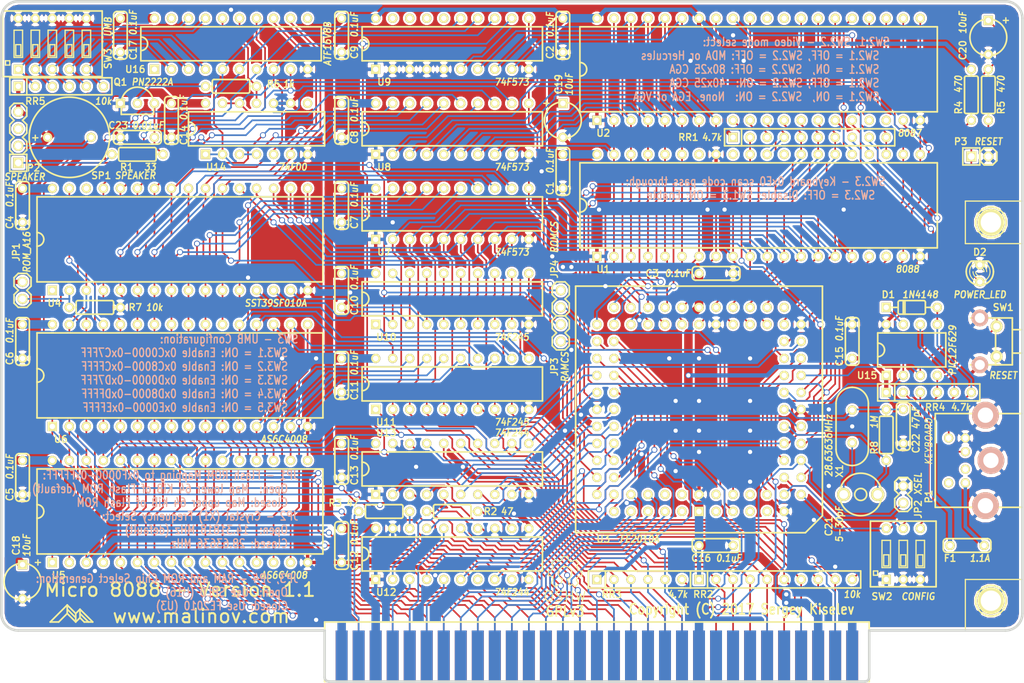
<source format=kicad_pcb>
(kicad_pcb (version 4) (host pcbnew 4.0.1-stable)

  (general
    (links 478)
    (no_connects 0)
    (area 58.218999 48.069499 211.324 150.241001)
    (thickness 1.6002)
    (drawings 42)
    (tracks 3240)
    (zones 0)
    (modules 72)
    (nets 179)
  )

  (page USLetter)
  (title_block
    (date "27 sep 2012")
  )

  (layers
    (0 Front signal)
    (31 Back signal)
    (32 B.Adhes user)
    (33 F.Adhes user)
    (34 B.Paste user)
    (35 F.Paste user)
    (36 B.SilkS user)
    (37 F.SilkS user)
    (38 B.Mask user)
    (39 F.Mask user)
    (40 Dwgs.User user)
    (41 Cmts.User user)
    (42 Eco1.User user)
    (43 Eco2.User user)
    (44 Edge.Cuts user)
  )

  (setup
    (last_trace_width 0.25146)
    (user_trace_width 1.26746)
    (trace_clearance 0.254)
    (zone_clearance 0.31496)
    (zone_45_only no)
    (trace_min 0.2032)
    (segment_width 0.1905)
    (edge_width 0.381)
    (via_size 0.889)
    (via_drill 0.635)
    (via_min_size 0.889)
    (via_min_drill 0.508)
    (uvia_size 0.508)
    (uvia_drill 0.127)
    (uvias_allowed no)
    (uvia_min_size 0.508)
    (uvia_min_drill 0.127)
    (pcb_text_width 0.3048)
    (pcb_text_size 1.524 2.032)
    (mod_edge_width 0.254)
    (mod_text_size 1.524 1.524)
    (mod_text_width 0.3048)
    (pad_size 4.0005 4.0005)
    (pad_drill 2.29108)
    (pad_to_mask_clearance 0.254)
    (aux_axis_origin 0 0)
    (visible_elements 7FFFFFFF)
    (pcbplotparams
      (layerselection 0x00030_80000001)
      (usegerberextensions true)
      (excludeedgelayer true)
      (linewidth 0.150000)
      (plotframeref false)
      (viasonmask false)
      (mode 1)
      (useauxorigin false)
      (hpglpennumber 1)
      (hpglpenspeed 20)
      (hpglpendiameter 15)
      (hpglpenoverlay 0)
      (psnegative false)
      (psa4output false)
      (plotreference true)
      (plotvalue true)
      (plotinvisibletext false)
      (padsonsilk false)
      (subtractmaskfromsilk false)
      (outputformat 1)
      (mirror false)
      (drillshape 1)
      (scaleselection 1)
      (outputdirectory gerber))
  )

  (net 0 "")
  (net 1 /A0)
  (net 2 /A1)
  (net 3 /A10)
  (net 4 /A11)
  (net 5 /A12)
  (net 6 /A13)
  (net 7 /A14)
  (net 8 /A15)
  (net 9 /A16)
  (net 10 /A17)
  (net 11 /A18)
  (net 12 /A19)
  (net 13 /A2)
  (net 14 /A3)
  (net 15 /A4)
  (net 16 /A5)
  (net 17 /A6)
  (net 18 /A7)
  (net 19 /A8)
  (net 20 /A9)
  (net 21 /AA10)
  (net 22 /AA11)
  (net 23 /AA12)
  (net 24 /AA13)
  (net 25 /AA14)
  (net 26 /AA15)
  (net 27 /AA16)
  (net 28 /AA17)
  (net 29 /AA18)
  (net 30 /AA19)
  (net 31 /AA8)
  (net 32 /AA9)
  (net 33 /AD0)
  (net 34 /AD1)
  (net 35 /AD2)
  (net 36 /AD3)
  (net 37 /AD4)
  (net 38 /AD5)
  (net 39 /AD6)
  (net 40 /AD7)
  (net 41 /AEN)
  (net 42 /ALE)
  (net 43 /CLK)
  (net 44 /CLK88)
  (net 45 /D0)
  (net 46 /D1)
  (net 47 /D2)
  (net 48 /D3)
  (net 49 /D4)
  (net 50 /D5)
  (net 51 /D6)
  (net 52 /D7)
  (net 53 /DRQ1)
  (net 54 /DRQ2)
  (net 55 /DRQ3)
  (net 56 /INT)
  (net 57 /IRQ3)
  (net 58 /IRQ4)
  (net 59 /IRQ5)
  (net 60 /IRQ6)
  (net 61 /IRQ7)
  (net 62 /NMI)
  (net 63 /OSC)
  (net 64 /QS0)
  (net 65 /QS1)
  (net 66 /READY)
  (net 67 /RESET)
  (net 68 /TC)
  (net 69 /~DACK0)
  (net 70 /~DACK1)
  (net 71 /~DACK2)
  (net 72 /~DACK3)
  (net 73 /~IOCHK)
  (net 74 /~IOR)
  (net 75 /~IOW)
  (net 76 /~MEMR)
  (net 77 /~MEMW)
  (net 78 /~RQ/GT0)
  (net 79 /~RQ/GT1)
  (net 80 /~S0)
  (net 81 /~S1)
  (net 82 /~S2)
  (net 83 /~TEST)
  (net 84 /~XIOR)
  (net 85 /~XIOW)
  (net 86 /~XMEMR)
  (net 87 /~XMEMW)
  (net 88 GND)
  (net 89 VCC)
  (net 90 /RSTDRV)
  (net 91 /IRQ2)
  (net 92 "Net-(BUS1-Pad5)")
  (net 93 "Net-(BUS1-Pad7)")
  (net 94 "Net-(BUS1-Pad8)")
  (net 95 "Net-(BUS1-Pad9)")
  (net 96 /OSCDRV)
  (net 97 /IORDY)
  (net 98 "Net-(C20-Pad1)")
  (net 99 "Net-(C21-Pad1)")
  (net 100 /AT_KBCLK)
  (net 101 "Net-(D1-Pad1)")
  (net 102 "Net-(D2-Pad2)")
  (net 103 /~VID0)
  (net 104 /~VID1)
  (net 105 /XSEL)
  (net 106 /E0_PASS)
  (net 107 "Net-(P1-Pad2)")
  (net 108 /AT_KBDATA)
  (net 109 "Net-(P1-Pad6)")
  (net 110 "Net-(P2-Pad1)")
  (net 111 "Net-(P2-Pad2)")
  (net 112 /~RESIN)
  (net 113 "Net-(Q1-Pad2)")
  (net 114 "Net-(R2-Pad2)")
  (net 115 "Net-(R3-Pad2)")
  (net 116 /~RQ/GT2)
  (net 117 /KBCLK)
  (net 118 /KBDATA)
  (net 119 "Net-(U1-Pad29)")
  (net 120 "Net-(U1-Pad32)")
  (net 121 "Net-(U1-Pad34)")
  (net 122 /APNMI)
  (net 123 "Net-(U3-Pad3)")
  (net 124 "Net-(U3-Pad4)")
  (net 125 /~RAMCS)
  (net 126 /~ROMCS)
  (net 127 "Net-(U3-Pad7)")
  (net 128 "Net-(U3-Pad8)")
  (net 129 "Net-(U3-Pad9)")
  (net 130 /SPKR)
  (net 131 /XAEN)
  (net 132 "Net-(U3-Pad33)")
  (net 133 /EOP)
  (net 134 /~XDACK3)
  (net 135 /~XDACK2)
  (net 136 /~XDACK1)
  (net 137 /~XDACK0)
  (net 138 /XALE)
  (net 139 /LE)
  (net 140 /~DEN)
  (net 141 /DTR)
  (net 142 "Net-(U3-Pad82)")
  (net 143 "Net-(U3-Pad83)")
  (net 144 "Net-(U3-Pad84)")
  (net 145 /MD0)
  (net 146 /MD1)
  (net 147 /MD2)
  (net 148 /MD3)
  (net 149 /MD4)
  (net 150 /MD5)
  (net 151 /MD6)
  (net 152 /MD7)
  (net 153 "Net-(C22-Pad1)")
  (net 154 /~RAMCS2)
  (net 155 "Net-(U9-Pad16)")
  (net 156 "Net-(U9-Pad17)")
  (net 157 "Net-(U9-Pad18)")
  (net 158 "Net-(U9-Pad19)")
  (net 159 "Net-(U14-Pad3)")
  (net 160 "Net-(U14-Pad8)")
  (net 161 "Net-(RR5-Pad2)")
  (net 162 "Net-(RR5-Pad3)")
  (net 163 "Net-(RR5-Pad4)")
  (net 164 "Net-(RR5-Pad5)")
  (net 165 "Net-(RR5-Pad6)")
  (net 166 /~SPKR)
  (net 167 /~RAMENA)
  (net 168 "Net-(C21-Pad2)")
  (net 169 "Net-(C23-Pad1)")
  (net 170 "Net-(U12-Pad7)")
  (net 171 "Net-(U12-Pad9)")
  (net 172 "Net-(P2-Pad3)")
  (net 173 /KBD_VCC)
  (net 174 "Net-(U16-Pad19)")
  (net 175 "Net-(U16-Pad11)")
  (net 176 "Net-(U16-Pad1)")
  (net 177 /ROM_A16)
  (net 178 /~EPSL)

  (net_class Default "This is the default net class."
    (clearance 0.254)
    (trace_width 0.25146)
    (via_dia 0.889)
    (via_drill 0.635)
    (uvia_dia 0.508)
    (uvia_drill 0.127)
    (add_net /A0)
    (add_net /A1)
    (add_net /A10)
    (add_net /A11)
    (add_net /A12)
    (add_net /A13)
    (add_net /A14)
    (add_net /A15)
    (add_net /A16)
    (add_net /A17)
    (add_net /A18)
    (add_net /A19)
    (add_net /A2)
    (add_net /A3)
    (add_net /A4)
    (add_net /A5)
    (add_net /A6)
    (add_net /A7)
    (add_net /A8)
    (add_net /A9)
    (add_net /AA10)
    (add_net /AA11)
    (add_net /AA12)
    (add_net /AA13)
    (add_net /AA14)
    (add_net /AA15)
    (add_net /AA16)
    (add_net /AA17)
    (add_net /AA18)
    (add_net /AA19)
    (add_net /AA8)
    (add_net /AA9)
    (add_net /AD0)
    (add_net /AD1)
    (add_net /AD2)
    (add_net /AD3)
    (add_net /AD4)
    (add_net /AD5)
    (add_net /AD6)
    (add_net /AD7)
    (add_net /AEN)
    (add_net /ALE)
    (add_net /APNMI)
    (add_net /AT_KBCLK)
    (add_net /AT_KBDATA)
    (add_net /CLK)
    (add_net /CLK88)
    (add_net /D0)
    (add_net /D1)
    (add_net /D2)
    (add_net /D3)
    (add_net /D4)
    (add_net /D5)
    (add_net /D6)
    (add_net /D7)
    (add_net /DRQ1)
    (add_net /DRQ2)
    (add_net /DRQ3)
    (add_net /DTR)
    (add_net /E0_PASS)
    (add_net /EOP)
    (add_net /INT)
    (add_net /IORDY)
    (add_net /IRQ2)
    (add_net /IRQ3)
    (add_net /IRQ4)
    (add_net /IRQ5)
    (add_net /IRQ6)
    (add_net /IRQ7)
    (add_net /KBCLK)
    (add_net /KBDATA)
    (add_net /LE)
    (add_net /MD0)
    (add_net /MD1)
    (add_net /MD2)
    (add_net /MD3)
    (add_net /MD4)
    (add_net /MD5)
    (add_net /MD6)
    (add_net /MD7)
    (add_net /NMI)
    (add_net /OSC)
    (add_net /OSCDRV)
    (add_net /QS0)
    (add_net /QS1)
    (add_net /READY)
    (add_net /RESET)
    (add_net /ROM_A16)
    (add_net /RSTDRV)
    (add_net /SPKR)
    (add_net /TC)
    (add_net /XAEN)
    (add_net /XALE)
    (add_net /XSEL)
    (add_net /~DACK0)
    (add_net /~DACK1)
    (add_net /~DACK2)
    (add_net /~DACK3)
    (add_net /~DEN)
    (add_net /~EPSL)
    (add_net /~IOCHK)
    (add_net /~IOR)
    (add_net /~IOW)
    (add_net /~MEMR)
    (add_net /~MEMW)
    (add_net /~RAMCS)
    (add_net /~RAMCS2)
    (add_net /~RAMENA)
    (add_net /~RESIN)
    (add_net /~ROMCS)
    (add_net /~RQ/GT0)
    (add_net /~RQ/GT1)
    (add_net /~RQ/GT2)
    (add_net /~S0)
    (add_net /~S1)
    (add_net /~S2)
    (add_net /~SPKR)
    (add_net /~TEST)
    (add_net /~VID0)
    (add_net /~VID1)
    (add_net /~XDACK0)
    (add_net /~XDACK1)
    (add_net /~XDACK2)
    (add_net /~XDACK3)
    (add_net /~XIOR)
    (add_net /~XIOW)
    (add_net /~XMEMR)
    (add_net /~XMEMW)
    (add_net "Net-(BUS1-Pad5)")
    (add_net "Net-(BUS1-Pad7)")
    (add_net "Net-(BUS1-Pad8)")
    (add_net "Net-(BUS1-Pad9)")
    (add_net "Net-(C20-Pad1)")
    (add_net "Net-(C21-Pad1)")
    (add_net "Net-(C21-Pad2)")
    (add_net "Net-(C22-Pad1)")
    (add_net "Net-(C23-Pad1)")
    (add_net "Net-(D1-Pad1)")
    (add_net "Net-(D2-Pad2)")
    (add_net "Net-(P1-Pad2)")
    (add_net "Net-(P1-Pad6)")
    (add_net "Net-(P2-Pad1)")
    (add_net "Net-(P2-Pad2)")
    (add_net "Net-(P2-Pad3)")
    (add_net "Net-(Q1-Pad2)")
    (add_net "Net-(R2-Pad2)")
    (add_net "Net-(R3-Pad2)")
    (add_net "Net-(RR5-Pad2)")
    (add_net "Net-(RR5-Pad3)")
    (add_net "Net-(RR5-Pad4)")
    (add_net "Net-(RR5-Pad5)")
    (add_net "Net-(RR5-Pad6)")
    (add_net "Net-(U1-Pad29)")
    (add_net "Net-(U1-Pad32)")
    (add_net "Net-(U1-Pad34)")
    (add_net "Net-(U12-Pad7)")
    (add_net "Net-(U12-Pad9)")
    (add_net "Net-(U14-Pad3)")
    (add_net "Net-(U14-Pad8)")
    (add_net "Net-(U16-Pad1)")
    (add_net "Net-(U16-Pad11)")
    (add_net "Net-(U16-Pad19)")
    (add_net "Net-(U3-Pad3)")
    (add_net "Net-(U3-Pad33)")
    (add_net "Net-(U3-Pad4)")
    (add_net "Net-(U3-Pad7)")
    (add_net "Net-(U3-Pad8)")
    (add_net "Net-(U3-Pad82)")
    (add_net "Net-(U3-Pad83)")
    (add_net "Net-(U3-Pad84)")
    (add_net "Net-(U3-Pad9)")
    (add_net "Net-(U9-Pad16)")
    (add_net "Net-(U9-Pad17)")
    (add_net "Net-(U9-Pad18)")
    (add_net "Net-(U9-Pad19)")
  )

  (net_class GND ""
    (clearance 0.254)
    (trace_width 0.50546)
    (via_dia 0.889)
    (via_drill 0.635)
    (uvia_dia 0.508)
    (uvia_drill 0.127)
    (add_net GND)
  )

  (net_class KBD_VCC ""
    (clearance 0.254)
    (trace_width 0.50546)
    (via_dia 0.889)
    (via_drill 0.635)
    (uvia_dia 0.508)
    (uvia_drill 0.127)
    (add_net /KBD_VCC)
  )

  (net_class VCC ""
    (clearance 0.254)
    (trace_width 0.63246)
    (via_dia 0.889)
    (via_drill 0.635)
    (uvia_dia 0.508)
    (uvia_drill 0.127)
    (add_net VCC)
  )

  (module my_components:IC_DIP32_600 (layer Front) (tedit 59EFBB18) (tstamp 59EF9274)
    (at 85.09 83.82)
    (descr "32 pins DIL package, round pads")
    (tags "DIP DIL DIP32 DIL32")
    (path /59EF9BE4)
    (fp_text reference U4 (at -18.7325 9.525) (layer F.SilkS)
      (effects (font (size 1.016 1.016) (thickness 0.2032)))
    )
    (fp_text value SST39SF010A (at 14.2875 9.525) (layer F.SilkS)
      (effects (font (size 1.016 0.9144) (thickness 0.2032) italic))
    )
    (fp_arc (start -21.336 0) (end -20.32 0) (angle 90) (layer F.SilkS) (width 0.254))
    (fp_arc (start -21.336 0) (end -21.336 -1.016) (angle 90) (layer F.SilkS) (width 0.254))
    (fp_line (start -21.336 -6.35) (end 21.336 -6.35) (layer F.SilkS) (width 0.254))
    (fp_line (start 21.336 -6.35) (end 21.336 6.35) (layer F.SilkS) (width 0.254))
    (fp_line (start 21.336 6.35) (end -21.336 6.35) (layer F.SilkS) (width 0.254))
    (fp_line (start -21.336 6.35) (end -21.336 -6.35) (layer F.SilkS) (width 0.254))
    (pad 1 thru_hole rect (at -19.05 7.62) (size 1.397 1.397) (drill 0.8128) (layers *.Cu *.Mask F.SilkS))
    (pad 2 thru_hole circle (at -16.51 7.62) (size 1.397 1.397) (drill 0.8128) (layers *.Cu *.Mask F.SilkS)
      (net 177 /ROM_A16))
    (pad 3 thru_hole circle (at -13.97 7.62) (size 1.397 1.397) (drill 0.8128) (layers *.Cu *.Mask F.SilkS)
      (net 8 /A15))
    (pad 4 thru_hole circle (at -11.43 7.62) (size 1.397 1.397) (drill 0.8128) (layers *.Cu *.Mask F.SilkS)
      (net 5 /A12))
    (pad 5 thru_hole circle (at -8.89 7.62) (size 1.397 1.397) (drill 0.8128) (layers *.Cu *.Mask F.SilkS)
      (net 18 /A7))
    (pad 6 thru_hole circle (at -6.35 7.62) (size 1.397 1.397) (drill 0.8128) (layers *.Cu *.Mask F.SilkS)
      (net 17 /A6))
    (pad 7 thru_hole circle (at -3.81 7.62) (size 1.397 1.397) (drill 0.8128) (layers *.Cu *.Mask F.SilkS)
      (net 16 /A5))
    (pad 8 thru_hole circle (at -1.27 7.62) (size 1.397 1.397) (drill 0.8128) (layers *.Cu *.Mask F.SilkS)
      (net 15 /A4))
    (pad 9 thru_hole circle (at 1.27 7.62) (size 1.397 1.397) (drill 0.8128) (layers *.Cu *.Mask F.SilkS)
      (net 14 /A3))
    (pad 10 thru_hole circle (at 3.81 7.62) (size 1.397 1.397) (drill 0.8128) (layers *.Cu *.Mask F.SilkS)
      (net 13 /A2))
    (pad 11 thru_hole circle (at 6.35 7.62) (size 1.397 1.397) (drill 0.8128) (layers *.Cu *.Mask F.SilkS)
      (net 2 /A1))
    (pad 12 thru_hole circle (at 8.89 7.62) (size 1.397 1.397) (drill 0.8128) (layers *.Cu *.Mask F.SilkS)
      (net 1 /A0))
    (pad 13 thru_hole circle (at 11.43 7.62) (size 1.397 1.397) (drill 0.8128) (layers *.Cu *.Mask F.SilkS)
      (net 33 /AD0))
    (pad 14 thru_hole circle (at 13.97 7.62) (size 1.397 1.397) (drill 0.8128) (layers *.Cu *.Mask F.SilkS)
      (net 34 /AD1))
    (pad 15 thru_hole circle (at 16.51 7.62) (size 1.397 1.397) (drill 0.8128) (layers *.Cu *.Mask F.SilkS)
      (net 35 /AD2))
    (pad 16 thru_hole circle (at 19.05 7.62) (size 1.397 1.397) (drill 0.8128) (layers *.Cu *.Mask F.SilkS)
      (net 88 GND))
    (pad 17 thru_hole circle (at 19.05 -7.62) (size 1.397 1.397) (drill 0.8128) (layers *.Cu *.Mask F.SilkS)
      (net 36 /AD3))
    (pad 18 thru_hole circle (at 16.51 -7.62) (size 1.397 1.397) (drill 0.8128) (layers *.Cu *.Mask F.SilkS)
      (net 37 /AD4))
    (pad 19 thru_hole circle (at 13.97 -7.62) (size 1.397 1.397) (drill 0.8128) (layers *.Cu *.Mask F.SilkS)
      (net 38 /AD5))
    (pad 20 thru_hole circle (at 11.43 -7.62) (size 1.397 1.397) (drill 0.8128) (layers *.Cu *.Mask F.SilkS)
      (net 39 /AD6))
    (pad 21 thru_hole circle (at 8.89 -7.62) (size 1.397 1.397) (drill 0.8128) (layers *.Cu *.Mask F.SilkS)
      (net 40 /AD7))
    (pad 22 thru_hole circle (at 6.35 -7.62) (size 1.397 1.397) (drill 0.8128) (layers *.Cu *.Mask F.SilkS)
      (net 126 /~ROMCS))
    (pad 23 thru_hole circle (at 3.81 -7.62) (size 1.397 1.397) (drill 0.8128) (layers *.Cu *.Mask F.SilkS)
      (net 3 /A10))
    (pad 24 thru_hole circle (at 1.27 -7.62) (size 1.397 1.397) (drill 0.8128) (layers *.Cu *.Mask F.SilkS)
      (net 76 /~MEMR))
    (pad 25 thru_hole circle (at -1.27 -7.62) (size 1.397 1.397) (drill 0.8128) (layers *.Cu *.Mask F.SilkS)
      (net 4 /A11))
    (pad 26 thru_hole circle (at -3.81 -7.62) (size 1.397 1.397) (drill 0.8128) (layers *.Cu *.Mask F.SilkS)
      (net 20 /A9))
    (pad 27 thru_hole circle (at -6.35 -7.62) (size 1.397 1.397) (drill 0.8128) (layers *.Cu *.Mask F.SilkS)
      (net 19 /A8))
    (pad 28 thru_hole circle (at -8.89 -7.62) (size 1.397 1.397) (drill 0.8128) (layers *.Cu *.Mask F.SilkS)
      (net 6 /A13))
    (pad 29 thru_hole circle (at -11.43 -7.62) (size 1.397 1.397) (drill 0.8128) (layers *.Cu *.Mask F.SilkS)
      (net 7 /A14))
    (pad 30 thru_hole circle (at -13.97 -7.62) (size 1.397 1.397) (drill 0.8128) (layers *.Cu *.Mask F.SilkS))
    (pad 31 thru_hole circle (at -16.51 -7.62) (size 1.397 1.397) (drill 0.8128) (layers *.Cu *.Mask F.SilkS)
      (net 77 /~MEMW))
    (pad 32 thru_hole circle (at -19.05 -7.62) (size 1.397 1.397) (drill 0.8128) (layers *.Cu *.Mask F.SilkS)
      (net 89 VCC))
    (model dil/dil_32-w600.wrl
      (at (xyz 0 0 0))
      (scale (xyz 1 1 1))
      (rotate (xyz 0 0 0))
    )
  )

  (module my_components:Speaker_12mm (layer Front) (tedit 59E15036) (tstamp 597267EB)
    (at 68.58 68.58)
    (descr "Speaker 12mm")
    (tags "SPEAKER 12MM")
    (path /5971141E)
    (fp_text reference SP1 (at 4.7625 5.715) (layer F.SilkS)
      (effects (font (size 1.016 1.016) (thickness 0.2032)))
    )
    (fp_text value SPEAKER (at 9.8425 5.715) (layer F.SilkS)
      (effects (font (size 1.016 0.9144) (thickness 0.2032) italic))
    )
    (fp_text user + (at -5.08 0) (layer F.SilkS)
      (effects (font (size 1.016 1.016) (thickness 0.2032)))
    )
    (fp_circle (center 0 0) (end 0 -5.99948) (layer F.SilkS) (width 0.254))
    (pad 2 thru_hole circle (at -3.2512 0) (size 1.397 1.397) (drill 0.8128) (layers *.Cu *.Mask F.SilkS)
      (net 89 VCC))
    (pad 1 thru_hole circle (at 3.2512 0) (size 1.397 1.397) (drill 0.8128) (layers *.Cu *.Mask F.SilkS)
      (net 111 "Net-(P2-Pad2)"))
  )

  (module my_components:IC_PLCC84_TH (layer Front) (tedit 59E1608C) (tstamp 5972684D)
    (at 162.56 109.22 180)
    (descr "PLCC84 Socket, Through Hole")
    (tags "PLCC PLCC84")
    (path /5957AC0F)
    (fp_text reference U3 (at 14.2875 -19.3675 180) (layer F.SilkS)
      (effects (font (size 1.016 1.016) (thickness 0.2032)))
    )
    (fp_text value FE2010A (at 8.89 -19.3675 180) (layer F.SilkS)
      (effects (font (size 1.016 0.9144) (thickness 0.2032) italic))
    )
    (fp_line (start -15.875 -18.415) (end 18.415 -18.415) (layer F.SilkS) (width 0.254))
    (fp_line (start 18.415 -18.415) (end 18.415 18.415) (layer F.SilkS) (width 0.254))
    (fp_line (start 18.415 18.415) (end -18.415 18.415) (layer F.SilkS) (width 0.254))
    (fp_line (start -18.415 18.415) (end -18.415 -15.875) (layer F.SilkS) (width 0.254))
    (fp_line (start -18.415 -15.875) (end -15.875 -18.415) (layer F.SilkS) (width 0.254))
    (pad 1 thru_hole rect (at 0 -15.24 90) (size 1.397 1.397) (drill 0.8128) (layers *.Cu *.Mask F.SilkS)
      (net 89 VCC))
    (pad 2 thru_hole circle (at 0 -12.7 90) (size 1.397 1.397) (drill 0.8128) (layers *.Cu *.Mask F.SilkS)
      (net 88 GND))
    (pad 3 thru_hole circle (at -2.54 -15.24 90) (size 1.397 1.397) (drill 0.8128) (layers *.Cu *.Mask F.SilkS)
      (net 123 "Net-(U3-Pad3)"))
    (pad 4 thru_hole circle (at -2.54 -12.7 90) (size 1.397 1.397) (drill 0.8128) (layers *.Cu *.Mask F.SilkS)
      (net 124 "Net-(U3-Pad4)"))
    (pad 5 thru_hole circle (at -5.08 -15.24 90) (size 1.397 1.397) (drill 0.8128) (layers *.Cu *.Mask F.SilkS)
      (net 125 /~RAMCS))
    (pad 6 thru_hole circle (at -5.08 -12.7 90) (size 1.397 1.397) (drill 0.8128) (layers *.Cu *.Mask F.SilkS)
      (net 178 /~EPSL))
    (pad 7 thru_hole circle (at -7.62 -15.24 90) (size 1.397 1.397) (drill 0.8128) (layers *.Cu *.Mask F.SilkS)
      (net 127 "Net-(U3-Pad7)"))
    (pad 8 thru_hole circle (at -7.62 -12.7 90) (size 1.397 1.397) (drill 0.8128) (layers *.Cu *.Mask F.SilkS)
      (net 128 "Net-(U3-Pad8)"))
    (pad 9 thru_hole circle (at -10.16 -15.24 90) (size 1.397 1.397) (drill 0.8128) (layers *.Cu *.Mask F.SilkS)
      (net 129 "Net-(U3-Pad9)"))
    (pad 10 thru_hole circle (at -10.16 -12.7 90) (size 1.397 1.397) (drill 0.8128) (layers *.Cu *.Mask F.SilkS)
      (net 56 /INT))
    (pad 11 thru_hole circle (at -12.7 -15.24 90) (size 1.397 1.397) (drill 0.8128) (layers *.Cu *.Mask F.SilkS)
      (net 88 GND))
    (pad 12 thru_hole circle (at -15.24 -12.7 90) (size 1.397 1.397) (drill 0.8128) (layers *.Cu *.Mask F.SilkS)
      (net 103 /~VID0))
    (pad 13 thru_hole circle (at -12.7 -12.7 90) (size 1.397 1.397) (drill 0.8128) (layers *.Cu *.Mask F.SilkS)
      (net 104 /~VID1))
    (pad 14 thru_hole circle (at -15.24 -10.16 90) (size 1.397 1.397) (drill 0.8128) (layers *.Cu *.Mask F.SilkS)
      (net 130 /SPKR))
    (pad 15 thru_hole circle (at -12.7 -10.16 90) (size 1.397 1.397) (drill 0.8128) (layers *.Cu *.Mask F.SilkS)
      (net 98 "Net-(C20-Pad1)"))
    (pad 16 thru_hole circle (at -15.24 -7.62 90) (size 1.397 1.397) (drill 0.8128) (layers *.Cu *.Mask F.SilkS)
      (net 105 /XSEL))
    (pad 17 thru_hole circle (at -12.7 -7.62 90) (size 1.397 1.397) (drill 0.8128) (layers *.Cu *.Mask F.SilkS)
      (net 66 /READY))
    (pad 18 thru_hole circle (at -15.24 -5.08 90) (size 1.397 1.397) (drill 0.8128) (layers *.Cu *.Mask F.SilkS)
      (net 67 /RESET))
    (pad 19 thru_hole circle (at -12.7 -5.08 90) (size 1.397 1.397) (drill 0.8128) (layers *.Cu *.Mask F.SilkS)
      (net 44 /CLK88))
    (pad 20 thru_hole circle (at -15.24 -2.54 90) (size 1.397 1.397) (drill 0.8128) (layers *.Cu *.Mask F.SilkS)
      (net 63 /OSC))
    (pad 21 thru_hole circle (at -12.7 -2.54 90) (size 1.397 1.397) (drill 0.8128) (layers *.Cu *.Mask F.SilkS)
      (net 168 "Net-(C21-Pad2)"))
    (pad 22 thru_hole circle (at -15.24 0 90) (size 1.397 1.397) (drill 0.8128) (layers *.Cu *.Mask F.SilkS)
      (net 88 GND))
    (pad 23 thru_hole circle (at -12.7 0 90) (size 1.397 1.397) (drill 0.8128) (layers *.Cu *.Mask F.SilkS)
      (net 153 "Net-(C22-Pad1)"))
    (pad 24 thru_hole circle (at -15.24 2.54 90) (size 1.397 1.397) (drill 0.8128) (layers *.Cu *.Mask F.SilkS)
      (net 78 /~RQ/GT0))
    (pad 25 thru_hole circle (at -12.7 2.54 90) (size 1.397 1.397) (drill 0.8128) (layers *.Cu *.Mask F.SilkS)
      (net 117 /KBCLK))
    (pad 26 thru_hole circle (at -15.24 5.08 90) (size 1.397 1.397) (drill 0.8128) (layers *.Cu *.Mask F.SilkS)
      (net 118 /KBDATA))
    (pad 27 thru_hole circle (at -12.7 5.08 90) (size 1.397 1.397) (drill 0.8128) (layers *.Cu *.Mask F.SilkS)
      (net 73 /~IOCHK))
    (pad 28 thru_hole circle (at -15.24 7.62 90) (size 1.397 1.397) (drill 0.8128) (layers *.Cu *.Mask F.SilkS)
      (net 97 /IORDY))
    (pad 29 thru_hole circle (at -12.7 7.62 90) (size 1.397 1.397) (drill 0.8128) (layers *.Cu *.Mask F.SilkS)
      (net 122 /APNMI))
    (pad 30 thru_hole circle (at -15.24 10.16 90) (size 1.397 1.397) (drill 0.8128) (layers *.Cu *.Mask F.SilkS)
      (net 131 /XAEN))
    (pad 31 thru_hole circle (at -12.7 10.16 90) (size 1.397 1.397) (drill 0.8128) (layers *.Cu *.Mask F.SilkS)
      (net 62 /NMI))
    (pad 32 thru_hole circle (at -15.24 12.7 90) (size 1.397 1.397) (drill 0.8128) (layers *.Cu *.Mask F.SilkS)
      (net 88 GND))
    (pad 33 thru_hole circle (at -12.7 15.24 90) (size 1.397 1.397) (drill 0.8128) (layers *.Cu *.Mask F.SilkS)
      (net 132 "Net-(U3-Pad33)"))
    (pad 34 thru_hole circle (at -12.7 12.7 90) (size 1.397 1.397) (drill 0.8128) (layers *.Cu *.Mask F.SilkS)
      (net 33 /AD0))
    (pad 35 thru_hole circle (at -10.16 15.24 90) (size 1.397 1.397) (drill 0.8128) (layers *.Cu *.Mask F.SilkS)
      (net 34 /AD1))
    (pad 36 thru_hole circle (at -10.16 12.7 90) (size 1.397 1.397) (drill 0.8128) (layers *.Cu *.Mask F.SilkS)
      (net 35 /AD2))
    (pad 37 thru_hole circle (at -7.62 15.24 90) (size 1.397 1.397) (drill 0.8128) (layers *.Cu *.Mask F.SilkS)
      (net 36 /AD3))
    (pad 38 thru_hole circle (at -7.62 12.7 90) (size 1.397 1.397) (drill 0.8128) (layers *.Cu *.Mask F.SilkS)
      (net 37 /AD4))
    (pad 39 thru_hole circle (at -5.08 15.24 90) (size 1.397 1.397) (drill 0.8128) (layers *.Cu *.Mask F.SilkS)
      (net 38 /AD5))
    (pad 40 thru_hole circle (at -5.08 12.7 90) (size 1.397 1.397) (drill 0.8128) (layers *.Cu *.Mask F.SilkS)
      (net 39 /AD6))
    (pad 41 thru_hole circle (at -2.54 15.24 90) (size 1.397 1.397) (drill 0.8128) (layers *.Cu *.Mask F.SilkS)
      (net 40 /AD7))
    (pad 42 thru_hole circle (at -2.54 12.7 90) (size 1.397 1.397) (drill 0.8128) (layers *.Cu *.Mask F.SilkS)
      (net 88 GND))
    (pad 43 thru_hole circle (at 0 15.24 90) (size 1.397 1.397) (drill 0.8128) (layers *.Cu *.Mask F.SilkS)
      (net 89 VCC))
    (pad 44 thru_hole circle (at 0 12.7 90) (size 1.397 1.397) (drill 0.8128) (layers *.Cu *.Mask F.SilkS)
      (net 31 /AA8))
    (pad 45 thru_hole circle (at 2.54 15.24 90) (size 1.397 1.397) (drill 0.8128) (layers *.Cu *.Mask F.SilkS)
      (net 32 /AA9))
    (pad 46 thru_hole circle (at 2.54 12.7 90) (size 1.397 1.397) (drill 0.8128) (layers *.Cu *.Mask F.SilkS)
      (net 21 /AA10))
    (pad 47 thru_hole circle (at 5.08 15.24 90) (size 1.397 1.397) (drill 0.8128) (layers *.Cu *.Mask F.SilkS)
      (net 22 /AA11))
    (pad 48 thru_hole circle (at 5.08 12.7 90) (size 1.397 1.397) (drill 0.8128) (layers *.Cu *.Mask F.SilkS)
      (net 23 /AA12))
    (pad 49 thru_hole circle (at 7.62 15.24 90) (size 1.397 1.397) (drill 0.8128) (layers *.Cu *.Mask F.SilkS)
      (net 24 /AA13))
    (pad 50 thru_hole circle (at 7.62 12.7 90) (size 1.397 1.397) (drill 0.8128) (layers *.Cu *.Mask F.SilkS)
      (net 25 /AA14))
    (pad 51 thru_hole circle (at 10.16 15.24 90) (size 1.397 1.397) (drill 0.8128) (layers *.Cu *.Mask F.SilkS)
      (net 26 /AA15))
    (pad 52 thru_hole circle (at 10.16 12.7 90) (size 1.397 1.397) (drill 0.8128) (layers *.Cu *.Mask F.SilkS)
      (net 27 /AA16))
    (pad 53 thru_hole circle (at 12.7 15.24 90) (size 1.397 1.397) (drill 0.8128) (layers *.Cu *.Mask F.SilkS)
      (net 28 /AA17))
    (pad 54 thru_hole circle (at 15.24 12.7 90) (size 1.397 1.397) (drill 0.8128) (layers *.Cu *.Mask F.SilkS)
      (net 29 /AA18))
    (pad 55 thru_hole circle (at 12.7 12.7 90) (size 1.397 1.397) (drill 0.8128) (layers *.Cu *.Mask F.SilkS)
      (net 30 /AA19))
    (pad 56 thru_hole circle (at 15.24 10.16 90) (size 1.397 1.397) (drill 0.8128) (layers *.Cu *.Mask F.SilkS)
      (net 55 /DRQ3))
    (pad 57 thru_hole circle (at 12.7 10.16 90) (size 1.397 1.397) (drill 0.8128) (layers *.Cu *.Mask F.SilkS)
      (net 54 /DRQ2))
    (pad 58 thru_hole circle (at 15.24 7.62 90) (size 1.397 1.397) (drill 0.8128) (layers *.Cu *.Mask F.SilkS)
      (net 53 /DRQ1))
    (pad 59 thru_hole circle (at 12.7 7.62 90) (size 1.397 1.397) (drill 0.8128) (layers *.Cu *.Mask F.SilkS)
      (net 133 /EOP))
    (pad 60 thru_hole circle (at 15.24 5.08 90) (size 1.397 1.397) (drill 0.8128) (layers *.Cu *.Mask F.SilkS)
      (net 134 /~XDACK3))
    (pad 61 thru_hole circle (at 12.7 5.08 90) (size 1.397 1.397) (drill 0.8128) (layers *.Cu *.Mask F.SilkS)
      (net 135 /~XDACK2))
    (pad 62 thru_hole circle (at 15.24 2.54 90) (size 1.397 1.397) (drill 0.8128) (layers *.Cu *.Mask F.SilkS)
      (net 136 /~XDACK1))
    (pad 63 thru_hole circle (at 12.7 2.54 90) (size 1.397 1.397) (drill 0.8128) (layers *.Cu *.Mask F.SilkS)
      (net 137 /~XDACK0))
    (pad 64 thru_hole circle (at 15.24 0 90) (size 1.397 1.397) (drill 0.8128) (layers *.Cu *.Mask F.SilkS)
      (net 88 GND))
    (pad 65 thru_hole circle (at 12.7 0 90) (size 1.397 1.397) (drill 0.8128) (layers *.Cu *.Mask F.SilkS)
      (net 84 /~XIOR))
    (pad 66 thru_hole circle (at 15.24 -2.54 90) (size 1.397 1.397) (drill 0.8128) (layers *.Cu *.Mask F.SilkS)
      (net 85 /~XIOW))
    (pad 67 thru_hole circle (at 12.7 -2.54 90) (size 1.397 1.397) (drill 0.8128) (layers *.Cu *.Mask F.SilkS)
      (net 86 /~XMEMR))
    (pad 68 thru_hole circle (at 15.24 -5.08 90) (size 1.397 1.397) (drill 0.8128) (layers *.Cu *.Mask F.SilkS)
      (net 87 /~XMEMW))
    (pad 69 thru_hole circle (at 12.7 -5.08 90) (size 1.397 1.397) (drill 0.8128) (layers *.Cu *.Mask F.SilkS)
      (net 138 /XALE))
    (pad 70 thru_hole circle (at 15.24 -7.62 90) (size 1.397 1.397) (drill 0.8128) (layers *.Cu *.Mask F.SilkS)
      (net 139 /LE))
    (pad 71 thru_hole circle (at 12.7 -7.62 90) (size 1.397 1.397) (drill 0.8128) (layers *.Cu *.Mask F.SilkS)
      (net 140 /~DEN))
    (pad 72 thru_hole circle (at 15.24 -10.16 90) (size 1.397 1.397) (drill 0.8128) (layers *.Cu *.Mask F.SilkS)
      (net 141 /DTR))
    (pad 73 thru_hole circle (at 12.7 -10.16 90) (size 1.397 1.397) (drill 0.8128) (layers *.Cu *.Mask F.SilkS)
      (net 82 /~S2))
    (pad 74 thru_hole circle (at 15.24 -12.7 90) (size 1.397 1.397) (drill 0.8128) (layers *.Cu *.Mask F.SilkS)
      (net 81 /~S1))
    (pad 75 thru_hole circle (at 12.7 -15.24 90) (size 1.397 1.397) (drill 0.8128) (layers *.Cu *.Mask F.SilkS)
      (net 80 /~S0))
    (pad 76 thru_hole circle (at 12.7 -12.7 90) (size 1.397 1.397) (drill 0.8128) (layers *.Cu *.Mask F.SilkS)
      (net 91 /IRQ2))
    (pad 77 thru_hole circle (at 10.16 -15.24 90) (size 1.397 1.397) (drill 0.8128) (layers *.Cu *.Mask F.SilkS)
      (net 57 /IRQ3))
    (pad 78 thru_hole circle (at 10.16 -12.7 90) (size 1.397 1.397) (drill 0.8128) (layers *.Cu *.Mask F.SilkS)
      (net 58 /IRQ4))
    (pad 79 thru_hole circle (at 7.62 -15.24 90) (size 1.397 1.397) (drill 0.8128) (layers *.Cu *.Mask F.SilkS)
      (net 59 /IRQ5))
    (pad 80 thru_hole circle (at 7.62 -12.7 90) (size 1.397 1.397) (drill 0.8128) (layers *.Cu *.Mask F.SilkS)
      (net 60 /IRQ6))
    (pad 81 thru_hole circle (at 5.08 -15.24 90) (size 1.397 1.397) (drill 0.8128) (layers *.Cu *.Mask F.SilkS)
      (net 61 /IRQ7))
    (pad 82 thru_hole circle (at 5.08 -12.7 90) (size 1.397 1.397) (drill 0.8128) (layers *.Cu *.Mask F.SilkS)
      (net 142 "Net-(U3-Pad82)"))
    (pad 83 thru_hole circle (at 2.54 -15.24 90) (size 1.397 1.397) (drill 0.8128) (layers *.Cu *.Mask F.SilkS)
      (net 143 "Net-(U3-Pad83)"))
    (pad 84 thru_hole circle (at 2.54 -12.7 90) (size 1.397 1.397) (drill 0.8128) (layers *.Cu *.Mask F.SilkS)
      (net 144 "Net-(U3-Pad84)"))
    (model Sockets.3dshapes/PLCC84.wrl
      (at (xyz 0 0 0))
      (scale (xyz 1 1 1))
      (rotate (xyz 0 0 0))
    )
  )

  (module my_components:IC_DIP32_600 (layer Front) (tedit 59926921) (tstamp 597268EA)
    (at 85.09 104.14)
    (descr "32 pins DIL package, round pads")
    (tags "DIP DIL DIP32 DIL32")
    (path /59CC75DB)
    (fp_text reference U6 (at -17.78 9.525) (layer F.SilkS)
      (effects (font (size 1.016 1.016) (thickness 0.2032)))
    )
    (fp_text value AS6C4008 (at 15.5575 9.525) (layer F.SilkS)
      (effects (font (size 1.016 0.9144) (thickness 0.2032) italic))
    )
    (fp_arc (start -21.336 0) (end -20.32 0) (angle 90) (layer F.SilkS) (width 0.254))
    (fp_arc (start -21.336 0) (end -21.336 -1.016) (angle 90) (layer F.SilkS) (width 0.254))
    (fp_line (start -21.336 -6.35) (end 21.336 -6.35) (layer F.SilkS) (width 0.254))
    (fp_line (start 21.336 -6.35) (end 21.336 6.35) (layer F.SilkS) (width 0.254))
    (fp_line (start 21.336 6.35) (end -21.336 6.35) (layer F.SilkS) (width 0.254))
    (fp_line (start -21.336 6.35) (end -21.336 -6.35) (layer F.SilkS) (width 0.254))
    (pad 1 thru_hole rect (at -19.05 7.62) (size 1.397 1.397) (drill 0.8128) (layers *.Cu *.Mask F.SilkS)
      (net 11 /A18))
    (pad 2 thru_hole circle (at -16.51 7.62) (size 1.397 1.397) (drill 0.8128) (layers *.Cu *.Mask F.SilkS)
      (net 9 /A16))
    (pad 3 thru_hole circle (at -13.97 7.62) (size 1.397 1.397) (drill 0.8128) (layers *.Cu *.Mask F.SilkS)
      (net 7 /A14))
    (pad 4 thru_hole circle (at -11.43 7.62) (size 1.397 1.397) (drill 0.8128) (layers *.Cu *.Mask F.SilkS)
      (net 5 /A12))
    (pad 5 thru_hole circle (at -8.89 7.62) (size 1.397 1.397) (drill 0.8128) (layers *.Cu *.Mask F.SilkS)
      (net 18 /A7))
    (pad 6 thru_hole circle (at -6.35 7.62) (size 1.397 1.397) (drill 0.8128) (layers *.Cu *.Mask F.SilkS)
      (net 17 /A6))
    (pad 7 thru_hole circle (at -3.81 7.62) (size 1.397 1.397) (drill 0.8128) (layers *.Cu *.Mask F.SilkS)
      (net 16 /A5))
    (pad 8 thru_hole circle (at -1.27 7.62) (size 1.397 1.397) (drill 0.8128) (layers *.Cu *.Mask F.SilkS)
      (net 15 /A4))
    (pad 9 thru_hole circle (at 1.27 7.62) (size 1.397 1.397) (drill 0.8128) (layers *.Cu *.Mask F.SilkS)
      (net 14 /A3))
    (pad 10 thru_hole circle (at 3.81 7.62) (size 1.397 1.397) (drill 0.8128) (layers *.Cu *.Mask F.SilkS)
      (net 13 /A2))
    (pad 11 thru_hole circle (at 6.35 7.62) (size 1.397 1.397) (drill 0.8128) (layers *.Cu *.Mask F.SilkS)
      (net 2 /A1))
    (pad 12 thru_hole circle (at 8.89 7.62) (size 1.397 1.397) (drill 0.8128) (layers *.Cu *.Mask F.SilkS)
      (net 1 /A0))
    (pad 13 thru_hole circle (at 11.43 7.62) (size 1.397 1.397) (drill 0.8128) (layers *.Cu *.Mask F.SilkS)
      (net 145 /MD0))
    (pad 14 thru_hole circle (at 13.97 7.62) (size 1.397 1.397) (drill 0.8128) (layers *.Cu *.Mask F.SilkS)
      (net 146 /MD1))
    (pad 15 thru_hole circle (at 16.51 7.62) (size 1.397 1.397) (drill 0.8128) (layers *.Cu *.Mask F.SilkS)
      (net 147 /MD2))
    (pad 16 thru_hole circle (at 19.05 7.62) (size 1.397 1.397) (drill 0.8128) (layers *.Cu *.Mask F.SilkS)
      (net 88 GND))
    (pad 17 thru_hole circle (at 19.05 -7.62) (size 1.397 1.397) (drill 0.8128) (layers *.Cu *.Mask F.SilkS)
      (net 148 /MD3))
    (pad 18 thru_hole circle (at 16.51 -7.62) (size 1.397 1.397) (drill 0.8128) (layers *.Cu *.Mask F.SilkS)
      (net 149 /MD4))
    (pad 19 thru_hole circle (at 13.97 -7.62) (size 1.397 1.397) (drill 0.8128) (layers *.Cu *.Mask F.SilkS)
      (net 150 /MD5))
    (pad 20 thru_hole circle (at 11.43 -7.62) (size 1.397 1.397) (drill 0.8128) (layers *.Cu *.Mask F.SilkS)
      (net 151 /MD6))
    (pad 21 thru_hole circle (at 8.89 -7.62) (size 1.397 1.397) (drill 0.8128) (layers *.Cu *.Mask F.SilkS)
      (net 152 /MD7))
    (pad 22 thru_hole circle (at 6.35 -7.62) (size 1.397 1.397) (drill 0.8128) (layers *.Cu *.Mask F.SilkS)
      (net 154 /~RAMCS2))
    (pad 23 thru_hole circle (at 3.81 -7.62) (size 1.397 1.397) (drill 0.8128) (layers *.Cu *.Mask F.SilkS)
      (net 3 /A10))
    (pad 24 thru_hole circle (at 1.27 -7.62) (size 1.397 1.397) (drill 0.8128) (layers *.Cu *.Mask F.SilkS)
      (net 76 /~MEMR))
    (pad 25 thru_hole circle (at -1.27 -7.62) (size 1.397 1.397) (drill 0.8128) (layers *.Cu *.Mask F.SilkS)
      (net 4 /A11))
    (pad 26 thru_hole circle (at -3.81 -7.62) (size 1.397 1.397) (drill 0.8128) (layers *.Cu *.Mask F.SilkS)
      (net 20 /A9))
    (pad 27 thru_hole circle (at -6.35 -7.62) (size 1.397 1.397) (drill 0.8128) (layers *.Cu *.Mask F.SilkS)
      (net 19 /A8))
    (pad 28 thru_hole circle (at -8.89 -7.62) (size 1.397 1.397) (drill 0.8128) (layers *.Cu *.Mask F.SilkS)
      (net 6 /A13))
    (pad 29 thru_hole circle (at -11.43 -7.62) (size 1.397 1.397) (drill 0.8128) (layers *.Cu *.Mask F.SilkS)
      (net 77 /~MEMW))
    (pad 30 thru_hole circle (at -13.97 -7.62) (size 1.397 1.397) (drill 0.8128) (layers *.Cu *.Mask F.SilkS)
      (net 10 /A17))
    (pad 31 thru_hole circle (at -16.51 -7.62) (size 1.397 1.397) (drill 0.8128) (layers *.Cu *.Mask F.SilkS)
      (net 8 /A15))
    (pad 32 thru_hole circle (at -19.05 -7.62) (size 1.397 1.397) (drill 0.8128) (layers *.Cu *.Mask F.SilkS)
      (net 89 VCC))
    (model dil/dil_32-w600.wrl
      (at (xyz 0 0 0))
      (scale (xyz 1 1 1))
      (rotate (xyz 0 0 0))
    )
  )

  (module my_components:IC_DIP14_300 (layer Front) (tedit 59E16058) (tstamp 59726997)
    (at 96.52 67.31)
    (descr "14 pins DIL package, round pads")
    (tags "DIP DIP DIP14 DIL14")
    (path /59CBFD02)
    (fp_text reference U14 (at -6.0325 5.715) (layer F.SilkS)
      (effects (font (size 1.016 1.016) (thickness 0.2032)))
    )
    (fp_text value 74F00 (at 5.3975 5.715) (layer F.SilkS)
      (effects (font (size 1.016 0.9144) (thickness 0.2032) italic))
    )
    (fp_arc (start -10.16 0) (end -9.144 0) (angle 90) (layer F.SilkS) (width 0.254))
    (fp_arc (start -10.16 0) (end -10.16 -1.016) (angle 90) (layer F.SilkS) (width 0.254))
    (fp_line (start 10.16 -2.54) (end -10.16 -2.54) (layer F.SilkS) (width 0.254))
    (fp_line (start -10.16 -2.54) (end -10.16 2.54) (layer F.SilkS) (width 0.254))
    (fp_line (start -10.16 2.54) (end 10.16 2.54) (layer F.SilkS) (width 0.254))
    (fp_line (start 10.16 2.54) (end 10.16 -2.54) (layer F.SilkS) (width 0.254))
    (pad 1 thru_hole rect (at -7.62 3.81) (size 1.397 1.397) (drill 0.8128) (layers *.Cu *.Mask F.SilkS)
      (net 167 /~RAMENA))
    (pad 2 thru_hole circle (at -5.08 3.81) (size 1.397 1.397) (drill 0.8128) (layers *.Cu *.Mask F.SilkS)
      (net 167 /~RAMENA))
    (pad 3 thru_hole circle (at -2.54 3.81) (size 1.397 1.397) (drill 0.8128) (layers *.Cu *.Mask F.SilkS)
      (net 159 "Net-(U14-Pad3)"))
    (pad 4 thru_hole circle (at 0 3.81) (size 1.397 1.397) (drill 0.8128) (layers *.Cu *.Mask F.SilkS)
      (net 159 "Net-(U14-Pad3)"))
    (pad 5 thru_hole circle (at 2.54 3.81) (size 1.397 1.397) (drill 0.8128) (layers *.Cu *.Mask F.SilkS)
      (net 12 /A19))
    (pad 6 thru_hole circle (at 5.08 3.81) (size 1.397 1.397) (drill 0.8128) (layers *.Cu *.Mask F.SilkS)
      (net 154 /~RAMCS2))
    (pad 7 thru_hole circle (at 7.62 3.81) (size 1.397 1.397) (drill 0.8128) (layers *.Cu *.Mask F.SilkS)
      (net 88 GND))
    (pad 8 thru_hole circle (at 7.62 -3.81) (size 1.397 1.397) (drill 0.8128) (layers *.Cu *.Mask F.SilkS)
      (net 160 "Net-(U14-Pad8)"))
    (pad 9 thru_hole circle (at 5.08 -3.81) (size 1.397 1.397) (drill 0.8128) (layers *.Cu *.Mask F.SilkS)
      (net 88 GND))
    (pad 10 thru_hole circle (at 2.54 -3.81) (size 1.397 1.397) (drill 0.8128) (layers *.Cu *.Mask F.SilkS)
      (net 88 GND))
    (pad 11 thru_hole circle (at 0 -3.81) (size 1.397 1.397) (drill 0.8128) (layers *.Cu *.Mask F.SilkS)
      (net 166 /~SPKR))
    (pad 12 thru_hole circle (at -2.54 -3.81) (size 1.397 1.397) (drill 0.8128) (layers *.Cu *.Mask F.SilkS)
      (net 130 /SPKR))
    (pad 13 thru_hole circle (at -5.08 -3.81) (size 1.397 1.397) (drill 0.8128) (layers *.Cu *.Mask F.SilkS)
      (net 130 /SPKR))
    (pad 14 thru_hole circle (at -7.62 -3.81) (size 1.397 1.397) (drill 0.8128) (layers *.Cu *.Mask F.SilkS)
      (net 89 VCC))
    (model dil/dil_14.wrl
      (at (xyz 0 0 0))
      (scale (xyz 1 1 1))
      (rotate (xyz 0 0 0))
    )
  )

  (module my_components:Res_762 (layer Front) (tedit 59E55BAA) (tstamp 597267BA)
    (at 92.71 60.96)
    (descr "Resistor, 7.62mm lead spacing")
    (tags RESISTOR)
    (path /5970F76A)
    (autoplace_cost180 10)
    (fp_text reference R6 (at 6.35 -0.3175) (layer F.SilkS)
      (effects (font (size 1.016 1.016) (thickness 0.2032)))
    )
    (fp_text value 1k (at 8.5725 -0.3175) (layer F.SilkS)
      (effects (font (size 1.016 0.9144) (thickness 0.2032) italic))
    )
    (fp_line (start 2.54 1.016) (end -2.54 1.016) (layer F.SilkS) (width 0.254))
    (fp_line (start 2.794 -0.762) (end 2.794 0.762) (layer F.SilkS) (width 0.254))
    (fp_line (start -2.54 -1.016) (end 2.54 -1.016) (layer F.SilkS) (width 0.254))
    (fp_line (start -2.794 0.762) (end -2.794 -0.762) (layer F.SilkS) (width 0.254))
    (fp_arc (start 2.54 0.762) (end 2.794 0.762) (angle 90) (layer F.SilkS) (width 0.254))
    (fp_arc (start 2.54 -0.762) (end 2.54 -1.016) (angle 90) (layer F.SilkS) (width 0.254))
    (fp_arc (start -2.54 0.762) (end -2.54 1.016) (angle 90) (layer F.SilkS) (width 0.254))
    (fp_arc (start -2.54 -0.762) (end -2.794 -0.762) (angle 90) (layer F.SilkS) (width 0.254))
    (fp_line (start 2.794 0) (end 3.81 0) (layer F.SilkS) (width 0.254))
    (fp_line (start -3.81 0) (end -2.794 0) (layer F.SilkS) (width 0.254))
    (pad 1 thru_hole circle (at -3.81 0) (size 1.397 1.397) (drill 0.8128) (layers *.Cu *.Mask F.SilkS)
      (net 113 "Net-(Q1-Pad2)"))
    (pad 2 thru_hole circle (at 3.81 0) (size 1.397 1.397) (drill 0.8128) (layers *.Cu *.Mask F.SilkS)
      (net 166 /~SPKR))
    (model discret/resistor.wrl
      (at (xyz 0 0 0))
      (scale (xyz 0.3 0.3 0.3))
      (rotate (xyz 0 0 0))
    )
  )

  (module my_components:IC_DIP40_600 (layer Front) (tedit 59E1883C) (tstamp 59726822)
    (at 171.45 58.42)
    (descr "40 pins DIL package, round pads")
    (tags "DIP DIL DIP28 DIL28")
    (path /59579436)
    (fp_text reference U2 (at -23.1775 9.525) (layer F.SilkS)
      (effects (font (size 1.016 1.016) (thickness 0.2032)))
    )
    (fp_text value 8087 (at 22.5425 9.525) (layer F.SilkS)
      (effects (font (size 1.016 0.9144) (thickness 0.2032) italic))
    )
    (fp_arc (start -26.67 0) (end -25.654 0) (angle 90) (layer F.SilkS) (width 0.254))
    (fp_arc (start -26.67 0) (end -26.67 -1.016) (angle 90) (layer F.SilkS) (width 0.254))
    (fp_line (start -26.67 -6.35) (end 26.67 -6.35) (layer F.SilkS) (width 0.254))
    (fp_line (start 26.67 -6.35) (end 26.67 6.35) (layer F.SilkS) (width 0.254))
    (fp_line (start 26.67 6.35) (end -26.67 6.35) (layer F.SilkS) (width 0.254))
    (fp_line (start -26.67 6.35) (end -26.67 -6.35) (layer F.SilkS) (width 0.254))
    (pad 1 thru_hole rect (at -24.13 7.62) (size 1.397 1.397) (drill 0.8128) (layers *.Cu *.Mask F.SilkS)
      (net 88 GND))
    (pad 2 thru_hole circle (at -21.59 7.62) (size 1.397 1.397) (drill 0.8128) (layers *.Cu *.Mask F.SilkS)
      (net 25 /AA14))
    (pad 3 thru_hole circle (at -19.05 7.62) (size 1.397 1.397) (drill 0.8128) (layers *.Cu *.Mask F.SilkS)
      (net 24 /AA13))
    (pad 4 thru_hole circle (at -16.51 7.62) (size 1.397 1.397) (drill 0.8128) (layers *.Cu *.Mask F.SilkS)
      (net 23 /AA12))
    (pad 5 thru_hole circle (at -13.97 7.62) (size 1.397 1.397) (drill 0.8128) (layers *.Cu *.Mask F.SilkS)
      (net 22 /AA11))
    (pad 6 thru_hole circle (at -11.43 7.62) (size 1.397 1.397) (drill 0.8128) (layers *.Cu *.Mask F.SilkS)
      (net 21 /AA10))
    (pad 7 thru_hole circle (at -8.89 7.62) (size 1.397 1.397) (drill 0.8128) (layers *.Cu *.Mask F.SilkS)
      (net 32 /AA9))
    (pad 8 thru_hole circle (at -6.35 7.62) (size 1.397 1.397) (drill 0.8128) (layers *.Cu *.Mask F.SilkS)
      (net 31 /AA8))
    (pad 9 thru_hole circle (at -3.81 7.62) (size 1.397 1.397) (drill 0.8128) (layers *.Cu *.Mask F.SilkS)
      (net 40 /AD7))
    (pad 10 thru_hole circle (at -1.27 7.62) (size 1.397 1.397) (drill 0.8128) (layers *.Cu *.Mask F.SilkS)
      (net 39 /AD6))
    (pad 11 thru_hole circle (at 1.27 7.62) (size 1.397 1.397) (drill 0.8128) (layers *.Cu *.Mask F.SilkS)
      (net 38 /AD5))
    (pad 12 thru_hole circle (at 3.81 7.62) (size 1.397 1.397) (drill 0.8128) (layers *.Cu *.Mask F.SilkS)
      (net 37 /AD4))
    (pad 13 thru_hole circle (at 6.35 7.62) (size 1.397 1.397) (drill 0.8128) (layers *.Cu *.Mask F.SilkS)
      (net 36 /AD3))
    (pad 14 thru_hole circle (at 8.89 7.62) (size 1.397 1.397) (drill 0.8128) (layers *.Cu *.Mask F.SilkS)
      (net 35 /AD2))
    (pad 15 thru_hole circle (at 11.43 7.62) (size 1.397 1.397) (drill 0.8128) (layers *.Cu *.Mask F.SilkS)
      (net 34 /AD1))
    (pad 16 thru_hole circle (at 13.97 7.62) (size 1.397 1.397) (drill 0.8128) (layers *.Cu *.Mask F.SilkS)
      (net 33 /AD0))
    (pad 17 thru_hole circle (at 16.51 7.62) (size 1.397 1.397) (drill 0.8128) (layers *.Cu *.Mask F.SilkS))
    (pad 18 thru_hole circle (at 19.05 7.62) (size 1.397 1.397) (drill 0.8128) (layers *.Cu *.Mask F.SilkS))
    (pad 19 thru_hole circle (at 21.59 7.62) (size 1.397 1.397) (drill 0.8128) (layers *.Cu *.Mask F.SilkS)
      (net 44 /CLK88))
    (pad 20 thru_hole circle (at 24.13 7.62) (size 1.397 1.397) (drill 0.8128) (layers *.Cu *.Mask F.SilkS)
      (net 88 GND))
    (pad 21 thru_hole circle (at 24.13 -7.62) (size 1.397 1.397) (drill 0.8128) (layers *.Cu *.Mask F.SilkS)
      (net 67 /RESET))
    (pad 22 thru_hole circle (at 21.59 -7.62) (size 1.397 1.397) (drill 0.8128) (layers *.Cu *.Mask F.SilkS)
      (net 66 /READY))
    (pad 23 thru_hole circle (at 19.05 -7.62) (size 1.397 1.397) (drill 0.8128) (layers *.Cu *.Mask F.SilkS)
      (net 83 /~TEST))
    (pad 24 thru_hole circle (at 16.51 -7.62) (size 1.397 1.397) (drill 0.8128) (layers *.Cu *.Mask F.SilkS)
      (net 65 /QS1))
    (pad 25 thru_hole circle (at 13.97 -7.62) (size 1.397 1.397) (drill 0.8128) (layers *.Cu *.Mask F.SilkS)
      (net 64 /QS0))
    (pad 26 thru_hole circle (at 11.43 -7.62) (size 1.397 1.397) (drill 0.8128) (layers *.Cu *.Mask F.SilkS)
      (net 80 /~S0))
    (pad 27 thru_hole circle (at 8.89 -7.62) (size 1.397 1.397) (drill 0.8128) (layers *.Cu *.Mask F.SilkS)
      (net 81 /~S1))
    (pad 28 thru_hole circle (at 6.35 -7.62) (size 1.397 1.397) (drill 0.8128) (layers *.Cu *.Mask F.SilkS)
      (net 82 /~S2))
    (pad 29 thru_hole circle (at 3.81 -7.62) (size 1.397 1.397) (drill 0.8128) (layers *.Cu *.Mask F.SilkS))
    (pad 30 thru_hole circle (at 1.27 -7.62) (size 1.397 1.397) (drill 0.8128) (layers *.Cu *.Mask F.SilkS))
    (pad 31 thru_hole circle (at -1.27 -7.62) (size 1.397 1.397) (drill 0.8128) (layers *.Cu *.Mask F.SilkS)
      (net 79 /~RQ/GT1))
    (pad 32 thru_hole circle (at -3.81 -7.62) (size 1.397 1.397) (drill 0.8128) (layers *.Cu *.Mask F.SilkS)
      (net 122 /APNMI))
    (pad 33 thru_hole circle (at -6.35 -7.62) (size 1.397 1.397) (drill 0.8128) (layers *.Cu *.Mask F.SilkS)
      (net 116 /~RQ/GT2))
    (pad 34 thru_hole circle (at -8.89 -7.62) (size 1.397 1.397) (drill 0.8128) (layers *.Cu *.Mask F.SilkS)
      (net 89 VCC))
    (pad 35 thru_hole circle (at -11.43 -7.62) (size 1.397 1.397) (drill 0.8128) (layers *.Cu *.Mask F.SilkS)
      (net 30 /AA19))
    (pad 36 thru_hole circle (at -13.97 -7.62) (size 1.397 1.397) (drill 0.8128) (layers *.Cu *.Mask F.SilkS)
      (net 29 /AA18))
    (pad 37 thru_hole circle (at -16.51 -7.62) (size 1.397 1.397) (drill 0.8128) (layers *.Cu *.Mask F.SilkS)
      (net 28 /AA17))
    (pad 38 thru_hole circle (at -19.05 -7.62) (size 1.397 1.397) (drill 0.8128) (layers *.Cu *.Mask F.SilkS)
      (net 27 /AA16))
    (pad 39 thru_hole circle (at -21.59 -7.62) (size 1.397 1.397) (drill 0.8128) (layers *.Cu *.Mask F.SilkS)
      (net 26 /AA15))
    (pad 40 thru_hole circle (at -24.13 -7.62) (size 1.397 1.397) (drill 0.8128) (layers *.Cu *.Mask F.SilkS)
      (net 89 VCC))
    (model dil/dil_40-w600.wrl
      (at (xyz 0 0 0))
      (scale (xyz 1 1 1))
      (rotate (xyz 0 0 0))
    )
  )

  (module my_components:Transistor_TO92_EBC_254 (layer Front) (tedit 59E1881B) (tstamp 5972679B)
    (at 78.74 63.5)
    (descr "Transistor, TO92, 2.54mm lead spacing")
    (tags TO92)
    (path /5966B16B)
    (fp_text reference Q1 (at -2.54 -3.175) (layer F.SilkS)
      (effects (font (size 1.016 1.016) (thickness 0.2032)))
    )
    (fp_text value PN2222A (at 2.2225 -3.175 180) (layer F.SilkS)
      (effects (font (size 1.016 0.9144) (thickness 0.2032) italic))
    )
    (fp_line (start 2.413 0) (end 2.413 1.651) (layer F.SilkS) (width 0.254))
    (fp_line (start -2.413 1.651) (end -2.413 0) (layer F.SilkS) (width 0.254))
    (fp_arc (start 0 0) (end 0 -2.413) (angle 90) (layer F.SilkS) (width 0.254))
    (fp_arc (start 0 0) (end -2.413 0) (angle 90) (layer F.SilkS) (width 0.254))
    (fp_line (start -2.413 1.651) (end 2.413 1.651) (layer F.SilkS) (width 0.254))
    (pad 1 thru_hole rect (at -2.54 0) (size 1.397 1.397) (drill 0.8128) (layers *.Cu *.Mask F.SilkS)
      (net 88 GND))
    (pad 2 thru_hole circle (at 0 0) (size 1.397 1.397) (drill 0.8128) (layers *.Cu *.Mask F.SilkS)
      (net 113 "Net-(Q1-Pad2)"))
    (pad 3 thru_hole circle (at 2.54 0) (size 1.397 1.397) (drill 0.8128) (layers *.Cu *.Mask F.SilkS)
      (net 169 "Net-(C23-Pad1)"))
    (model discret/to98.wrl
      (at (xyz 0 0 0))
      (scale (xyz 1 1 1))
      (rotate (xyz 0 0 0))
    )
  )

  (module my_components:Conn_Edge_PCB_ISA8 (layer Front) (tedit 5298E0D8) (tstamp 597266A9)
    (at 147.32 146.05)
    (descr "Connector, PCB Edge, ISA8")
    (tags "CONN BUS ISA")
    (path /5957CDE1)
    (fp_text reference BUS1 (at -36.83 -6.35) (layer F.SilkS) hide
      (effects (font (size 1.016 1.016) (thickness 0.2032)))
    )
    (fp_text value BUSPC_HOST (at -29.21 -6.35) (layer F.SilkS) hide
      (effects (font (size 1.016 0.9144) (thickness 0.2032) italic))
    )
    (fp_line (start -40.64 3.81) (end -40.64 -5.08) (layer F.SilkS) (width 0.254))
    (fp_line (start 40.64 -5.08) (end -40.64 -5.08) (layer F.SilkS) (width 0.254))
    (fp_line (start 40.64 3.81) (end -40.64 3.81) (layer F.SilkS) (width 0.254))
    (fp_line (start 40.64 -5.08) (end 40.64 3.81) (layer F.SilkS) (width 0.254))
    (pad 1 connect rect (at 38.1 0) (size 1.778 7.62) (layers Back B.Mask)
      (net 88 GND))
    (pad 2 connect rect (at 35.56 0) (size 1.778 7.62) (layers Back B.Mask)
      (net 90 /RSTDRV))
    (pad 3 connect rect (at 33.02 0) (size 1.778 7.62) (layers Back B.Mask)
      (net 89 VCC))
    (pad 4 connect rect (at 30.48 0) (size 1.778 7.62) (layers Back B.Mask)
      (net 91 /IRQ2))
    (pad 5 connect rect (at 27.94 0) (size 1.778 7.62) (layers Back B.Mask)
      (net 92 "Net-(BUS1-Pad5)"))
    (pad 6 connect rect (at 25.4 0) (size 1.778 7.62) (layers Back B.Mask)
      (net 54 /DRQ2))
    (pad 7 connect rect (at 22.86 0) (size 1.778 7.62) (layers Back B.Mask)
      (net 93 "Net-(BUS1-Pad7)"))
    (pad 8 connect rect (at 20.32 0) (size 1.778 7.62) (layers Back B.Mask)
      (net 94 "Net-(BUS1-Pad8)"))
    (pad 9 connect rect (at 17.78 0) (size 1.778 7.62) (layers Back B.Mask)
      (net 95 "Net-(BUS1-Pad9)"))
    (pad 10 connect rect (at 15.24 0) (size 1.778 7.62) (layers Back B.Mask)
      (net 88 GND))
    (pad 11 connect rect (at 12.7 0) (size 1.778 7.62) (layers Back B.Mask)
      (net 77 /~MEMW))
    (pad 12 connect rect (at 10.16 0) (size 1.778 7.62) (layers Back B.Mask)
      (net 76 /~MEMR))
    (pad 13 connect rect (at 7.62 0) (size 1.778 7.62) (layers Back B.Mask)
      (net 75 /~IOW))
    (pad 14 connect rect (at 5.08 0) (size 1.778 7.62) (layers Back B.Mask)
      (net 74 /~IOR))
    (pad 15 connect rect (at 2.54 0) (size 1.778 7.62) (layers Back B.Mask)
      (net 72 /~DACK3))
    (pad 16 connect rect (at 0 0) (size 1.778 7.62) (layers Back B.Mask)
      (net 55 /DRQ3))
    (pad 17 connect rect (at -2.54 0) (size 1.778 7.62) (layers Back B.Mask)
      (net 70 /~DACK1))
    (pad 18 connect rect (at -5.08 0) (size 1.778 7.62) (layers Back B.Mask)
      (net 53 /DRQ1))
    (pad 19 connect rect (at -7.62 0) (size 1.778 7.62) (layers Back B.Mask)
      (net 69 /~DACK0))
    (pad 20 connect rect (at -10.16 0) (size 1.778 7.62) (layers Back B.Mask)
      (net 43 /CLK))
    (pad 21 connect rect (at -12.7 0) (size 1.778 7.62) (layers Back B.Mask)
      (net 61 /IRQ7))
    (pad 22 connect rect (at -15.24 0) (size 1.778 7.62) (layers Back B.Mask)
      (net 60 /IRQ6))
    (pad 23 connect rect (at -17.78 0) (size 1.778 7.62) (layers Back B.Mask)
      (net 59 /IRQ5))
    (pad 24 connect rect (at -20.32 0) (size 1.778 7.62) (layers Back B.Mask)
      (net 58 /IRQ4))
    (pad 25 connect rect (at -22.86 0) (size 1.778 7.62) (layers Back B.Mask)
      (net 57 /IRQ3))
    (pad 26 connect rect (at -25.4 0) (size 1.778 7.62) (layers Back B.Mask)
      (net 71 /~DACK2))
    (pad 27 connect rect (at -27.94 0) (size 1.778 7.62) (layers Back B.Mask)
      (net 68 /TC))
    (pad 28 connect rect (at -30.48 0) (size 1.778 7.62) (layers Back B.Mask)
      (net 42 /ALE))
    (pad 29 connect rect (at -33.02 0) (size 1.778 7.62) (layers Back B.Mask)
      (net 89 VCC))
    (pad 30 connect rect (at -35.56 0) (size 1.778 7.62) (layers Back B.Mask)
      (net 96 /OSCDRV))
    (pad 31 connect rect (at -38.1 0) (size 1.778 7.62) (layers Back B.Mask)
      (net 88 GND))
    (pad 32 connect rect (at 38.1 0) (size 1.778 7.62) (layers Front F.Mask)
      (net 73 /~IOCHK))
    (pad 33 connect rect (at 35.56 0) (size 1.778 7.62) (layers Front F.Mask)
      (net 52 /D7))
    (pad 34 connect rect (at 33.02 0) (size 1.778 7.62) (layers Front F.Mask)
      (net 51 /D6))
    (pad 35 connect rect (at 30.48 0) (size 1.778 7.62) (layers Front F.Mask)
      (net 50 /D5))
    (pad 36 connect rect (at 27.94 0) (size 1.778 7.62) (layers Front F.Mask)
      (net 49 /D4))
    (pad 37 connect rect (at 25.4 0) (size 1.778 7.62) (layers Front F.Mask)
      (net 48 /D3))
    (pad 38 connect rect (at 22.86 0) (size 1.778 7.62) (layers Front F.Mask)
      (net 47 /D2))
    (pad 39 connect rect (at 20.32 0) (size 1.778 7.62) (layers Front F.Mask)
      (net 46 /D1))
    (pad 40 connect rect (at 17.78 0) (size 1.778 7.62) (layers Front F.Mask)
      (net 45 /D0))
    (pad 41 connect rect (at 15.24 0) (size 1.778 7.62) (layers Front F.Mask)
      (net 97 /IORDY))
    (pad 42 connect rect (at 12.7 0) (size 1.778 7.62) (layers Front F.Mask)
      (net 41 /AEN))
    (pad 43 connect rect (at 10.16 0) (size 1.778 7.62) (layers Front F.Mask)
      (net 12 /A19))
    (pad 44 connect rect (at 7.62 0) (size 1.778 7.62) (layers Front F.Mask)
      (net 11 /A18))
    (pad 45 connect rect (at 5.08 0) (size 1.778 7.62) (layers Front F.Mask)
      (net 10 /A17))
    (pad 46 connect rect (at 2.54 0) (size 1.778 7.62) (layers Front F.Mask)
      (net 9 /A16))
    (pad 47 connect rect (at 0 0) (size 1.778 7.62) (layers Front F.Mask)
      (net 8 /A15))
    (pad 48 connect rect (at -2.54 0) (size 1.778 7.62) (layers Front F.Mask)
      (net 7 /A14))
    (pad 49 connect rect (at -5.08 0) (size 1.778 7.62) (layers Front F.Mask)
      (net 6 /A13))
    (pad 50 connect rect (at -7.62 0) (size 1.778 7.62) (layers Front F.Mask)
      (net 5 /A12))
    (pad 51 connect rect (at -10.16 0) (size 1.778 7.62) (layers Front F.Mask)
      (net 4 /A11))
    (pad 52 connect rect (at -12.7 0) (size 1.778 7.62) (layers Front F.Mask)
      (net 3 /A10))
    (pad 53 connect rect (at -15.24 0) (size 1.778 7.62) (layers Front F.Mask)
      (net 20 /A9))
    (pad 54 connect rect (at -17.78 0) (size 1.778 7.62) (layers Front F.Mask)
      (net 19 /A8))
    (pad 55 connect rect (at -20.32 0) (size 1.778 7.62) (layers Front F.Mask)
      (net 18 /A7))
    (pad 56 connect rect (at -22.86 0) (size 1.778 7.62) (layers Front F.Mask)
      (net 17 /A6))
    (pad 57 connect rect (at -25.4 0) (size 1.778 7.62) (layers Front F.Mask)
      (net 16 /A5))
    (pad 58 connect rect (at -27.94 0) (size 1.778 7.62) (layers Front F.Mask)
      (net 15 /A4))
    (pad 59 connect rect (at -30.48 0) (size 1.778 7.62) (layers Front F.Mask)
      (net 14 /A3))
    (pad 60 connect rect (at -33.02 0) (size 1.778 7.62) (layers Front F.Mask)
      (net 13 /A2))
    (pad 61 connect rect (at -35.56 0) (size 1.778 7.62) (layers Front F.Mask)
      (net 2 /A1))
    (pad 62 connect rect (at -38.1 0) (size 1.778 7.62) (layers Front F.Mask)
      (net 1 /A0))
  )

  (module my_components:Cap_Cer_508 (layer Front) (tedit 59E15580) (tstamp 597266EA)
    (at 142.24 73.66 270)
    (descr "Ceramic Capacitor, 5.08mm lead spacing")
    (tags Cap_Cer_508)
    (path /59733599)
    (fp_text reference C1 (at 2.54 1.905 270) (layer F.SilkS)
      (effects (font (size 1.016 1.016) (thickness 0.2032)))
    )
    (fp_text value 0.1uF (at -1.5875 1.905 270) (layer F.SilkS)
      (effects (font (size 1.016 0.9144) (thickness 0.2032) italic))
    )
    (fp_line (start 3.556 0.508) (end 3.556 -0.508) (layer F.SilkS) (width 0.254))
    (fp_line (start -3.048 1.016) (end 3.048 1.016) (layer F.SilkS) (width 0.254))
    (fp_line (start -3.048 -1.016) (end 3.048 -1.016) (layer F.SilkS) (width 0.254))
    (fp_arc (start 3.048 0.508) (end 3.556 0.508) (angle 90) (layer F.SilkS) (width 0.254))
    (fp_arc (start 3.048 -0.508) (end 3.048 -1.016) (angle 90) (layer F.SilkS) (width 0.254))
    (fp_arc (start -3.048 0.508) (end -3.048 1.016) (angle 90) (layer F.SilkS) (width 0.254))
    (fp_arc (start -3.048 -0.508) (end -3.556 -0.508) (angle 90) (layer F.SilkS) (width 0.254))
    (fp_line (start -3.556 0.508) (end -3.556 -0.508) (layer F.SilkS) (width 0.254))
    (pad 1 thru_hole circle (at -2.54 0 270) (size 1.397 1.397) (drill 0.8128) (layers *.Cu *.Mask F.SilkS)
      (net 89 VCC))
    (pad 2 thru_hole circle (at 2.54 0 270) (size 1.397 1.397) (drill 0.8128) (layers *.Cu *.Mask F.SilkS)
      (net 88 GND))
    (model discret/capa_2pas_5x5mm.wrl
      (at (xyz 0 0 0))
      (scale (xyz 1 1 1))
      (rotate (xyz 0 0 0))
    )
  )

  (module my_components:Cap_Cer_508 (layer Front) (tedit 59926C3A) (tstamp 597266EF)
    (at 142.24 53.34 270)
    (descr "Ceramic Capacitor, 5.08mm lead spacing")
    (tags Cap_Cer_508)
    (path /59733A93)
    (fp_text reference C2 (at 2.54 1.905 270) (layer F.SilkS)
      (effects (font (size 1.016 1.016) (thickness 0.2032)))
    )
    (fp_text value 0.1uF (at -1.5875 1.905 270) (layer F.SilkS)
      (effects (font (size 1.016 0.9144) (thickness 0.2032) italic))
    )
    (fp_line (start 3.556 0.508) (end 3.556 -0.508) (layer F.SilkS) (width 0.254))
    (fp_line (start -3.048 1.016) (end 3.048 1.016) (layer F.SilkS) (width 0.254))
    (fp_line (start -3.048 -1.016) (end 3.048 -1.016) (layer F.SilkS) (width 0.254))
    (fp_arc (start 3.048 0.508) (end 3.556 0.508) (angle 90) (layer F.SilkS) (width 0.254))
    (fp_arc (start 3.048 -0.508) (end 3.048 -1.016) (angle 90) (layer F.SilkS) (width 0.254))
    (fp_arc (start -3.048 0.508) (end -3.048 1.016) (angle 90) (layer F.SilkS) (width 0.254))
    (fp_arc (start -3.048 -0.508) (end -3.556 -0.508) (angle 90) (layer F.SilkS) (width 0.254))
    (fp_line (start -3.556 0.508) (end -3.556 -0.508) (layer F.SilkS) (width 0.254))
    (pad 1 thru_hole circle (at -2.54 0 270) (size 1.397 1.397) (drill 0.8128) (layers *.Cu *.Mask F.SilkS)
      (net 89 VCC))
    (pad 2 thru_hole circle (at 2.54 0 270) (size 1.397 1.397) (drill 0.8128) (layers *.Cu *.Mask F.SilkS)
      (net 88 GND))
    (model discret/capa_2pas_5x5mm.wrl
      (at (xyz 0 0 0))
      (scale (xyz 1 1 1))
      (rotate (xyz 0 0 0))
    )
  )

  (module my_components:Cap_Cer_508 (layer Front) (tedit 59E16181) (tstamp 597266F4)
    (at 165.1 88.9)
    (descr "Ceramic Capacitor, 5.08mm lead spacing")
    (tags Cap_Cer_508)
    (path /59733B1A)
    (fp_text reference C3 (at -9.525 0) (layer F.SilkS)
      (effects (font (size 1.016 1.016) (thickness 0.2032)))
    )
    (fp_text value 0.1uF (at -5.715 0) (layer F.SilkS)
      (effects (font (size 1.016 0.9144) (thickness 0.2032) italic))
    )
    (fp_line (start 3.556 0.508) (end 3.556 -0.508) (layer F.SilkS) (width 0.254))
    (fp_line (start -3.048 1.016) (end 3.048 1.016) (layer F.SilkS) (width 0.254))
    (fp_line (start -3.048 -1.016) (end 3.048 -1.016) (layer F.SilkS) (width 0.254))
    (fp_arc (start 3.048 0.508) (end 3.556 0.508) (angle 90) (layer F.SilkS) (width 0.254))
    (fp_arc (start 3.048 -0.508) (end 3.048 -1.016) (angle 90) (layer F.SilkS) (width 0.254))
    (fp_arc (start -3.048 0.508) (end -3.048 1.016) (angle 90) (layer F.SilkS) (width 0.254))
    (fp_arc (start -3.048 -0.508) (end -3.556 -0.508) (angle 90) (layer F.SilkS) (width 0.254))
    (fp_line (start -3.556 0.508) (end -3.556 -0.508) (layer F.SilkS) (width 0.254))
    (pad 1 thru_hole circle (at -2.54 0) (size 1.397 1.397) (drill 0.8128) (layers *.Cu *.Mask F.SilkS)
      (net 89 VCC))
    (pad 2 thru_hole circle (at 2.54 0) (size 1.397 1.397) (drill 0.8128) (layers *.Cu *.Mask F.SilkS)
      (net 88 GND))
    (model discret/capa_2pas_5x5mm.wrl
      (at (xyz 0 0 0))
      (scale (xyz 1 1 1))
      (rotate (xyz 0 0 0))
    )
  )

  (module my_components:Cap_Cer_508 (layer Front) (tedit 59EFBD11) (tstamp 597266F9)
    (at 61.595 78.74 270)
    (descr "Ceramic Capacitor, 5.08mm lead spacing")
    (tags Cap_Cer_508)
    (path /59733B9B)
    (fp_text reference C4 (at 2.54 1.905 270) (layer F.SilkS)
      (effects (font (size 1.016 1.016) (thickness 0.2032)))
    )
    (fp_text value 0.1uF (at -1.5875 1.905 270) (layer F.SilkS)
      (effects (font (size 1.016 0.9144) (thickness 0.2032) italic))
    )
    (fp_line (start 3.556 0.508) (end 3.556 -0.508) (layer F.SilkS) (width 0.254))
    (fp_line (start -3.048 1.016) (end 3.048 1.016) (layer F.SilkS) (width 0.254))
    (fp_line (start -3.048 -1.016) (end 3.048 -1.016) (layer F.SilkS) (width 0.254))
    (fp_arc (start 3.048 0.508) (end 3.556 0.508) (angle 90) (layer F.SilkS) (width 0.254))
    (fp_arc (start 3.048 -0.508) (end 3.048 -1.016) (angle 90) (layer F.SilkS) (width 0.254))
    (fp_arc (start -3.048 0.508) (end -3.048 1.016) (angle 90) (layer F.SilkS) (width 0.254))
    (fp_arc (start -3.048 -0.508) (end -3.556 -0.508) (angle 90) (layer F.SilkS) (width 0.254))
    (fp_line (start -3.556 0.508) (end -3.556 -0.508) (layer F.SilkS) (width 0.254))
    (pad 1 thru_hole circle (at -2.54 0 270) (size 1.397 1.397) (drill 0.8128) (layers *.Cu *.Mask F.SilkS)
      (net 89 VCC))
    (pad 2 thru_hole circle (at 2.54 0 270) (size 1.397 1.397) (drill 0.8128) (layers *.Cu *.Mask F.SilkS)
      (net 88 GND))
    (model discret/capa_2pas_5x5mm.wrl
      (at (xyz 0 0 0))
      (scale (xyz 1 1 1))
      (rotate (xyz 0 0 0))
    )
  )

  (module my_components:Cap_Cer_508 (layer Front) (tedit 59E155D1) (tstamp 597266FE)
    (at 61.595 119.38 270)
    (descr "Ceramic Capacitor, 5.08mm lead spacing")
    (tags Cap_Cer_508)
    (path /59733F07)
    (fp_text reference C5 (at 2.54 1.905 270) (layer F.SilkS)
      (effects (font (size 1.016 1.016) (thickness 0.2032)))
    )
    (fp_text value 0.1uF (at -1.5875 1.905 270) (layer F.SilkS)
      (effects (font (size 1.016 0.9144) (thickness 0.2032) italic))
    )
    (fp_line (start 3.556 0.508) (end 3.556 -0.508) (layer F.SilkS) (width 0.254))
    (fp_line (start -3.048 1.016) (end 3.048 1.016) (layer F.SilkS) (width 0.254))
    (fp_line (start -3.048 -1.016) (end 3.048 -1.016) (layer F.SilkS) (width 0.254))
    (fp_arc (start 3.048 0.508) (end 3.556 0.508) (angle 90) (layer F.SilkS) (width 0.254))
    (fp_arc (start 3.048 -0.508) (end 3.048 -1.016) (angle 90) (layer F.SilkS) (width 0.254))
    (fp_arc (start -3.048 0.508) (end -3.048 1.016) (angle 90) (layer F.SilkS) (width 0.254))
    (fp_arc (start -3.048 -0.508) (end -3.556 -0.508) (angle 90) (layer F.SilkS) (width 0.254))
    (fp_line (start -3.556 0.508) (end -3.556 -0.508) (layer F.SilkS) (width 0.254))
    (pad 1 thru_hole circle (at -2.54 0 270) (size 1.397 1.397) (drill 0.8128) (layers *.Cu *.Mask F.SilkS)
      (net 89 VCC))
    (pad 2 thru_hole circle (at 2.54 0 270) (size 1.397 1.397) (drill 0.8128) (layers *.Cu *.Mask F.SilkS)
      (net 88 GND))
    (model discret/capa_2pas_5x5mm.wrl
      (at (xyz 0 0 0))
      (scale (xyz 1 1 1))
      (rotate (xyz 0 0 0))
    )
  )

  (module my_components:Cap_Cer_508 (layer Front) (tedit 59926C22) (tstamp 59726703)
    (at 61.595 99.06 270)
    (descr "Ceramic Capacitor, 5.08mm lead spacing")
    (tags Cap_Cer_508)
    (path /59733F0D)
    (fp_text reference C6 (at 2.54 1.905 270) (layer F.SilkS)
      (effects (font (size 1.016 1.016) (thickness 0.2032)))
    )
    (fp_text value 0.1uF (at -1.5875 1.905 270) (layer F.SilkS)
      (effects (font (size 1.016 0.9144) (thickness 0.2032) italic))
    )
    (fp_line (start 3.556 0.508) (end 3.556 -0.508) (layer F.SilkS) (width 0.254))
    (fp_line (start -3.048 1.016) (end 3.048 1.016) (layer F.SilkS) (width 0.254))
    (fp_line (start -3.048 -1.016) (end 3.048 -1.016) (layer F.SilkS) (width 0.254))
    (fp_arc (start 3.048 0.508) (end 3.556 0.508) (angle 90) (layer F.SilkS) (width 0.254))
    (fp_arc (start 3.048 -0.508) (end 3.048 -1.016) (angle 90) (layer F.SilkS) (width 0.254))
    (fp_arc (start -3.048 0.508) (end -3.048 1.016) (angle 90) (layer F.SilkS) (width 0.254))
    (fp_arc (start -3.048 -0.508) (end -3.556 -0.508) (angle 90) (layer F.SilkS) (width 0.254))
    (fp_line (start -3.556 0.508) (end -3.556 -0.508) (layer F.SilkS) (width 0.254))
    (pad 1 thru_hole circle (at -2.54 0 270) (size 1.397 1.397) (drill 0.8128) (layers *.Cu *.Mask F.SilkS)
      (net 89 VCC))
    (pad 2 thru_hole circle (at 2.54 0 270) (size 1.397 1.397) (drill 0.8128) (layers *.Cu *.Mask F.SilkS)
      (net 88 GND))
    (model discret/capa_2pas_5x5mm.wrl
      (at (xyz 0 0 0))
      (scale (xyz 1 1 1))
      (rotate (xyz 0 0 0))
    )
  )

  (module my_components:Cap_Cer_508 (layer Front) (tedit 59E15615) (tstamp 59726708)
    (at 109.22 78.74 270)
    (descr "Ceramic Capacitor, 5.08mm lead spacing")
    (tags Cap_Cer_508)
    (path /59733F13)
    (fp_text reference C7 (at 2.54 -1.905 270) (layer F.SilkS)
      (effects (font (size 1.016 1.016) (thickness 0.2032)))
    )
    (fp_text value 0.1uF (at -1.5875 -1.905 270) (layer F.SilkS)
      (effects (font (size 1.016 0.9144) (thickness 0.2032) italic))
    )
    (fp_line (start 3.556 0.508) (end 3.556 -0.508) (layer F.SilkS) (width 0.254))
    (fp_line (start -3.048 1.016) (end 3.048 1.016) (layer F.SilkS) (width 0.254))
    (fp_line (start -3.048 -1.016) (end 3.048 -1.016) (layer F.SilkS) (width 0.254))
    (fp_arc (start 3.048 0.508) (end 3.556 0.508) (angle 90) (layer F.SilkS) (width 0.254))
    (fp_arc (start 3.048 -0.508) (end 3.048 -1.016) (angle 90) (layer F.SilkS) (width 0.254))
    (fp_arc (start -3.048 0.508) (end -3.048 1.016) (angle 90) (layer F.SilkS) (width 0.254))
    (fp_arc (start -3.048 -0.508) (end -3.556 -0.508) (angle 90) (layer F.SilkS) (width 0.254))
    (fp_line (start -3.556 0.508) (end -3.556 -0.508) (layer F.SilkS) (width 0.254))
    (pad 1 thru_hole circle (at -2.54 0 270) (size 1.397 1.397) (drill 0.8128) (layers *.Cu *.Mask F.SilkS)
      (net 89 VCC))
    (pad 2 thru_hole circle (at 2.54 0 270) (size 1.397 1.397) (drill 0.8128) (layers *.Cu *.Mask F.SilkS)
      (net 88 GND))
    (model discret/capa_2pas_5x5mm.wrl
      (at (xyz 0 0 0))
      (scale (xyz 1 1 1))
      (rotate (xyz 0 0 0))
    )
  )

  (module my_components:Cap_Cer_508 (layer Front) (tedit 59E15624) (tstamp 5972670D)
    (at 109.22 66.04 270)
    (descr "Ceramic Capacitor, 5.08mm lead spacing")
    (tags Cap_Cer_508)
    (path /59733F19)
    (fp_text reference C8 (at 2.54 -1.905 270) (layer F.SilkS)
      (effects (font (size 1.016 1.016) (thickness 0.2032)))
    )
    (fp_text value 0.1uF (at -1.5875 -1.905 270) (layer F.SilkS)
      (effects (font (size 1.016 0.9144) (thickness 0.2032) italic))
    )
    (fp_line (start 3.556 0.508) (end 3.556 -0.508) (layer F.SilkS) (width 0.254))
    (fp_line (start -3.048 1.016) (end 3.048 1.016) (layer F.SilkS) (width 0.254))
    (fp_line (start -3.048 -1.016) (end 3.048 -1.016) (layer F.SilkS) (width 0.254))
    (fp_arc (start 3.048 0.508) (end 3.556 0.508) (angle 90) (layer F.SilkS) (width 0.254))
    (fp_arc (start 3.048 -0.508) (end 3.048 -1.016) (angle 90) (layer F.SilkS) (width 0.254))
    (fp_arc (start -3.048 0.508) (end -3.048 1.016) (angle 90) (layer F.SilkS) (width 0.254))
    (fp_arc (start -3.048 -0.508) (end -3.556 -0.508) (angle 90) (layer F.SilkS) (width 0.254))
    (fp_line (start -3.556 0.508) (end -3.556 -0.508) (layer F.SilkS) (width 0.254))
    (pad 1 thru_hole circle (at -2.54 0 270) (size 1.397 1.397) (drill 0.8128) (layers *.Cu *.Mask F.SilkS)
      (net 89 VCC))
    (pad 2 thru_hole circle (at 2.54 0 270) (size 1.397 1.397) (drill 0.8128) (layers *.Cu *.Mask F.SilkS)
      (net 88 GND))
    (model discret/capa_2pas_5x5mm.wrl
      (at (xyz 0 0 0))
      (scale (xyz 1 1 1))
      (rotate (xyz 0 0 0))
    )
  )

  (module my_components:Cap_Cer_508 (layer Front) (tedit 59E15642) (tstamp 59726717)
    (at 109.22 91.44 270)
    (descr "Ceramic Capacitor, 5.08mm lead spacing")
    (tags Cap_Cer_508)
    (path /597343F1)
    (fp_text reference C10 (at 2.2225 -1.905 450) (layer F.SilkS)
      (effects (font (size 1.016 1.016) (thickness 0.2032)))
    )
    (fp_text value 0.1uF (at -1.905 -1.905 450) (layer F.SilkS)
      (effects (font (size 1.016 0.9144) (thickness 0.2032) italic))
    )
    (fp_line (start 3.556 0.508) (end 3.556 -0.508) (layer F.SilkS) (width 0.254))
    (fp_line (start -3.048 1.016) (end 3.048 1.016) (layer F.SilkS) (width 0.254))
    (fp_line (start -3.048 -1.016) (end 3.048 -1.016) (layer F.SilkS) (width 0.254))
    (fp_arc (start 3.048 0.508) (end 3.556 0.508) (angle 90) (layer F.SilkS) (width 0.254))
    (fp_arc (start 3.048 -0.508) (end 3.048 -1.016) (angle 90) (layer F.SilkS) (width 0.254))
    (fp_arc (start -3.048 0.508) (end -3.048 1.016) (angle 90) (layer F.SilkS) (width 0.254))
    (fp_arc (start -3.048 -0.508) (end -3.556 -0.508) (angle 90) (layer F.SilkS) (width 0.254))
    (fp_line (start -3.556 0.508) (end -3.556 -0.508) (layer F.SilkS) (width 0.254))
    (pad 1 thru_hole circle (at -2.54 0 270) (size 1.397 1.397) (drill 0.8128) (layers *.Cu *.Mask F.SilkS)
      (net 89 VCC))
    (pad 2 thru_hole circle (at 2.54 0 270) (size 1.397 1.397) (drill 0.8128) (layers *.Cu *.Mask F.SilkS)
      (net 88 GND))
    (model discret/capa_2pas_5x5mm.wrl
      (at (xyz 0 0 0))
      (scale (xyz 1 1 1))
      (rotate (xyz 0 0 0))
    )
  )

  (module my_components:Cap_Cer_508 (layer Front) (tedit 59E15650) (tstamp 5972671C)
    (at 109.22 104.14 270)
    (descr "Ceramic Capacitor, 5.08mm lead spacing")
    (tags Cap_Cer_508)
    (path /597343F7)
    (fp_text reference C11 (at 2.2225 -1.905 450) (layer F.SilkS)
      (effects (font (size 1.016 1.016) (thickness 0.2032)))
    )
    (fp_text value 0.1uF (at -1.905 -1.905 450) (layer F.SilkS)
      (effects (font (size 1.016 0.9144) (thickness 0.2032) italic))
    )
    (fp_line (start 3.556 0.508) (end 3.556 -0.508) (layer F.SilkS) (width 0.254))
    (fp_line (start -3.048 1.016) (end 3.048 1.016) (layer F.SilkS) (width 0.254))
    (fp_line (start -3.048 -1.016) (end 3.048 -1.016) (layer F.SilkS) (width 0.254))
    (fp_arc (start 3.048 0.508) (end 3.556 0.508) (angle 90) (layer F.SilkS) (width 0.254))
    (fp_arc (start 3.048 -0.508) (end 3.048 -1.016) (angle 90) (layer F.SilkS) (width 0.254))
    (fp_arc (start -3.048 0.508) (end -3.048 1.016) (angle 90) (layer F.SilkS) (width 0.254))
    (fp_arc (start -3.048 -0.508) (end -3.556 -0.508) (angle 90) (layer F.SilkS) (width 0.254))
    (fp_line (start -3.556 0.508) (end -3.556 -0.508) (layer F.SilkS) (width 0.254))
    (pad 1 thru_hole circle (at -2.54 0 270) (size 1.397 1.397) (drill 0.8128) (layers *.Cu *.Mask F.SilkS)
      (net 89 VCC))
    (pad 2 thru_hole circle (at 2.54 0 270) (size 1.397 1.397) (drill 0.8128) (layers *.Cu *.Mask F.SilkS)
      (net 88 GND))
    (model discret/capa_2pas_5x5mm.wrl
      (at (xyz 0 0 0))
      (scale (xyz 1 1 1))
      (rotate (xyz 0 0 0))
    )
  )

  (module my_components:Cap_Cer_508 (layer Front) (tedit 59E15658) (tstamp 59726721)
    (at 109.22 129.54 270)
    (descr "Ceramic Capacitor, 5.08mm lead spacing")
    (tags Cap_Cer_508)
    (path /597343FD)
    (fp_text reference C12 (at 2.2225 -1.905 270) (layer F.SilkS)
      (effects (font (size 1.016 1.016) (thickness 0.2032)))
    )
    (fp_text value 0.1uF (at -1.905 -1.905 270) (layer F.SilkS)
      (effects (font (size 1.016 0.9144) (thickness 0.2032) italic))
    )
    (fp_line (start 3.556 0.508) (end 3.556 -0.508) (layer F.SilkS) (width 0.254))
    (fp_line (start -3.048 1.016) (end 3.048 1.016) (layer F.SilkS) (width 0.254))
    (fp_line (start -3.048 -1.016) (end 3.048 -1.016) (layer F.SilkS) (width 0.254))
    (fp_arc (start 3.048 0.508) (end 3.556 0.508) (angle 90) (layer F.SilkS) (width 0.254))
    (fp_arc (start 3.048 -0.508) (end 3.048 -1.016) (angle 90) (layer F.SilkS) (width 0.254))
    (fp_arc (start -3.048 0.508) (end -3.048 1.016) (angle 90) (layer F.SilkS) (width 0.254))
    (fp_arc (start -3.048 -0.508) (end -3.556 -0.508) (angle 90) (layer F.SilkS) (width 0.254))
    (fp_line (start -3.556 0.508) (end -3.556 -0.508) (layer F.SilkS) (width 0.254))
    (pad 1 thru_hole circle (at -2.54 0 270) (size 1.397 1.397) (drill 0.8128) (layers *.Cu *.Mask F.SilkS)
      (net 89 VCC))
    (pad 2 thru_hole circle (at 2.54 0 270) (size 1.397 1.397) (drill 0.8128) (layers *.Cu *.Mask F.SilkS)
      (net 88 GND))
    (model discret/capa_2pas_5x5mm.wrl
      (at (xyz 0 0 0))
      (scale (xyz 1 1 1))
      (rotate (xyz 0 0 0))
    )
  )

  (module my_components:Cap_Cer_508 (layer Front) (tedit 59E15661) (tstamp 59726726)
    (at 109.22 116.84 270)
    (descr "Ceramic Capacitor, 5.08mm lead spacing")
    (tags Cap_Cer_508)
    (path /59734403)
    (fp_text reference C13 (at 2.2225 -1.905 450) (layer F.SilkS)
      (effects (font (size 1.016 1.016) (thickness 0.2032)))
    )
    (fp_text value 0.1uF (at -1.905 -1.905 450) (layer F.SilkS)
      (effects (font (size 1.016 0.9144) (thickness 0.2032) italic))
    )
    (fp_line (start 3.556 0.508) (end 3.556 -0.508) (layer F.SilkS) (width 0.254))
    (fp_line (start -3.048 1.016) (end 3.048 1.016) (layer F.SilkS) (width 0.254))
    (fp_line (start -3.048 -1.016) (end 3.048 -1.016) (layer F.SilkS) (width 0.254))
    (fp_arc (start 3.048 0.508) (end 3.556 0.508) (angle 90) (layer F.SilkS) (width 0.254))
    (fp_arc (start 3.048 -0.508) (end 3.048 -1.016) (angle 90) (layer F.SilkS) (width 0.254))
    (fp_arc (start -3.048 0.508) (end -3.048 1.016) (angle 90) (layer F.SilkS) (width 0.254))
    (fp_arc (start -3.048 -0.508) (end -3.556 -0.508) (angle 90) (layer F.SilkS) (width 0.254))
    (fp_line (start -3.556 0.508) (end -3.556 -0.508) (layer F.SilkS) (width 0.254))
    (pad 1 thru_hole circle (at -2.54 0 270) (size 1.397 1.397) (drill 0.8128) (layers *.Cu *.Mask F.SilkS)
      (net 89 VCC))
    (pad 2 thru_hole circle (at 2.54 0 270) (size 1.397 1.397) (drill 0.8128) (layers *.Cu *.Mask F.SilkS)
      (net 88 GND))
    (model discret/capa_2pas_5x5mm.wrl
      (at (xyz 0 0 0))
      (scale (xyz 1 1 1))
      (rotate (xyz 0 0 0))
    )
  )

  (module my_components:Cap_Cer_508 (layer Front) (tedit 59E1569C) (tstamp 5972672B)
    (at 83.82 66.04 270)
    (descr "Ceramic Capacitor, 5.08mm lead spacing")
    (tags Cap_Cer_508)
    (path /59734409)
    (fp_text reference C14 (at 2.2225 -1.8415 270) (layer F.SilkS)
      (effects (font (size 1.016 1.016) (thickness 0.2032)))
    )
    (fp_text value 0.1uF (at -1.905 -1.8415 270) (layer F.SilkS)
      (effects (font (size 1.016 0.9144) (thickness 0.2032) italic))
    )
    (fp_line (start 3.556 0.508) (end 3.556 -0.508) (layer F.SilkS) (width 0.254))
    (fp_line (start -3.048 1.016) (end 3.048 1.016) (layer F.SilkS) (width 0.254))
    (fp_line (start -3.048 -1.016) (end 3.048 -1.016) (layer F.SilkS) (width 0.254))
    (fp_arc (start 3.048 0.508) (end 3.556 0.508) (angle 90) (layer F.SilkS) (width 0.254))
    (fp_arc (start 3.048 -0.508) (end 3.048 -1.016) (angle 90) (layer F.SilkS) (width 0.254))
    (fp_arc (start -3.048 0.508) (end -3.048 1.016) (angle 90) (layer F.SilkS) (width 0.254))
    (fp_arc (start -3.048 -0.508) (end -3.556 -0.508) (angle 90) (layer F.SilkS) (width 0.254))
    (fp_line (start -3.556 0.508) (end -3.556 -0.508) (layer F.SilkS) (width 0.254))
    (pad 1 thru_hole circle (at -2.54 0 270) (size 1.397 1.397) (drill 0.8128) (layers *.Cu *.Mask F.SilkS)
      (net 89 VCC))
    (pad 2 thru_hole circle (at 2.54 0 270) (size 1.397 1.397) (drill 0.8128) (layers *.Cu *.Mask F.SilkS)
      (net 88 GND))
    (model discret/capa_2pas_5x5mm.wrl
      (at (xyz 0 0 0))
      (scale (xyz 1 1 1))
      (rotate (xyz 0 0 0))
    )
  )

  (module my_components:Cap_Cer_508 (layer Front) (tedit 59926AF6) (tstamp 59726730)
    (at 185.42 99.06 90)
    (descr "Ceramic Capacitor, 5.08mm lead spacing")
    (tags Cap_Cer_508)
    (path /5973440F)
    (fp_text reference C15 (at -2.2225 -1.905 90) (layer F.SilkS)
      (effects (font (size 1.016 1.016) (thickness 0.2032)))
    )
    (fp_text value 0.1uF (at 1.905 -1.905 90) (layer F.SilkS)
      (effects (font (size 1.016 0.9144) (thickness 0.2032) italic))
    )
    (fp_line (start 3.556 0.508) (end 3.556 -0.508) (layer F.SilkS) (width 0.254))
    (fp_line (start -3.048 1.016) (end 3.048 1.016) (layer F.SilkS) (width 0.254))
    (fp_line (start -3.048 -1.016) (end 3.048 -1.016) (layer F.SilkS) (width 0.254))
    (fp_arc (start 3.048 0.508) (end 3.556 0.508) (angle 90) (layer F.SilkS) (width 0.254))
    (fp_arc (start 3.048 -0.508) (end 3.048 -1.016) (angle 90) (layer F.SilkS) (width 0.254))
    (fp_arc (start -3.048 0.508) (end -3.048 1.016) (angle 90) (layer F.SilkS) (width 0.254))
    (fp_arc (start -3.048 -0.508) (end -3.556 -0.508) (angle 90) (layer F.SilkS) (width 0.254))
    (fp_line (start -3.556 0.508) (end -3.556 -0.508) (layer F.SilkS) (width 0.254))
    (pad 1 thru_hole circle (at -2.54 0 90) (size 1.397 1.397) (drill 0.8128) (layers *.Cu *.Mask F.SilkS)
      (net 89 VCC))
    (pad 2 thru_hole circle (at 2.54 0 90) (size 1.397 1.397) (drill 0.8128) (layers *.Cu *.Mask F.SilkS)
      (net 88 GND))
    (model discret/capa_2pas_5x5mm.wrl
      (at (xyz 0 0 0))
      (scale (xyz 1 1 1))
      (rotate (xyz 0 0 0))
    )
  )

  (module my_components:Cap_Tant_508 (layer Front) (tedit 59E158BF) (tstamp 59726735)
    (at 61.595 134.9375 270)
    (descr "Capacitor Tantalum, 5.08mm lead spacing")
    (tags CAPACITOR)
    (path /59734491)
    (fp_text reference C18 (at -5.3975 0.9525 270) (layer F.SilkS)
      (effects (font (size 1.016 1.016) (thickness 0.2032)))
    )
    (fp_text value 10uF (at -5.3975 -0.635 270) (layer F.SilkS)
      (effects (font (size 1.016 0.9144) (thickness 0.2032) italic))
    )
    (fp_circle (center 0 0) (end 0 -2.75082) (layer F.SilkS) (width 0.254))
    (fp_text user + (at -2.8575 -2.2225 270) (layer F.SilkS)
      (effects (font (size 1.016 1.016) (thickness 0.2032)))
    )
    (pad 1 thru_hole rect (at -2.54 0 270) (size 1.397 1.397) (drill 0.8128) (layers *.Cu *.Mask F.SilkS)
      (net 89 VCC))
    (pad 2 thru_hole circle (at 2.54 0 270) (size 1.397 1.397) (drill 0.8128) (layers *.Cu *.Mask F.SilkS)
      (net 88 GND))
    (model discret/capa_2pas_5x5mm.wrl
      (at (xyz 0 0 0))
      (scale (xyz 1 1 1))
      (rotate (xyz 0 0 0))
    )
  )

  (module my_components:Cap_Tant_508 (layer Front) (tedit 59E15707) (tstamp 5972673A)
    (at 142.24 66.04 270)
    (descr "Capacitor Tantalum, 5.08mm lead spacing")
    (tags CAPACITOR)
    (path /5973452C)
    (fp_text reference C19 (at -5.3975 0.635 270) (layer F.SilkS)
      (effects (font (size 1.016 1.016) (thickness 0.2032)))
    )
    (fp_text value 10uF (at -5.3975 -0.9525 270) (layer F.SilkS)
      (effects (font (size 1.016 0.9144) (thickness 0.2032) italic))
    )
    (fp_circle (center 0 0) (end 0 -2.75082) (layer F.SilkS) (width 0.254))
    (fp_text user + (at -2.54 2.54 270) (layer F.SilkS)
      (effects (font (size 1.016 1.016) (thickness 0.2032)))
    )
    (pad 1 thru_hole rect (at -2.54 0 270) (size 1.397 1.397) (drill 0.8128) (layers *.Cu *.Mask F.SilkS)
      (net 89 VCC))
    (pad 2 thru_hole circle (at 2.54 0 270) (size 1.397 1.397) (drill 0.8128) (layers *.Cu *.Mask F.SilkS)
      (net 88 GND))
    (model discret/capa_2pas_5x5mm.wrl
      (at (xyz 0 0 0))
      (scale (xyz 1 1 1))
      (rotate (xyz 0 0 0))
    )
  )

  (module my_components:Cap_Tant_508 (layer Front) (tedit 59E15715) (tstamp 5972673F)
    (at 205.74 53.6575 270)
    (descr "Capacitor Tantalum, 5.08mm lead spacing")
    (tags CAPACITOR)
    (path /5970539F)
    (fp_text reference C20 (at 1.905 3.81 270) (layer F.SilkS)
      (effects (font (size 1.016 1.016) (thickness 0.2032)))
    )
    (fp_text value 10uF (at -2.2225 3.81 270) (layer F.SilkS)
      (effects (font (size 1.016 0.9144) (thickness 0.2032) italic))
    )
    (fp_circle (center 0 0) (end 0 -2.75082) (layer F.SilkS) (width 0.254))
    (fp_text user + (at -2.54 -2.54 270) (layer F.SilkS)
      (effects (font (size 1.016 1.016) (thickness 0.2032)))
    )
    (pad 1 thru_hole rect (at -2.54 0 270) (size 1.397 1.397) (drill 0.8128) (layers *.Cu *.Mask F.SilkS)
      (net 98 "Net-(C20-Pad1)"))
    (pad 2 thru_hole circle (at 2.54 0 270) (size 1.397 1.397) (drill 0.8128) (layers *.Cu *.Mask F.SilkS)
      (net 88 GND))
    (model discret/capa_2pas_5x5mm.wrl
      (at (xyz 0 0 0))
      (scale (xyz 1 1 1))
      (rotate (xyz 0 0 0))
    )
  )

  (module my_components:C_Trim_Murata (layer Front) (tedit 59E1576C) (tstamp 59726744)
    (at 186.69 121.92 180)
    (descr "Trimmer Capacitor Murata")
    (tags "Trimmer Capacitor Murata")
    (path /5970064C)
    (fp_text reference C21 (at 4.7625 -4.7625 270) (layer F.SilkS)
      (effects (font (size 1.016 1.016) (thickness 0.2032)))
    )
    (fp_text value 5-30pF (at 3.175 -4.445 270) (layer F.SilkS)
      (effects (font (size 1.016 0.9144) (thickness 0.2032) italic))
    )
    (fp_circle (center 0 0) (end 3.175 0) (layer F.SilkS) (width 0.254))
    (fp_circle (center 0 0) (end 0.635 0.635) (layer F.SilkS) (width 0.254))
    (pad 1 thru_hole circle (at 2.54 0 180) (size 1.99898 1.99898) (drill 1.30048) (layers *.Cu *.Mask F.SilkS)
      (net 99 "Net-(C21-Pad1)"))
    (pad 2 thru_hole circle (at -2.54 0 180) (size 1.99898 1.99898) (drill 1.30048) (layers *.Cu *.Mask F.SilkS)
      (net 168 "Net-(C21-Pad2)"))
  )

  (module my_components:Cap_Cer_508 (layer Front) (tedit 59E52FB8) (tstamp 59726749)
    (at 193.04 111.76 270)
    (descr "Ceramic Capacitor, 5.08mm lead spacing")
    (tags Cap_Cer_508)
    (path /59702277)
    (fp_text reference C22 (at 2.54 -1.905 270) (layer F.SilkS)
      (effects (font (size 1.016 1.016) (thickness 0.2032)))
    )
    (fp_text value 47pF (at -1.27 -1.905 270) (layer F.SilkS)
      (effects (font (size 1.016 0.9144) (thickness 0.2032) italic))
    )
    (fp_line (start 3.556 0.508) (end 3.556 -0.508) (layer F.SilkS) (width 0.254))
    (fp_line (start -3.048 1.016) (end 3.048 1.016) (layer F.SilkS) (width 0.254))
    (fp_line (start -3.048 -1.016) (end 3.048 -1.016) (layer F.SilkS) (width 0.254))
    (fp_arc (start 3.048 0.508) (end 3.556 0.508) (angle 90) (layer F.SilkS) (width 0.254))
    (fp_arc (start 3.048 -0.508) (end 3.048 -1.016) (angle 90) (layer F.SilkS) (width 0.254))
    (fp_arc (start -3.048 0.508) (end -3.048 1.016) (angle 90) (layer F.SilkS) (width 0.254))
    (fp_arc (start -3.048 -0.508) (end -3.556 -0.508) (angle 90) (layer F.SilkS) (width 0.254))
    (fp_line (start -3.556 0.508) (end -3.556 -0.508) (layer F.SilkS) (width 0.254))
    (pad 1 thru_hole circle (at -2.54 0 270) (size 1.397 1.397) (drill 0.8128) (layers *.Cu *.Mask F.SilkS)
      (net 153 "Net-(C22-Pad1)"))
    (pad 2 thru_hole circle (at 2.54 0 270) (size 1.397 1.397) (drill 0.8128) (layers *.Cu *.Mask F.SilkS)
      (net 88 GND))
    (model discret/capa_2pas_5x5mm.wrl
      (at (xyz 0 0 0))
      (scale (xyz 1 1 1))
      (rotate (xyz 0 0 0))
    )
  )

  (module my_components:Cap_Cer_508 (layer Front) (tedit 59E15790) (tstamp 5972674E)
    (at 78.74 68.58 180)
    (descr "Ceramic Capacitor, 5.08mm lead spacing")
    (tags Cap_Cer_508)
    (path /597100A9)
    (fp_text reference C23 (at 2.8575 1.778 180) (layer F.SilkS)
      (effects (font (size 1.016 1.016) (thickness 0.2032)))
    )
    (fp_text value 0.01uF (at -1.5875 1.778 180) (layer F.SilkS)
      (effects (font (size 1.016 0.9144) (thickness 0.2032) italic))
    )
    (fp_line (start 3.556 0.508) (end 3.556 -0.508) (layer F.SilkS) (width 0.254))
    (fp_line (start -3.048 1.016) (end 3.048 1.016) (layer F.SilkS) (width 0.254))
    (fp_line (start -3.048 -1.016) (end 3.048 -1.016) (layer F.SilkS) (width 0.254))
    (fp_arc (start 3.048 0.508) (end 3.556 0.508) (angle 90) (layer F.SilkS) (width 0.254))
    (fp_arc (start 3.048 -0.508) (end 3.048 -1.016) (angle 90) (layer F.SilkS) (width 0.254))
    (fp_arc (start -3.048 0.508) (end -3.048 1.016) (angle 90) (layer F.SilkS) (width 0.254))
    (fp_arc (start -3.048 -0.508) (end -3.556 -0.508) (angle 90) (layer F.SilkS) (width 0.254))
    (fp_line (start -3.556 0.508) (end -3.556 -0.508) (layer F.SilkS) (width 0.254))
    (pad 1 thru_hole circle (at -2.54 0 180) (size 1.397 1.397) (drill 0.8128) (layers *.Cu *.Mask F.SilkS)
      (net 169 "Net-(C23-Pad1)"))
    (pad 2 thru_hole circle (at 2.54 0 180) (size 1.397 1.397) (drill 0.8128) (layers *.Cu *.Mask F.SilkS)
      (net 88 GND))
    (model discret/capa_2pas_5x5mm.wrl
      (at (xyz 0 0 0))
      (scale (xyz 1 1 1))
      (rotate (xyz 0 0 0))
    )
  )

  (module my_components:Diode_762 (layer Front) (tedit 59926A50) (tstamp 59726753)
    (at 194.31 93.98 180)
    (descr "Diode, 7.62mm lead spacing")
    (tags "DIODE 7.62mm")
    (path /59743FE5)
    (fp_text reference D1 (at 3.4925 1.905 180) (layer F.SilkS)
      (effects (font (size 1.016 1.016) (thickness 0.2032)))
    )
    (fp_text value 1N4148 (at -1.27 1.905 180) (layer F.SilkS)
      (effects (font (size 1.016 0.9144) (thickness 0.2032) italic))
    )
    (fp_line (start 1.016 1.016) (end 1.016 -1.016) (layer F.SilkS) (width 0.254))
    (fp_line (start 1.27 1.016) (end 1.27 -1.016) (layer F.SilkS) (width 0.254))
    (fp_arc (start 1.778 0.762) (end 2.032 0.762) (angle 90) (layer F.SilkS) (width 0.254))
    (fp_arc (start 1.778 -0.762) (end 1.778 -1.016) (angle 90) (layer F.SilkS) (width 0.254))
    (fp_arc (start -1.778 0.762) (end -1.778 1.016) (angle 90) (layer F.SilkS) (width 0.254))
    (fp_arc (start -1.778 -0.762) (end -2.032 -0.762) (angle 90) (layer F.SilkS) (width 0.254))
    (fp_line (start 2.032 -0.762) (end 2.032 0.762) (layer F.SilkS) (width 0.254))
    (fp_line (start -2.032 0.762) (end -2.032 -0.762) (layer F.SilkS) (width 0.254))
    (fp_line (start -1.778 -1.016) (end 1.778 -1.016) (layer F.SilkS) (width 0.254))
    (fp_line (start 1.778 1.016) (end -1.778 1.016) (layer F.SilkS) (width 0.254))
    (fp_line (start 2.032 0) (end 3.81 0) (layer F.SilkS) (width 0.254))
    (fp_line (start -3.556 0) (end -2.032 0) (layer F.SilkS) (width 0.254))
    (pad 2 thru_hole circle (at -3.81 0 180) (size 1.397 1.397) (drill 0.8128) (layers *.Cu *.Mask F.SilkS)
      (net 100 /AT_KBCLK))
    (pad 1 thru_hole rect (at 3.81 0 180) (size 1.397 1.397) (drill 0.8128) (layers *.Cu *.Mask F.SilkS)
      (net 101 "Net-(D1-Pad1)"))
    (model discret/diode.wrl
      (at (xyz 0 0 0))
      (scale (xyz 0.3 0.3 0.3))
      (rotate (xyz 0 0 0))
    )
  )

  (module my_components:LED_3mm (layer Front) (tedit 59E17371) (tstamp 59726758)
    (at 204.47 88.9 90)
    (descr "LED 3mm, 100mil (2.54mm) lead spacing")
    (tags "LED 3mm T1")
    (path /5971351B)
    (fp_text reference D2 (at 3.175 0 180) (layer F.SilkS)
      (effects (font (size 1.016 1.016) (thickness 0.2032)))
    )
    (fp_text value POWER_LED (at -3.175 0 180) (layer F.SilkS)
      (effects (font (size 1.016 0.9144) (thickness 0.2032) italic))
    )
    (fp_line (start 1.8288 1.27) (end 1.8288 -1.27) (layer F.SilkS) (width 0.254))
    (fp_arc (start 0.254 0) (end -1.27 0) (angle 39.8) (layer F.SilkS) (width 0.1524))
    (fp_arc (start 0.254 0) (end -0.88392 1.01092) (angle 41.6) (layer F.SilkS) (width 0.1524))
    (fp_arc (start 0.254 0) (end 1.4097 -0.9906) (angle 40.6) (layer F.SilkS) (width 0.1524))
    (fp_arc (start 0.254 0) (end 1.778 0) (angle 39.8) (layer F.SilkS) (width 0.1524))
    (fp_arc (start 0.254 0) (end 0.254 -1.524) (angle 54.4) (layer F.SilkS) (width 0.1524))
    (fp_arc (start 0.254 0) (end -0.9652 -0.9144) (angle 53.1) (layer F.SilkS) (width 0.1524))
    (fp_arc (start 0.254 0) (end 1.45542 0.93472) (angle 52.1) (layer F.SilkS) (width 0.1524))
    (fp_arc (start 0.254 0) (end 0.254 1.524) (angle 52.1) (layer F.SilkS) (width 0.1524))
    (fp_arc (start 0.254 0) (end -0.381 0) (angle 90) (layer F.SilkS) (width 0.1524))
    (fp_arc (start 0.254 0) (end -0.762 0) (angle 90) (layer F.SilkS) (width 0.1524))
    (fp_arc (start 0.254 0) (end 0.889 0) (angle 90) (layer F.SilkS) (width 0.1524))
    (fp_arc (start 0.254 0) (end 1.27 0) (angle 90) (layer F.SilkS) (width 0.1524))
    (fp_arc (start 0.254 0) (end 0.254 -2.032) (angle 50.1) (layer F.SilkS) (width 0.254))
    (fp_arc (start 0.254 0) (end -1.5367 -0.95504) (angle 61.9) (layer F.SilkS) (width 0.254))
    (fp_arc (start 0.254 0) (end 1.8034 1.31064) (angle 49.7) (layer F.SilkS) (width 0.254))
    (fp_arc (start 0.254 0) (end 0.254 2.032) (angle 60.2) (layer F.SilkS) (width 0.254))
    (fp_arc (start 0.254 0) (end -1.778 0) (angle 28.3) (layer F.SilkS) (width 0.254))
    (fp_arc (start 0.254 0) (end -1.47574 1.06426) (angle 31.6) (layer F.SilkS) (width 0.254))
    (pad 2 thru_hole circle (at -1.27 0 90) (size 1.397 1.397) (drill 0.8128) (layers *.Cu *.Mask F.SilkS)
      (net 102 "Net-(D2-Pad2)"))
    (pad 1 thru_hole circle (at 1.27 0 90) (size 1.397 1.397) (drill 0.8128) (layers *.Cu *.Mask F.SilkS)
      (net 88 GND))
    (model discret/leds/led3_vertical_verde.wrl
      (at (xyz 0 0 0))
      (scale (xyz 1 1 1))
      (rotate (xyz 0 0 0))
    )
  )

  (module my_components:Hole_3mm (layer Front) (tedit 52CC20B5) (tstamp 5972675D)
    (at 206.121 81.28)
    (descr "Mounting Hole, 3mm")
    (tags "HOLE 3MM")
    (path /59822BF2)
    (fp_text reference HOLE1 (at 0 -3.175) (layer F.SilkS) hide
      (effects (font (size 1.016 1.016) (thickness 0.2032)))
    )
    (fp_text value HOLE (at 0 3.175) (layer F.SilkS) hide
      (effects (font (size 1.016 0.9144) (thickness 0.2032) italic))
    )
    (fp_circle (center 0 0) (end 0 -2.286) (layer F.SilkS) (width 0.254))
    (pad 1 thru_hole circle (at 0 0) (size 4.064 4.064) (drill 3.048) (layers *.Cu *.Mask F.SilkS)
      (net 88 GND))
  )

  (module my_components:Hole_3mm (layer Front) (tedit 52CC20B5) (tstamp 59726761)
    (at 206.121 137.795)
    (descr "Mounting Hole, 3mm")
    (tags "HOLE 3MM")
    (path /59822CE1)
    (fp_text reference HOLE2 (at 0 -3.175) (layer F.SilkS) hide
      (effects (font (size 1.016 1.016) (thickness 0.2032)))
    )
    (fp_text value HOLE (at 0 3.175) (layer F.SilkS) hide
      (effects (font (size 1.016 0.9144) (thickness 0.2032) italic))
    )
    (fp_circle (center 0 0) (end 0 -2.286) (layer F.SilkS) (width 0.254))
    (pad 1 thru_hole circle (at 0 0) (size 4.064 4.064) (drill 3.048) (layers *.Cu *.Mask F.SilkS)
      (net 88 GND))
  )

  (module my_components:Conn_Mini_DIN_6pin (layer Front) (tedit 59F9507A) (tstamp 59726782)
    (at 210.82 116.84 270)
    (descr "Connector, Mini-DIN, 6 pin")
    (tags "MINI DIN CONN 6PIN")
    (path /5973F4A3)
    (fp_text reference P1 (at 5.3975 13.97 270) (layer F.SilkS)
      (effects (font (size 1.016 1.016) (thickness 0.2032)))
    )
    (fp_text value KEYBOARD (at -2.8575 13.97 270) (layer F.SilkS)
      (effects (font (size 1.016 0.9144) (thickness 0.1524) italic))
    )
    (fp_line (start 7.00024 0) (end 7.00024 12.99972) (layer F.SilkS) (width 0.254))
    (fp_line (start 7.00024 12.99972) (end -7.00024 12.99972) (layer F.SilkS) (width 0.254))
    (fp_line (start -7.00024 12.99972) (end -7.00024 0) (layer F.SilkS) (width 0.254))
    (fp_line (start -7.00024 0) (end 7.00024 0) (layer F.SilkS) (width 0.254))
    (pad 2 thru_hole circle (at 1.30048 8.509 90) (size 1.3716 1.3716) (drill 0.889) (layers *.Cu *.Mask F.SilkS)
      (net 107 "Net-(P1-Pad2)"))
    (pad 1 thru_hole circle (at -1.30048 8.509 90) (size 1.3716 1.3716) (drill 0.889) (layers *.Cu *.Mask F.SilkS)
      (net 108 /AT_KBDATA))
    (pad 5 thru_hole circle (at -3.35026 11.00074 90) (size 1.3716 1.3716) (drill 0.889) (layers *.Cu *.Mask F.SilkS)
      (net 100 /AT_KBCLK))
    (pad 6 thru_hole circle (at 3.35026 11.00074 90) (size 1.3716 1.3716) (drill 0.889) (layers *.Cu *.Mask F.SilkS)
      (net 109 "Net-(P1-Pad6)"))
    (pad 4 thru_hole circle (at 3.35026 8.509 90) (size 1.3716 1.3716) (drill 0.889) (layers *.Cu *.Mask F.SilkS)
      (net 173 /KBD_VCC))
    (pad 3 thru_hole circle (at -3.35026 8.509 90) (size 1.3716 1.3716) (drill 0.889) (layers *.Cu *.Mask F.SilkS)
      (net 88 GND))
    (pad ~ thru_hole circle (at 0 4.699 90) (size 4.0005 4.0005) (drill 2.29108) (layers *.Cu *.SilkS *.Mask)
      (net 88 GND))
    (pad ~ thru_hole circle (at -6.75894 5.50926 90) (size 4.0005 4.0005) (drill 2.29108) (layers *.Cu *.SilkS *.Mask)
      (net 88 GND))
    (pad ~ thru_hole circle (at 6.75894 5.50926 90) (size 4.0005 4.0005) (drill 2.29108) (layers *.Cu *.SilkS *.Mask)
      (net 88 GND))
    (model r_mini_dins/minidin_6.wrl
      (at (xyz 0 0 0))
      (scale (xyz 1 1 1))
      (rotate (xyz 0 0 0))
    )
  )

  (module my_components:Conn_Pin_Header_4x1_2.54mm (layer Front) (tedit 59F01F80) (tstamp 59726795)
    (at 60.96 68.58 90)
    (descr "Pin Header, 4x1, 2.54mm pitch")
    (tags "CONN 4x1")
    (path /597113A3)
    (fp_text reference P2 (at -4.572 2.286 180) (layer F.SilkS)
      (effects (font (size 1.016 1.016) (thickness 0.2032)))
    )
    (fp_text value SPEAKER (at -5.9055 0.9525 360) (layer F.SilkS)
      (effects (font (size 1.016 0.9144) (thickness 0.2032) italic))
    )
    (fp_line (start -2.54 -1.27) (end -2.54 1.27) (layer F.SilkS) (width 0.254))
    (fp_line (start -5.08 1.27) (end -5.08 -1.27) (layer F.SilkS) (width 0.254))
    (fp_line (start -5.08 -1.27) (end -2.54 -1.27) (layer F.SilkS) (width 0.254))
    (fp_line (start -2.54 -0.635) (end -1.905 -1.27) (layer F.SilkS) (width 0.254))
    (fp_line (start -1.905 -1.27) (end -0.635 -1.27) (layer F.SilkS) (width 0.254))
    (fp_line (start -0.635 -1.27) (end 0 -0.635) (layer F.SilkS) (width 0.254))
    (fp_line (start 0 -0.635) (end 0.635 -1.27) (layer F.SilkS) (width 0.254))
    (fp_line (start 0.635 -1.27) (end 1.905 -1.27) (layer F.SilkS) (width 0.254))
    (fp_line (start 1.905 -1.27) (end 2.54 -0.635) (layer F.SilkS) (width 0.254))
    (fp_line (start 2.54 -0.635) (end 3.175 -1.27) (layer F.SilkS) (width 0.254))
    (fp_line (start 3.175 -1.27) (end 4.445 -1.27) (layer F.SilkS) (width 0.254))
    (fp_line (start 4.445 -1.27) (end 5.08 -0.635) (layer F.SilkS) (width 0.254))
    (fp_line (start 5.08 -0.635) (end 5.08 0.635) (layer F.SilkS) (width 0.254))
    (fp_line (start 5.08 0.635) (end 4.445 1.27) (layer F.SilkS) (width 0.254))
    (fp_line (start 4.445 1.27) (end 3.175 1.27) (layer F.SilkS) (width 0.254))
    (fp_line (start 3.175 1.27) (end 2.54 0.635) (layer F.SilkS) (width 0.254))
    (fp_line (start 2.54 0.635) (end 1.905 1.27) (layer F.SilkS) (width 0.254))
    (fp_line (start 1.905 1.27) (end 0.635 1.27) (layer F.SilkS) (width 0.254))
    (fp_line (start 0.635 1.27) (end 0 0.635) (layer F.SilkS) (width 0.254))
    (fp_line (start 0 0.635) (end -0.635 1.27) (layer F.SilkS) (width 0.254))
    (fp_line (start -0.635 1.27) (end -1.905 1.27) (layer F.SilkS) (width 0.254))
    (fp_line (start -1.905 1.27) (end -2.54 0.635) (layer F.SilkS) (width 0.254))
    (fp_line (start -2.54 1.27) (end -5.08 1.27) (layer F.SilkS) (width 0.254))
    (pad 1 thru_hole rect (at -3.81 0 90) (size 1.524 1.524) (drill 1.016) (layers *.Cu *.Mask F.SilkS)
      (net 110 "Net-(P2-Pad1)"))
    (pad 2 thru_hole circle (at -1.27 0 90) (size 1.524 1.524) (drill 1.016) (layers *.Cu *.Mask F.SilkS)
      (net 111 "Net-(P2-Pad2)"))
    (pad 3 thru_hole circle (at 1.27 0 90) (size 1.524 1.524) (drill 1.016) (layers *.Cu *.Mask F.SilkS)
      (net 172 "Net-(P2-Pad3)"))
    (pad 4 thru_hole circle (at 3.81 0 90) (size 1.524 1.524) (drill 1.016) (layers *.Cu *.Mask F.SilkS)
      (net 89 VCC))
    (model pin_array/pins_array_8x2.wrl
      (at (xyz 0 0 0))
      (scale (xyz 1 1 1))
      (rotate (xyz 0 0 0))
    )
  )

  (module my_components:Conn_Pin_Header_2x1_2.54mm (layer Front) (tedit 59E17390) (tstamp 59726796)
    (at 204.47 71.4375)
    (descr "Pin Header, 2x1, 2.54mm pitch")
    (tags "CONN 2x1")
    (path /5970750D)
    (fp_text reference P3 (at -2.8575 -2.2225) (layer F.SilkS)
      (effects (font (size 1.016 1.016) (thickness 0.2032)))
    )
    (fp_text value RESET (at 1.27 -2.2225) (layer F.SilkS)
      (effects (font (size 1.016 0.9144) (thickness 0.2032) italic))
    )
    (fp_line (start 0 1.27) (end 0 -1.27) (layer F.SilkS) (width 0.254))
    (fp_line (start -2.54 1.27) (end -2.54 -1.27) (layer F.SilkS) (width 0.254))
    (fp_line (start -2.54 -1.27) (end 0 -1.27) (layer F.SilkS) (width 0.254))
    (fp_line (start 0 -0.635) (end 0.635 -1.27) (layer F.SilkS) (width 0.254))
    (fp_line (start 0.635 -1.27) (end 1.905 -1.27) (layer F.SilkS) (width 0.254))
    (fp_line (start 1.905 -1.27) (end 2.54 -0.635) (layer F.SilkS) (width 0.254))
    (fp_line (start 2.54 -0.635) (end 2.54 0.635) (layer F.SilkS) (width 0.254))
    (fp_line (start 2.54 0.635) (end 1.905 1.27) (layer F.SilkS) (width 0.254))
    (fp_line (start 1.905 1.27) (end 0.635 1.27) (layer F.SilkS) (width 0.254))
    (fp_line (start 0.635 1.27) (end 0 0.635) (layer F.SilkS) (width 0.254))
    (fp_line (start 0 1.27) (end -2.54 1.27) (layer F.SilkS) (width 0.254))
    (pad 1 thru_hole rect (at -1.27 0) (size 1.524 1.524) (drill 1.016) (layers *.Cu *.Mask F.SilkS)
      (net 112 /~RESIN))
    (pad 2 thru_hole circle (at 1.27 0) (size 1.524 1.524) (drill 1.016) (layers *.Cu *.Mask F.SilkS)
      (net 88 GND))
    (model pin_array/pins_array_8x2.wrl
      (at (xyz 0 0 0))
      (scale (xyz 1 1 1))
      (rotate (xyz 0 0 0))
    )
  )

  (module my_components:Res_762 (layer Front) (tedit 59D2956D) (tstamp 597267A1)
    (at 78.74 71.12)
    (descr "Resistor, 7.62mm lead spacing")
    (tags RESISTOR)
    (path /59710EE3)
    (autoplace_cost180 10)
    (fp_text reference R1 (at -1.5875 1.905) (layer F.SilkS)
      (effects (font (size 1.016 1.016) (thickness 0.2032)))
    )
    (fp_text value 33 (at 1.905 1.905) (layer F.SilkS)
      (effects (font (size 1.016 0.9144) (thickness 0.2032) italic))
    )
    (fp_line (start 2.54 1.016) (end -2.54 1.016) (layer F.SilkS) (width 0.254))
    (fp_line (start 2.794 -0.762) (end 2.794 0.762) (layer F.SilkS) (width 0.254))
    (fp_line (start -2.54 -1.016) (end 2.54 -1.016) (layer F.SilkS) (width 0.254))
    (fp_line (start -2.794 0.762) (end -2.794 -0.762) (layer F.SilkS) (width 0.254))
    (fp_arc (start 2.54 0.762) (end 2.794 0.762) (angle 90) (layer F.SilkS) (width 0.254))
    (fp_arc (start 2.54 -0.762) (end 2.54 -1.016) (angle 90) (layer F.SilkS) (width 0.254))
    (fp_arc (start -2.54 0.762) (end -2.54 1.016) (angle 90) (layer F.SilkS) (width 0.254))
    (fp_arc (start -2.54 -0.762) (end -2.794 -0.762) (angle 90) (layer F.SilkS) (width 0.254))
    (fp_line (start 2.794 0) (end 3.81 0) (layer F.SilkS) (width 0.254))
    (fp_line (start -3.81 0) (end -2.794 0) (layer F.SilkS) (width 0.254))
    (pad 1 thru_hole circle (at -3.81 0) (size 1.397 1.397) (drill 0.8128) (layers *.Cu *.Mask F.SilkS)
      (net 110 "Net-(P2-Pad1)"))
    (pad 2 thru_hole circle (at 3.81 0) (size 1.397 1.397) (drill 0.8128) (layers *.Cu *.Mask F.SilkS)
      (net 169 "Net-(C23-Pad1)"))
    (model discret/resistor.wrl
      (at (xyz 0 0 0))
      (scale (xyz 0.3 0.3 0.3))
      (rotate (xyz 0 0 0))
    )
  )

  (module my_components:Res_762 (layer Front) (tedit 59E1588D) (tstamp 597267A6)
    (at 125.73 124.46)
    (descr "Resistor, 7.62mm lead spacing")
    (tags RESISTOR)
    (path /5975F4B4)
    (autoplace_cost180 10)
    (fp_text reference R2 (at 5.715 0) (layer F.SilkS)
      (effects (font (size 1.016 1.016) (thickness 0.2032)))
    )
    (fp_text value 47 (at 8.128 0) (layer F.SilkS)
      (effects (font (size 1.016 0.9144) (thickness 0.2032) italic))
    )
    (fp_line (start 2.54 1.016) (end -2.54 1.016) (layer F.SilkS) (width 0.254))
    (fp_line (start 2.794 -0.762) (end 2.794 0.762) (layer F.SilkS) (width 0.254))
    (fp_line (start -2.54 -1.016) (end 2.54 -1.016) (layer F.SilkS) (width 0.254))
    (fp_line (start -2.794 0.762) (end -2.794 -0.762) (layer F.SilkS) (width 0.254))
    (fp_arc (start 2.54 0.762) (end 2.794 0.762) (angle 90) (layer F.SilkS) (width 0.254))
    (fp_arc (start 2.54 -0.762) (end 2.54 -1.016) (angle 90) (layer F.SilkS) (width 0.254))
    (fp_arc (start -2.54 0.762) (end -2.54 1.016) (angle 90) (layer F.SilkS) (width 0.254))
    (fp_arc (start -2.54 -0.762) (end -2.794 -0.762) (angle 90) (layer F.SilkS) (width 0.254))
    (fp_line (start 2.794 0) (end 3.81 0) (layer F.SilkS) (width 0.254))
    (fp_line (start -3.81 0) (end -2.794 0) (layer F.SilkS) (width 0.254))
    (pad 1 thru_hole circle (at -3.81 0) (size 1.397 1.397) (drill 0.8128) (layers *.Cu *.Mask F.SilkS)
      (net 43 /CLK))
    (pad 2 thru_hole circle (at 3.81 0) (size 1.397 1.397) (drill 0.8128) (layers *.Cu *.Mask F.SilkS)
      (net 114 "Net-(R2-Pad2)"))
    (model discret/resistor.wrl
      (at (xyz 0 0 0))
      (scale (xyz 0.3 0.3 0.3))
      (rotate (xyz 0 0 0))
    )
  )

  (module my_components:Res_762 (layer Front) (tedit 59E13FC1) (tstamp 597267AB)
    (at 115.57 124.46)
    (descr "Resistor, 7.62mm lead spacing")
    (tags RESISTOR)
    (path /5975F573)
    (autoplace_cost180 10)
    (fp_text reference R3 (at -7.3025 -1.27) (layer F.SilkS)
      (effects (font (size 1.016 1.016) (thickness 0.2032)))
    )
    (fp_text value 47 (at -4.7625 -1.27) (layer F.SilkS)
      (effects (font (size 1.016 0.9144) (thickness 0.2032) italic))
    )
    (fp_line (start 2.54 1.016) (end -2.54 1.016) (layer F.SilkS) (width 0.254))
    (fp_line (start 2.794 -0.762) (end 2.794 0.762) (layer F.SilkS) (width 0.254))
    (fp_line (start -2.54 -1.016) (end 2.54 -1.016) (layer F.SilkS) (width 0.254))
    (fp_line (start -2.794 0.762) (end -2.794 -0.762) (layer F.SilkS) (width 0.254))
    (fp_arc (start 2.54 0.762) (end 2.794 0.762) (angle 90) (layer F.SilkS) (width 0.254))
    (fp_arc (start 2.54 -0.762) (end 2.54 -1.016) (angle 90) (layer F.SilkS) (width 0.254))
    (fp_arc (start -2.54 0.762) (end -2.54 1.016) (angle 90) (layer F.SilkS) (width 0.254))
    (fp_arc (start -2.54 -0.762) (end -2.794 -0.762) (angle 90) (layer F.SilkS) (width 0.254))
    (fp_line (start 2.794 0) (end 3.81 0) (layer F.SilkS) (width 0.254))
    (fp_line (start -3.81 0) (end -2.794 0) (layer F.SilkS) (width 0.254))
    (pad 1 thru_hole circle (at -3.81 0) (size 1.397 1.397) (drill 0.8128) (layers *.Cu *.Mask F.SilkS)
      (net 96 /OSCDRV))
    (pad 2 thru_hole circle (at 3.81 0) (size 1.397 1.397) (drill 0.8128) (layers *.Cu *.Mask F.SilkS)
      (net 115 "Net-(R3-Pad2)"))
    (model discret/resistor.wrl
      (at (xyz 0 0 0))
      (scale (xyz 0.3 0.3 0.3))
      (rotate (xyz 0 0 0))
    )
  )

  (module my_components:Res_762 (layer Front) (tedit 59E13FE9) (tstamp 597267B0)
    (at 203.2 62.23 270)
    (descr "Resistor, 7.62mm lead spacing")
    (tags RESISTOR)
    (path /5971485C)
    (autoplace_cost180 10)
    (fp_text reference R4 (at 1.905 1.905 270) (layer F.SilkS)
      (effects (font (size 1.016 1.016) (thickness 0.2032)))
    )
    (fp_text value 470 (at -1.5875 1.905 270) (layer F.SilkS)
      (effects (font (size 1.016 0.9144) (thickness 0.2032) italic))
    )
    (fp_line (start 2.54 1.016) (end -2.54 1.016) (layer F.SilkS) (width 0.254))
    (fp_line (start 2.794 -0.762) (end 2.794 0.762) (layer F.SilkS) (width 0.254))
    (fp_line (start -2.54 -1.016) (end 2.54 -1.016) (layer F.SilkS) (width 0.254))
    (fp_line (start -2.794 0.762) (end -2.794 -0.762) (layer F.SilkS) (width 0.254))
    (fp_arc (start 2.54 0.762) (end 2.794 0.762) (angle 90) (layer F.SilkS) (width 0.254))
    (fp_arc (start 2.54 -0.762) (end 2.54 -1.016) (angle 90) (layer F.SilkS) (width 0.254))
    (fp_arc (start -2.54 0.762) (end -2.54 1.016) (angle 90) (layer F.SilkS) (width 0.254))
    (fp_arc (start -2.54 -0.762) (end -2.794 -0.762) (angle 90) (layer F.SilkS) (width 0.254))
    (fp_line (start 2.794 0) (end 3.81 0) (layer F.SilkS) (width 0.254))
    (fp_line (start -3.81 0) (end -2.794 0) (layer F.SilkS) (width 0.254))
    (pad 1 thru_hole circle (at -3.81 0 270) (size 1.397 1.397) (drill 0.8128) (layers *.Cu *.Mask F.SilkS)
      (net 89 VCC))
    (pad 2 thru_hole circle (at 3.81 0 270) (size 1.397 1.397) (drill 0.8128) (layers *.Cu *.Mask F.SilkS)
      (net 102 "Net-(D2-Pad2)"))
    (model discret/resistor.wrl
      (at (xyz 0 0 0))
      (scale (xyz 0.3 0.3 0.3))
      (rotate (xyz 0 0 0))
    )
  )

  (module my_components:Res_762 (layer Front) (tedit 59E13FE1) (tstamp 597267B5)
    (at 205.74 62.23 270)
    (descr "Resistor, 7.62mm lead spacing")
    (tags RESISTOR)
    (path /59716187)
    (autoplace_cost180 10)
    (fp_text reference R5 (at 1.905 -1.905 270) (layer F.SilkS)
      (effects (font (size 1.016 1.016) (thickness 0.2032)))
    )
    (fp_text value 470 (at -1.5875 -1.905 270) (layer F.SilkS)
      (effects (font (size 1.016 0.9144) (thickness 0.2032) italic))
    )
    (fp_line (start 2.54 1.016) (end -2.54 1.016) (layer F.SilkS) (width 0.254))
    (fp_line (start 2.794 -0.762) (end 2.794 0.762) (layer F.SilkS) (width 0.254))
    (fp_line (start -2.54 -1.016) (end 2.54 -1.016) (layer F.SilkS) (width 0.254))
    (fp_line (start -2.794 0.762) (end -2.794 -0.762) (layer F.SilkS) (width 0.254))
    (fp_arc (start 2.54 0.762) (end 2.794 0.762) (angle 90) (layer F.SilkS) (width 0.254))
    (fp_arc (start 2.54 -0.762) (end 2.54 -1.016) (angle 90) (layer F.SilkS) (width 0.254))
    (fp_arc (start -2.54 0.762) (end -2.54 1.016) (angle 90) (layer F.SilkS) (width 0.254))
    (fp_arc (start -2.54 -0.762) (end -2.794 -0.762) (angle 90) (layer F.SilkS) (width 0.254))
    (fp_line (start 2.794 0) (end 3.81 0) (layer F.SilkS) (width 0.254))
    (fp_line (start -3.81 0) (end -2.794 0) (layer F.SilkS) (width 0.254))
    (pad 1 thru_hole circle (at -3.81 0 270) (size 1.397 1.397) (drill 0.8128) (layers *.Cu *.Mask F.SilkS)
      (net 98 "Net-(C20-Pad1)"))
    (pad 2 thru_hole circle (at 3.81 0 270) (size 1.397 1.397) (drill 0.8128) (layers *.Cu *.Mask F.SilkS)
      (net 112 /~RESIN))
    (model discret/resistor.wrl
      (at (xyz 0 0 0))
      (scale (xyz 0.3 0.3 0.3))
      (rotate (xyz 0 0 0))
    )
  )

  (module my_components:Res_762 (layer Front) (tedit 59EFBC39) (tstamp 597267BF)
    (at 72.39 93.98 180)
    (descr "Resistor, 7.62mm lead spacing")
    (tags RESISTOR)
    (path /59F11147)
    (autoplace_cost180 10)
    (fp_text reference R7 (at -6.0325 0 180) (layer F.SilkS)
      (effects (font (size 1.016 1.016) (thickness 0.2032)))
    )
    (fp_text value 10k (at -8.89 0 180) (layer F.SilkS)
      (effects (font (size 1.016 0.9144) (thickness 0.2032) italic))
    )
    (fp_line (start 2.54 1.016) (end -2.54 1.016) (layer F.SilkS) (width 0.254))
    (fp_line (start 2.794 -0.762) (end 2.794 0.762) (layer F.SilkS) (width 0.254))
    (fp_line (start -2.54 -1.016) (end 2.54 -1.016) (layer F.SilkS) (width 0.254))
    (fp_line (start -2.794 0.762) (end -2.794 -0.762) (layer F.SilkS) (width 0.254))
    (fp_arc (start 2.54 0.762) (end 2.794 0.762) (angle 90) (layer F.SilkS) (width 0.254))
    (fp_arc (start 2.54 -0.762) (end 2.54 -1.016) (angle 90) (layer F.SilkS) (width 0.254))
    (fp_arc (start -2.54 0.762) (end -2.54 1.016) (angle 90) (layer F.SilkS) (width 0.254))
    (fp_arc (start -2.54 -0.762) (end -2.794 -0.762) (angle 90) (layer F.SilkS) (width 0.254))
    (fp_line (start 2.794 0) (end 3.81 0) (layer F.SilkS) (width 0.254))
    (fp_line (start -3.81 0) (end -2.794 0) (layer F.SilkS) (width 0.254))
    (pad 1 thru_hole circle (at -3.81 0 180) (size 1.397 1.397) (drill 0.8128) (layers *.Cu *.Mask F.SilkS)
      (net 88 GND))
    (pad 2 thru_hole circle (at 3.81 0 180) (size 1.397 1.397) (drill 0.8128) (layers *.Cu *.Mask F.SilkS)
      (net 177 /ROM_A16))
    (model discret/resistor.wrl
      (at (xyz 0 0 0))
      (scale (xyz 0.3 0.3 0.3))
      (rotate (xyz 0 0 0))
    )
  )

  (module my_components:Conn_SIL10 (layer Front) (tedit 59E1615A) (tstamp 597267C4)
    (at 179.07 68.58)
    (descr "Footprint, SIL-10")
    (tags "CONN SIL-10")
    (path /5957B678)
    (fp_text reference RR1 (at -18.0975 0) (layer F.SilkS)
      (effects (font (size 1.016 1.016) (thickness 0.2032)))
    )
    (fp_text value 4.7k (at -14.605 0) (layer F.SilkS)
      (effects (font (size 1.016 0.9144) (thickness 0.2032) italic))
    )
    (fp_line (start -12.7 1.27) (end -12.7 -1.27) (layer F.SilkS) (width 0.254))
    (fp_line (start -12.7 -1.27) (end 12.7 -1.27) (layer F.SilkS) (width 0.254))
    (fp_line (start 12.7 -1.27) (end 12.7 1.27) (layer F.SilkS) (width 0.254))
    (fp_line (start 12.7 1.27) (end -12.7 1.27) (layer F.SilkS) (width 0.254))
    (fp_line (start -10.16 1.27) (end -10.16 -1.27) (layer F.SilkS) (width 0.254))
    (pad 1 thru_hole rect (at -11.43 0) (size 1.397 1.397) (drill 0.8128) (layers *.Cu *.Mask F.SilkS)
      (net 89 VCC))
    (pad 2 thru_hole circle (at -8.89 0) (size 1.397 1.397) (drill 0.8128) (layers *.Cu *.Mask F.SilkS)
      (net 78 /~RQ/GT0))
    (pad 3 thru_hole circle (at -6.35 0) (size 1.397 1.397) (drill 0.8128) (layers *.Cu *.Mask F.SilkS)
      (net 116 /~RQ/GT2))
    (pad 4 thru_hole circle (at -3.81 0) (size 1.397 1.397) (drill 0.8128) (layers *.Cu *.Mask F.SilkS)
      (net 79 /~RQ/GT1))
    (pad 5 thru_hole circle (at -1.27 0) (size 1.397 1.397) (drill 0.8128) (layers *.Cu *.Mask F.SilkS)
      (net 82 /~S2))
    (pad 6 thru_hole circle (at 1.27 0) (size 1.397 1.397) (drill 0.8128) (layers *.Cu *.Mask F.SilkS)
      (net 81 /~S1))
    (pad 7 thru_hole circle (at 3.81 0) (size 1.397 1.397) (drill 0.8128) (layers *.Cu *.Mask F.SilkS)
      (net 80 /~S0))
    (pad 8 thru_hole circle (at 6.35 0) (size 1.397 1.397) (drill 0.8128) (layers *.Cu *.Mask F.SilkS)
      (net 117 /KBCLK))
    (pad 9 thru_hole circle (at 8.89 0) (size 1.397 1.397) (drill 0.8128) (layers *.Cu *.Mask F.SilkS)
      (net 118 /KBDATA))
    (pad 10 thru_hole circle (at 11.43 0) (size 1.397 1.397) (drill 0.8128) (layers *.Cu *.Mask F.SilkS)
      (net 83 /~TEST))
  )

  (module my_components:Conn_SIL10 (layer Front) (tedit 59E140CC) (tstamp 597267DE)
    (at 173.99 134.62)
    (descr "Footprint, SIL-10")
    (tags "CONN SIL-10")
    (path /5974E03F)
    (fp_text reference RR2 (at -10.795 2.2225) (layer F.SilkS)
      (effects (font (size 1.016 1.016) (thickness 0.2032)))
    )
    (fp_text value 10k (at 11.43 2.2225) (layer F.SilkS)
      (effects (font (size 1.016 0.9144) (thickness 0.2032) italic))
    )
    (fp_line (start -12.7 1.27) (end -12.7 -1.27) (layer F.SilkS) (width 0.254))
    (fp_line (start -12.7 -1.27) (end 12.7 -1.27) (layer F.SilkS) (width 0.254))
    (fp_line (start 12.7 -1.27) (end 12.7 1.27) (layer F.SilkS) (width 0.254))
    (fp_line (start 12.7 1.27) (end -12.7 1.27) (layer F.SilkS) (width 0.254))
    (fp_line (start -10.16 1.27) (end -10.16 -1.27) (layer F.SilkS) (width 0.254))
    (pad 1 thru_hole rect (at -11.43 0) (size 1.397 1.397) (drill 0.8128) (layers *.Cu *.Mask F.SilkS)
      (net 89 VCC))
    (pad 2 thru_hole circle (at -8.89 0) (size 1.397 1.397) (drill 0.8128) (layers *.Cu *.Mask F.SilkS)
      (net 45 /D0))
    (pad 3 thru_hole circle (at -6.35 0) (size 1.397 1.397) (drill 0.8128) (layers *.Cu *.Mask F.SilkS)
      (net 46 /D1))
    (pad 4 thru_hole circle (at -3.81 0) (size 1.397 1.397) (drill 0.8128) (layers *.Cu *.Mask F.SilkS)
      (net 47 /D2))
    (pad 5 thru_hole circle (at -1.27 0) (size 1.397 1.397) (drill 0.8128) (layers *.Cu *.Mask F.SilkS)
      (net 48 /D3))
    (pad 6 thru_hole circle (at 1.27 0) (size 1.397 1.397) (drill 0.8128) (layers *.Cu *.Mask F.SilkS)
      (net 49 /D4))
    (pad 7 thru_hole circle (at 3.81 0) (size 1.397 1.397) (drill 0.8128) (layers *.Cu *.Mask F.SilkS)
      (net 50 /D5))
    (pad 8 thru_hole circle (at 6.35 0) (size 1.397 1.397) (drill 0.8128) (layers *.Cu *.Mask F.SilkS)
      (net 51 /D6))
    (pad 9 thru_hole circle (at 8.89 0) (size 1.397 1.397) (drill 0.8128) (layers *.Cu *.Mask F.SilkS)
      (net 52 /D7))
    (pad 10 thru_hole circle (at 11.43 0) (size 1.397 1.397) (drill 0.8128) (layers *.Cu *.Mask F.SilkS)
      (net 112 /~RESIN))
  )

  (module my_components:Switch_Tactile_6mm_Right (layer Front) (tedit 59E17367) (tstamp 597267F0)
    (at 210.82 99.06 270)
    (descr "Switch, Tactile, 6mm, Right Angle")
    (tags "SWITCH TACTILE 6MM RIGHT")
    (path /597175E7)
    (autoplace_cost180 10)
    (fp_text reference SW1 (at -5.08 2.8575 360) (layer F.SilkS)
      (effects (font (size 1.016 1.016) (thickness 0.2032)))
    )
    (fp_text value RESET (at 5.08 2.8575 360) (layer F.SilkS)
      (effects (font (size 1.016 0.9144) (thickness 0.2032) italic))
    )
    (fp_line (start -3.50012 4.0005) (end 3.50012 4.0005) (layer F.SilkS) (width 0.254))
    (fp_line (start -1.75006 1.50114) (end 1.75006 1.50114) (layer F.SilkS) (width 0.254))
    (fp_line (start 3.50012 1.50114) (end 3.50012 7.74954) (layer F.SilkS) (width 0.254))
    (fp_line (start -3.50012 1.50114) (end -3.50012 7.74954) (layer F.SilkS) (width 0.254))
    (fp_line (start 2.75082 1.50114) (end 3.50012 1.50114) (layer F.SilkS) (width 0.254))
    (fp_line (start -2.75082 1.50114) (end -3.50012 1.50114) (layer F.SilkS) (width 0.254))
    (fp_line (start 1.75006 1.50114) (end 2.75082 1.50114) (layer F.SilkS) (width 0.254))
    (fp_line (start -1.75006 1.50114) (end -2.75082 1.50114) (layer F.SilkS) (width 0.254))
    (fp_line (start 1.75006 1.50114) (end 1.75006 0) (layer F.SilkS) (width 0.254))
    (fp_line (start 1.75006 0) (end 1.50114 0) (layer F.SilkS) (width 0.254))
    (fp_line (start -1.75006 0) (end -1.75006 1.50114) (layer F.SilkS) (width 0.254))
    (fp_line (start -1.75006 0) (end 1.50114 0) (layer F.SilkS) (width 0.254))
    (pad GND thru_hole circle (at 3.50266 6.35 90) (size 2.49936 2.49936) (drill 1.50114) (layers *.Cu *.SilkS *.Mask)
      (net 88 GND))
    (pad GND thru_hole circle (at -3.49758 6.35 90) (size 2.49936 2.49936) (drill 1.50114) (layers *.Cu *.SilkS *.Mask)
      (net 88 GND))
    (pad 1 thru_hole circle (at 2.25298 3.85064 90) (size 1.80086 1.80086) (drill 1.00076) (layers *.Cu *.Mask F.SilkS)
      (net 88 GND))
    (pad 2 thru_hole circle (at -2.2479 3.85064 90) (size 1.80086 1.80086) (drill 1.00076) (layers *.Cu *.Mask F.SilkS)
      (net 112 /~RESIN))
    (model tactile_switches/bot_tact_cv1.wrl
      (at (xyz 0 0 0))
      (scale (xyz 1.2 1.2 1.2))
      (rotate (xyz 0 0 0))
    )
  )

  (module my_components:IC_DIP40_600 (layer Front) (tedit 59E160AE) (tstamp 597267F7)
    (at 171.45 78.74)
    (descr "40 pins DIL package, round pads")
    (tags "DIP DIL DIP28 DIL28")
    (path /59578A04)
    (fp_text reference U1 (at -23.1775 9.525) (layer F.SilkS)
      (effects (font (size 1.016 1.016) (thickness 0.2032)))
    )
    (fp_text value 8088 (at 22.225 9.525) (layer F.SilkS)
      (effects (font (size 1.016 0.9144) (thickness 0.2032) italic))
    )
    (fp_arc (start -26.67 0) (end -25.654 0) (angle 90) (layer F.SilkS) (width 0.254))
    (fp_arc (start -26.67 0) (end -26.67 -1.016) (angle 90) (layer F.SilkS) (width 0.254))
    (fp_line (start -26.67 -6.35) (end 26.67 -6.35) (layer F.SilkS) (width 0.254))
    (fp_line (start 26.67 -6.35) (end 26.67 6.35) (layer F.SilkS) (width 0.254))
    (fp_line (start 26.67 6.35) (end -26.67 6.35) (layer F.SilkS) (width 0.254))
    (fp_line (start -26.67 6.35) (end -26.67 -6.35) (layer F.SilkS) (width 0.254))
    (pad 1 thru_hole rect (at -24.13 7.62) (size 1.397 1.397) (drill 0.8128) (layers *.Cu *.Mask F.SilkS)
      (net 88 GND))
    (pad 2 thru_hole circle (at -21.59 7.62) (size 1.397 1.397) (drill 0.8128) (layers *.Cu *.Mask F.SilkS)
      (net 25 /AA14))
    (pad 3 thru_hole circle (at -19.05 7.62) (size 1.397 1.397) (drill 0.8128) (layers *.Cu *.Mask F.SilkS)
      (net 24 /AA13))
    (pad 4 thru_hole circle (at -16.51 7.62) (size 1.397 1.397) (drill 0.8128) (layers *.Cu *.Mask F.SilkS)
      (net 23 /AA12))
    (pad 5 thru_hole circle (at -13.97 7.62) (size 1.397 1.397) (drill 0.8128) (layers *.Cu *.Mask F.SilkS)
      (net 22 /AA11))
    (pad 6 thru_hole circle (at -11.43 7.62) (size 1.397 1.397) (drill 0.8128) (layers *.Cu *.Mask F.SilkS)
      (net 21 /AA10))
    (pad 7 thru_hole circle (at -8.89 7.62) (size 1.397 1.397) (drill 0.8128) (layers *.Cu *.Mask F.SilkS)
      (net 32 /AA9))
    (pad 8 thru_hole circle (at -6.35 7.62) (size 1.397 1.397) (drill 0.8128) (layers *.Cu *.Mask F.SilkS)
      (net 31 /AA8))
    (pad 9 thru_hole circle (at -3.81 7.62) (size 1.397 1.397) (drill 0.8128) (layers *.Cu *.Mask F.SilkS)
      (net 40 /AD7))
    (pad 10 thru_hole circle (at -1.27 7.62) (size 1.397 1.397) (drill 0.8128) (layers *.Cu *.Mask F.SilkS)
      (net 39 /AD6))
    (pad 11 thru_hole circle (at 1.27 7.62) (size 1.397 1.397) (drill 0.8128) (layers *.Cu *.Mask F.SilkS)
      (net 38 /AD5))
    (pad 12 thru_hole circle (at 3.81 7.62) (size 1.397 1.397) (drill 0.8128) (layers *.Cu *.Mask F.SilkS)
      (net 37 /AD4))
    (pad 13 thru_hole circle (at 6.35 7.62) (size 1.397 1.397) (drill 0.8128) (layers *.Cu *.Mask F.SilkS)
      (net 36 /AD3))
    (pad 14 thru_hole circle (at 8.89 7.62) (size 1.397 1.397) (drill 0.8128) (layers *.Cu *.Mask F.SilkS)
      (net 35 /AD2))
    (pad 15 thru_hole circle (at 11.43 7.62) (size 1.397 1.397) (drill 0.8128) (layers *.Cu *.Mask F.SilkS)
      (net 34 /AD1))
    (pad 16 thru_hole circle (at 13.97 7.62) (size 1.397 1.397) (drill 0.8128) (layers *.Cu *.Mask F.SilkS)
      (net 33 /AD0))
    (pad 17 thru_hole circle (at 16.51 7.62) (size 1.397 1.397) (drill 0.8128) (layers *.Cu *.Mask F.SilkS)
      (net 62 /NMI))
    (pad 18 thru_hole circle (at 19.05 7.62) (size 1.397 1.397) (drill 0.8128) (layers *.Cu *.Mask F.SilkS)
      (net 56 /INT))
    (pad 19 thru_hole circle (at 21.59 7.62) (size 1.397 1.397) (drill 0.8128) (layers *.Cu *.Mask F.SilkS)
      (net 44 /CLK88))
    (pad 20 thru_hole circle (at 24.13 7.62) (size 1.397 1.397) (drill 0.8128) (layers *.Cu *.Mask F.SilkS)
      (net 88 GND))
    (pad 21 thru_hole circle (at 24.13 -7.62) (size 1.397 1.397) (drill 0.8128) (layers *.Cu *.Mask F.SilkS)
      (net 67 /RESET))
    (pad 22 thru_hole circle (at 21.59 -7.62) (size 1.397 1.397) (drill 0.8128) (layers *.Cu *.Mask F.SilkS)
      (net 66 /READY))
    (pad 23 thru_hole circle (at 19.05 -7.62) (size 1.397 1.397) (drill 0.8128) (layers *.Cu *.Mask F.SilkS)
      (net 83 /~TEST))
    (pad 24 thru_hole circle (at 16.51 -7.62) (size 1.397 1.397) (drill 0.8128) (layers *.Cu *.Mask F.SilkS)
      (net 65 /QS1))
    (pad 25 thru_hole circle (at 13.97 -7.62) (size 1.397 1.397) (drill 0.8128) (layers *.Cu *.Mask F.SilkS)
      (net 64 /QS0))
    (pad 26 thru_hole circle (at 11.43 -7.62) (size 1.397 1.397) (drill 0.8128) (layers *.Cu *.Mask F.SilkS)
      (net 80 /~S0))
    (pad 27 thru_hole circle (at 8.89 -7.62) (size 1.397 1.397) (drill 0.8128) (layers *.Cu *.Mask F.SilkS)
      (net 81 /~S1))
    (pad 28 thru_hole circle (at 6.35 -7.62) (size 1.397 1.397) (drill 0.8128) (layers *.Cu *.Mask F.SilkS)
      (net 82 /~S2))
    (pad 29 thru_hole circle (at 3.81 -7.62) (size 1.397 1.397) (drill 0.8128) (layers *.Cu *.Mask F.SilkS)
      (net 119 "Net-(U1-Pad29)"))
    (pad 30 thru_hole circle (at 1.27 -7.62) (size 1.397 1.397) (drill 0.8128) (layers *.Cu *.Mask F.SilkS)
      (net 79 /~RQ/GT1))
    (pad 31 thru_hole circle (at -1.27 -7.62) (size 1.397 1.397) (drill 0.8128) (layers *.Cu *.Mask F.SilkS)
      (net 78 /~RQ/GT0))
    (pad 32 thru_hole circle (at -3.81 -7.62) (size 1.397 1.397) (drill 0.8128) (layers *.Cu *.Mask F.SilkS)
      (net 120 "Net-(U1-Pad32)"))
    (pad 33 thru_hole circle (at -6.35 -7.62) (size 1.397 1.397) (drill 0.8128) (layers *.Cu *.Mask F.SilkS)
      (net 88 GND))
    (pad 34 thru_hole circle (at -8.89 -7.62) (size 1.397 1.397) (drill 0.8128) (layers *.Cu *.Mask F.SilkS)
      (net 121 "Net-(U1-Pad34)"))
    (pad 35 thru_hole circle (at -11.43 -7.62) (size 1.397 1.397) (drill 0.8128) (layers *.Cu *.Mask F.SilkS)
      (net 30 /AA19))
    (pad 36 thru_hole circle (at -13.97 -7.62) (size 1.397 1.397) (drill 0.8128) (layers *.Cu *.Mask F.SilkS)
      (net 29 /AA18))
    (pad 37 thru_hole circle (at -16.51 -7.62) (size 1.397 1.397) (drill 0.8128) (layers *.Cu *.Mask F.SilkS)
      (net 28 /AA17))
    (pad 38 thru_hole circle (at -19.05 -7.62) (size 1.397 1.397) (drill 0.8128) (layers *.Cu *.Mask F.SilkS)
      (net 27 /AA16))
    (pad 39 thru_hole circle (at -21.59 -7.62) (size 1.397 1.397) (drill 0.8128) (layers *.Cu *.Mask F.SilkS)
      (net 26 /AA15))
    (pad 40 thru_hole circle (at -24.13 -7.62) (size 1.397 1.397) (drill 0.8128) (layers *.Cu *.Mask F.SilkS)
      (net 89 VCC))
    (model dil/dil_40-w600.wrl
      (at (xyz 0 0 0))
      (scale (xyz 1 1 1))
      (rotate (xyz 0 0 0))
    )
  )

  (module my_components:IC_DIP32_600 (layer Front) (tedit 59E1607D) (tstamp 597268C7)
    (at 85.09 124.46)
    (descr "32 pins DIL package, round pads")
    (tags "DIP DIL DIP32 DIL32")
    (path /5958A8E2)
    (fp_text reference U5 (at -18.0975 9.525) (layer F.SilkS)
      (effects (font (size 1.016 1.016) (thickness 0.2032)))
    )
    (fp_text value AS6C4008 (at 15.5575 9.525) (layer F.SilkS)
      (effects (font (size 1.016 0.9144) (thickness 0.2032) italic))
    )
    (fp_arc (start -21.336 0) (end -20.32 0) (angle 90) (layer F.SilkS) (width 0.254))
    (fp_arc (start -21.336 0) (end -21.336 -1.016) (angle 90) (layer F.SilkS) (width 0.254))
    (fp_line (start -21.336 -6.35) (end 21.336 -6.35) (layer F.SilkS) (width 0.254))
    (fp_line (start 21.336 -6.35) (end 21.336 6.35) (layer F.SilkS) (width 0.254))
    (fp_line (start 21.336 6.35) (end -21.336 6.35) (layer F.SilkS) (width 0.254))
    (fp_line (start -21.336 6.35) (end -21.336 -6.35) (layer F.SilkS) (width 0.254))
    (pad 1 thru_hole rect (at -19.05 7.62) (size 1.397 1.397) (drill 0.8128) (layers *.Cu *.Mask F.SilkS)
      (net 11 /A18))
    (pad 2 thru_hole circle (at -16.51 7.62) (size 1.397 1.397) (drill 0.8128) (layers *.Cu *.Mask F.SilkS)
      (net 9 /A16))
    (pad 3 thru_hole circle (at -13.97 7.62) (size 1.397 1.397) (drill 0.8128) (layers *.Cu *.Mask F.SilkS)
      (net 7 /A14))
    (pad 4 thru_hole circle (at -11.43 7.62) (size 1.397 1.397) (drill 0.8128) (layers *.Cu *.Mask F.SilkS)
      (net 5 /A12))
    (pad 5 thru_hole circle (at -8.89 7.62) (size 1.397 1.397) (drill 0.8128) (layers *.Cu *.Mask F.SilkS)
      (net 18 /A7))
    (pad 6 thru_hole circle (at -6.35 7.62) (size 1.397 1.397) (drill 0.8128) (layers *.Cu *.Mask F.SilkS)
      (net 17 /A6))
    (pad 7 thru_hole circle (at -3.81 7.62) (size 1.397 1.397) (drill 0.8128) (layers *.Cu *.Mask F.SilkS)
      (net 16 /A5))
    (pad 8 thru_hole circle (at -1.27 7.62) (size 1.397 1.397) (drill 0.8128) (layers *.Cu *.Mask F.SilkS)
      (net 15 /A4))
    (pad 9 thru_hole circle (at 1.27 7.62) (size 1.397 1.397) (drill 0.8128) (layers *.Cu *.Mask F.SilkS)
      (net 14 /A3))
    (pad 10 thru_hole circle (at 3.81 7.62) (size 1.397 1.397) (drill 0.8128) (layers *.Cu *.Mask F.SilkS)
      (net 13 /A2))
    (pad 11 thru_hole circle (at 6.35 7.62) (size 1.397 1.397) (drill 0.8128) (layers *.Cu *.Mask F.SilkS)
      (net 2 /A1))
    (pad 12 thru_hole circle (at 8.89 7.62) (size 1.397 1.397) (drill 0.8128) (layers *.Cu *.Mask F.SilkS)
      (net 1 /A0))
    (pad 13 thru_hole circle (at 11.43 7.62) (size 1.397 1.397) (drill 0.8128) (layers *.Cu *.Mask F.SilkS)
      (net 145 /MD0))
    (pad 14 thru_hole circle (at 13.97 7.62) (size 1.397 1.397) (drill 0.8128) (layers *.Cu *.Mask F.SilkS)
      (net 146 /MD1))
    (pad 15 thru_hole circle (at 16.51 7.62) (size 1.397 1.397) (drill 0.8128) (layers *.Cu *.Mask F.SilkS)
      (net 147 /MD2))
    (pad 16 thru_hole circle (at 19.05 7.62) (size 1.397 1.397) (drill 0.8128) (layers *.Cu *.Mask F.SilkS)
      (net 88 GND))
    (pad 17 thru_hole circle (at 19.05 -7.62) (size 1.397 1.397) (drill 0.8128) (layers *.Cu *.Mask F.SilkS)
      (net 148 /MD3))
    (pad 18 thru_hole circle (at 16.51 -7.62) (size 1.397 1.397) (drill 0.8128) (layers *.Cu *.Mask F.SilkS)
      (net 149 /MD4))
    (pad 19 thru_hole circle (at 13.97 -7.62) (size 1.397 1.397) (drill 0.8128) (layers *.Cu *.Mask F.SilkS)
      (net 150 /MD5))
    (pad 20 thru_hole circle (at 11.43 -7.62) (size 1.397 1.397) (drill 0.8128) (layers *.Cu *.Mask F.SilkS)
      (net 151 /MD6))
    (pad 21 thru_hole circle (at 8.89 -7.62) (size 1.397 1.397) (drill 0.8128) (layers *.Cu *.Mask F.SilkS)
      (net 152 /MD7))
    (pad 22 thru_hole circle (at 6.35 -7.62) (size 1.397 1.397) (drill 0.8128) (layers *.Cu *.Mask F.SilkS)
      (net 12 /A19))
    (pad 23 thru_hole circle (at 3.81 -7.62) (size 1.397 1.397) (drill 0.8128) (layers *.Cu *.Mask F.SilkS)
      (net 3 /A10))
    (pad 24 thru_hole circle (at 1.27 -7.62) (size 1.397 1.397) (drill 0.8128) (layers *.Cu *.Mask F.SilkS)
      (net 76 /~MEMR))
    (pad 25 thru_hole circle (at -1.27 -7.62) (size 1.397 1.397) (drill 0.8128) (layers *.Cu *.Mask F.SilkS)
      (net 4 /A11))
    (pad 26 thru_hole circle (at -3.81 -7.62) (size 1.397 1.397) (drill 0.8128) (layers *.Cu *.Mask F.SilkS)
      (net 20 /A9))
    (pad 27 thru_hole circle (at -6.35 -7.62) (size 1.397 1.397) (drill 0.8128) (layers *.Cu *.Mask F.SilkS)
      (net 19 /A8))
    (pad 28 thru_hole circle (at -8.89 -7.62) (size 1.397 1.397) (drill 0.8128) (layers *.Cu *.Mask F.SilkS)
      (net 6 /A13))
    (pad 29 thru_hole circle (at -11.43 -7.62) (size 1.397 1.397) (drill 0.8128) (layers *.Cu *.Mask F.SilkS)
      (net 77 /~MEMW))
    (pad 30 thru_hole circle (at -13.97 -7.62) (size 1.397 1.397) (drill 0.8128) (layers *.Cu *.Mask F.SilkS)
      (net 10 /A17))
    (pad 31 thru_hole circle (at -16.51 -7.62) (size 1.397 1.397) (drill 0.8128) (layers *.Cu *.Mask F.SilkS)
      (net 8 /A15))
    (pad 32 thru_hole circle (at -19.05 -7.62) (size 1.397 1.397) (drill 0.8128) (layers *.Cu *.Mask F.SilkS)
      (net 89 VCC))
    (model dil/dil_32-w600.wrl
      (at (xyz 0 0 0))
      (scale (xyz 1 1 1))
      (rotate (xyz 0 0 0))
    )
  )

  (module my_components:IC_DIP20_300 (layer Front) (tedit 59E16037) (tstamp 5972690D)
    (at 125.73 80.01)
    (descr "20 pins DIL package, round pads")
    (tags "DIP DIL DIP20 DIL20")
    (path /5957E0A8)
    (fp_text reference U7 (at -10.16 5.715) (layer F.SilkS)
      (effects (font (size 1.016 1.016) (thickness 0.2032)))
    )
    (fp_text value 74F573 (at 8.89 5.715) (layer F.SilkS)
      (effects (font (size 1.016 0.9144) (thickness 0.2032) italic))
    )
    (fp_arc (start -13.462 0) (end -12.446 0) (angle 90) (layer F.SilkS) (width 0.254))
    (fp_arc (start -13.462 0) (end -13.462 -1.016) (angle 90) (layer F.SilkS) (width 0.254))
    (fp_line (start -13.462 -2.54) (end 13.462 -2.54) (layer F.SilkS) (width 0.254))
    (fp_line (start 13.462 -2.54) (end 13.462 2.54) (layer F.SilkS) (width 0.254))
    (fp_line (start 13.462 2.54) (end -13.462 2.54) (layer F.SilkS) (width 0.254))
    (fp_line (start -13.462 2.54) (end -13.462 -2.54) (layer F.SilkS) (width 0.254))
    (pad 1 thru_hole rect (at -11.43 3.81) (size 1.397 1.397) (drill 0.8128) (layers *.Cu *.Mask F.SilkS)
      (net 88 GND))
    (pad 2 thru_hole circle (at -8.89 3.81) (size 1.397 1.397) (drill 0.8128) (layers *.Cu *.Mask F.SilkS)
      (net 33 /AD0))
    (pad 3 thru_hole circle (at -6.35 3.81) (size 1.397 1.397) (drill 0.8128) (layers *.Cu *.Mask F.SilkS)
      (net 34 /AD1))
    (pad 4 thru_hole circle (at -3.81 3.81) (size 1.397 1.397) (drill 0.8128) (layers *.Cu *.Mask F.SilkS)
      (net 35 /AD2))
    (pad 5 thru_hole circle (at -1.27 3.81) (size 1.397 1.397) (drill 0.8128) (layers *.Cu *.Mask F.SilkS)
      (net 36 /AD3))
    (pad 6 thru_hole circle (at 1.27 3.81) (size 1.397 1.397) (drill 0.8128) (layers *.Cu *.Mask F.SilkS)
      (net 37 /AD4))
    (pad 7 thru_hole circle (at 3.81 3.81) (size 1.397 1.397) (drill 0.8128) (layers *.Cu *.Mask F.SilkS)
      (net 38 /AD5))
    (pad 8 thru_hole circle (at 6.35 3.81) (size 1.397 1.397) (drill 0.8128) (layers *.Cu *.Mask F.SilkS)
      (net 39 /AD6))
    (pad 9 thru_hole circle (at 8.89 3.81) (size 1.397 1.397) (drill 0.8128) (layers *.Cu *.Mask F.SilkS)
      (net 40 /AD7))
    (pad 10 thru_hole circle (at 11.43 3.81) (size 1.397 1.397) (drill 0.8128) (layers *.Cu *.Mask F.SilkS)
      (net 88 GND))
    (pad 11 thru_hole circle (at 11.43 -3.81) (size 1.397 1.397) (drill 0.8128) (layers *.Cu *.Mask F.SilkS)
      (net 139 /LE))
    (pad 12 thru_hole circle (at 8.89 -3.81) (size 1.397 1.397) (drill 0.8128) (layers *.Cu *.Mask F.SilkS)
      (net 18 /A7))
    (pad 13 thru_hole circle (at 6.35 -3.81) (size 1.397 1.397) (drill 0.8128) (layers *.Cu *.Mask F.SilkS)
      (net 17 /A6))
    (pad 14 thru_hole circle (at 3.81 -3.81) (size 1.397 1.397) (drill 0.8128) (layers *.Cu *.Mask F.SilkS)
      (net 16 /A5))
    (pad 15 thru_hole circle (at 1.27 -3.81) (size 1.397 1.397) (drill 0.8128) (layers *.Cu *.Mask F.SilkS)
      (net 15 /A4))
    (pad 16 thru_hole circle (at -1.27 -3.81) (size 1.397 1.397) (drill 0.8128) (layers *.Cu *.Mask F.SilkS)
      (net 14 /A3))
    (pad 17 thru_hole circle (at -3.81 -3.81) (size 1.397 1.397) (drill 0.8128) (layers *.Cu *.Mask F.SilkS)
      (net 13 /A2))
    (pad 18 thru_hole circle (at -6.35 -3.81) (size 1.397 1.397) (drill 0.8128) (layers *.Cu *.Mask F.SilkS)
      (net 2 /A1))
    (pad 19 thru_hole circle (at -8.89 -3.81) (size 1.397 1.397) (drill 0.8128) (layers *.Cu *.Mask F.SilkS)
      (net 1 /A0))
    (pad 20 thru_hole circle (at -11.43 -3.81) (size 1.397 1.397) (drill 0.8128) (layers *.Cu *.Mask F.SilkS)
      (net 89 VCC))
    (model dil/dil_20.wrl
      (at (xyz 0 0 0))
      (scale (xyz 1 1 1))
      (rotate (xyz 0 0 0))
    )
  )

  (module my_components:IC_DIP20_300 (layer Front) (tedit 59E16034) (tstamp 59726924)
    (at 125.73 67.31)
    (descr "20 pins DIL package, round pads")
    (tags "DIP DIL DIP20 DIL20")
    (path /5957E18A)
    (fp_text reference U8 (at -10.16 5.715) (layer F.SilkS)
      (effects (font (size 1.016 1.016) (thickness 0.2032)))
    )
    (fp_text value 74F573 (at 8.89 5.715) (layer F.SilkS)
      (effects (font (size 1.016 0.9144) (thickness 0.2032) italic))
    )
    (fp_arc (start -13.462 0) (end -12.446 0) (angle 90) (layer F.SilkS) (width 0.254))
    (fp_arc (start -13.462 0) (end -13.462 -1.016) (angle 90) (layer F.SilkS) (width 0.254))
    (fp_line (start -13.462 -2.54) (end 13.462 -2.54) (layer F.SilkS) (width 0.254))
    (fp_line (start 13.462 -2.54) (end 13.462 2.54) (layer F.SilkS) (width 0.254))
    (fp_line (start 13.462 2.54) (end -13.462 2.54) (layer F.SilkS) (width 0.254))
    (fp_line (start -13.462 2.54) (end -13.462 -2.54) (layer F.SilkS) (width 0.254))
    (pad 1 thru_hole rect (at -11.43 3.81) (size 1.397 1.397) (drill 0.8128) (layers *.Cu *.Mask F.SilkS)
      (net 88 GND))
    (pad 2 thru_hole circle (at -8.89 3.81) (size 1.397 1.397) (drill 0.8128) (layers *.Cu *.Mask F.SilkS)
      (net 31 /AA8))
    (pad 3 thru_hole circle (at -6.35 3.81) (size 1.397 1.397) (drill 0.8128) (layers *.Cu *.Mask F.SilkS)
      (net 32 /AA9))
    (pad 4 thru_hole circle (at -3.81 3.81) (size 1.397 1.397) (drill 0.8128) (layers *.Cu *.Mask F.SilkS)
      (net 21 /AA10))
    (pad 5 thru_hole circle (at -1.27 3.81) (size 1.397 1.397) (drill 0.8128) (layers *.Cu *.Mask F.SilkS)
      (net 22 /AA11))
    (pad 6 thru_hole circle (at 1.27 3.81) (size 1.397 1.397) (drill 0.8128) (layers *.Cu *.Mask F.SilkS)
      (net 23 /AA12))
    (pad 7 thru_hole circle (at 3.81 3.81) (size 1.397 1.397) (drill 0.8128) (layers *.Cu *.Mask F.SilkS)
      (net 24 /AA13))
    (pad 8 thru_hole circle (at 6.35 3.81) (size 1.397 1.397) (drill 0.8128) (layers *.Cu *.Mask F.SilkS)
      (net 25 /AA14))
    (pad 9 thru_hole circle (at 8.89 3.81) (size 1.397 1.397) (drill 0.8128) (layers *.Cu *.Mask F.SilkS)
      (net 26 /AA15))
    (pad 10 thru_hole circle (at 11.43 3.81) (size 1.397 1.397) (drill 0.8128) (layers *.Cu *.Mask F.SilkS)
      (net 88 GND))
    (pad 11 thru_hole circle (at 11.43 -3.81) (size 1.397 1.397) (drill 0.8128) (layers *.Cu *.Mask F.SilkS)
      (net 139 /LE))
    (pad 12 thru_hole circle (at 8.89 -3.81) (size 1.397 1.397) (drill 0.8128) (layers *.Cu *.Mask F.SilkS)
      (net 8 /A15))
    (pad 13 thru_hole circle (at 6.35 -3.81) (size 1.397 1.397) (drill 0.8128) (layers *.Cu *.Mask F.SilkS)
      (net 7 /A14))
    (pad 14 thru_hole circle (at 3.81 -3.81) (size 1.397 1.397) (drill 0.8128) (layers *.Cu *.Mask F.SilkS)
      (net 6 /A13))
    (pad 15 thru_hole circle (at 1.27 -3.81) (size 1.397 1.397) (drill 0.8128) (layers *.Cu *.Mask F.SilkS)
      (net 5 /A12))
    (pad 16 thru_hole circle (at -1.27 -3.81) (size 1.397 1.397) (drill 0.8128) (layers *.Cu *.Mask F.SilkS)
      (net 4 /A11))
    (pad 17 thru_hole circle (at -3.81 -3.81) (size 1.397 1.397) (drill 0.8128) (layers *.Cu *.Mask F.SilkS)
      (net 3 /A10))
    (pad 18 thru_hole circle (at -6.35 -3.81) (size 1.397 1.397) (drill 0.8128) (layers *.Cu *.Mask F.SilkS)
      (net 20 /A9))
    (pad 19 thru_hole circle (at -8.89 -3.81) (size 1.397 1.397) (drill 0.8128) (layers *.Cu *.Mask F.SilkS)
      (net 19 /A8))
    (pad 20 thru_hole circle (at -11.43 -3.81) (size 1.397 1.397) (drill 0.8128) (layers *.Cu *.Mask F.SilkS)
      (net 89 VCC))
    (model dil/dil_20.wrl
      (at (xyz 0 0 0))
      (scale (xyz 1 1 1))
      (rotate (xyz 0 0 0))
    )
  )

  (module my_components:IC_DIP20_300 (layer Front) (tedit 59E16063) (tstamp 5972693B)
    (at 125.73 92.71)
    (descr "20 pins DIL package, round pads")
    (tags "DIP DIL DIP20 DIL20")
    (path /5957D990)
    (fp_text reference U10 (at -9.8425 5.715) (layer F.SilkS)
      (effects (font (size 1.016 1.016) (thickness 0.2032)))
    )
    (fp_text value 74F245 (at 8.89 5.715) (layer F.SilkS)
      (effects (font (size 1.016 0.9144) (thickness 0.2032) italic))
    )
    (fp_arc (start -13.462 0) (end -12.446 0) (angle 90) (layer F.SilkS) (width 0.254))
    (fp_arc (start -13.462 0) (end -13.462 -1.016) (angle 90) (layer F.SilkS) (width 0.254))
    (fp_line (start -13.462 -2.54) (end 13.462 -2.54) (layer F.SilkS) (width 0.254))
    (fp_line (start 13.462 -2.54) (end 13.462 2.54) (layer F.SilkS) (width 0.254))
    (fp_line (start 13.462 2.54) (end -13.462 2.54) (layer F.SilkS) (width 0.254))
    (fp_line (start -13.462 2.54) (end -13.462 -2.54) (layer F.SilkS) (width 0.254))
    (pad 1 thru_hole rect (at -11.43 3.81) (size 1.397 1.397) (drill 0.8128) (layers *.Cu *.Mask F.SilkS)
      (net 141 /DTR))
    (pad 2 thru_hole circle (at -8.89 3.81) (size 1.397 1.397) (drill 0.8128) (layers *.Cu *.Mask F.SilkS)
      (net 33 /AD0))
    (pad 3 thru_hole circle (at -6.35 3.81) (size 1.397 1.397) (drill 0.8128) (layers *.Cu *.Mask F.SilkS)
      (net 34 /AD1))
    (pad 4 thru_hole circle (at -3.81 3.81) (size 1.397 1.397) (drill 0.8128) (layers *.Cu *.Mask F.SilkS)
      (net 35 /AD2))
    (pad 5 thru_hole circle (at -1.27 3.81) (size 1.397 1.397) (drill 0.8128) (layers *.Cu *.Mask F.SilkS)
      (net 36 /AD3))
    (pad 6 thru_hole circle (at 1.27 3.81) (size 1.397 1.397) (drill 0.8128) (layers *.Cu *.Mask F.SilkS)
      (net 37 /AD4))
    (pad 7 thru_hole circle (at 3.81 3.81) (size 1.397 1.397) (drill 0.8128) (layers *.Cu *.Mask F.SilkS)
      (net 38 /AD5))
    (pad 8 thru_hole circle (at 6.35 3.81) (size 1.397 1.397) (drill 0.8128) (layers *.Cu *.Mask F.SilkS)
      (net 39 /AD6))
    (pad 9 thru_hole circle (at 8.89 3.81) (size 1.397 1.397) (drill 0.8128) (layers *.Cu *.Mask F.SilkS)
      (net 40 /AD7))
    (pad 10 thru_hole circle (at 11.43 3.81) (size 1.397 1.397) (drill 0.8128) (layers *.Cu *.Mask F.SilkS)
      (net 88 GND))
    (pad 11 thru_hole circle (at 11.43 -3.81) (size 1.397 1.397) (drill 0.8128) (layers *.Cu *.Mask F.SilkS)
      (net 52 /D7))
    (pad 12 thru_hole circle (at 8.89 -3.81) (size 1.397 1.397) (drill 0.8128) (layers *.Cu *.Mask F.SilkS)
      (net 51 /D6))
    (pad 13 thru_hole circle (at 6.35 -3.81) (size 1.397 1.397) (drill 0.8128) (layers *.Cu *.Mask F.SilkS)
      (net 50 /D5))
    (pad 14 thru_hole circle (at 3.81 -3.81) (size 1.397 1.397) (drill 0.8128) (layers *.Cu *.Mask F.SilkS)
      (net 49 /D4))
    (pad 15 thru_hole circle (at 1.27 -3.81) (size 1.397 1.397) (drill 0.8128) (layers *.Cu *.Mask F.SilkS)
      (net 48 /D3))
    (pad 16 thru_hole circle (at -1.27 -3.81) (size 1.397 1.397) (drill 0.8128) (layers *.Cu *.Mask F.SilkS)
      (net 47 /D2))
    (pad 17 thru_hole circle (at -3.81 -3.81) (size 1.397 1.397) (drill 0.8128) (layers *.Cu *.Mask F.SilkS)
      (net 46 /D1))
    (pad 18 thru_hole circle (at -6.35 -3.81) (size 1.397 1.397) (drill 0.8128) (layers *.Cu *.Mask F.SilkS)
      (net 45 /D0))
    (pad 19 thru_hole circle (at -8.89 -3.81) (size 1.397 1.397) (drill 0.8128) (layers *.Cu *.Mask F.SilkS)
      (net 140 /~DEN))
    (pad 20 thru_hole circle (at -11.43 -3.81) (size 1.397 1.397) (drill 0.8128) (layers *.Cu *.Mask F.SilkS)
      (net 89 VCC))
    (model dil/dil_20.wrl
      (at (xyz 0 0 0))
      (scale (xyz 1 1 1))
      (rotate (xyz 0 0 0))
    )
  )

  (module my_components:IC_DIP20_300 (layer Front) (tedit 59E16040) (tstamp 59726952)
    (at 125.73 105.41)
    (descr "20 pins DIL package, round pads")
    (tags "DIP DIL DIP20 DIL20")
    (path /5958C375)
    (fp_text reference U11 (at -9.8425 5.715) (layer F.SilkS)
      (effects (font (size 1.016 1.016) (thickness 0.2032)))
    )
    (fp_text value 74F245 (at 8.89 5.715) (layer F.SilkS)
      (effects (font (size 1.016 0.9144) (thickness 0.2032) italic))
    )
    (fp_arc (start -13.462 0) (end -12.446 0) (angle 90) (layer F.SilkS) (width 0.254))
    (fp_arc (start -13.462 0) (end -13.462 -1.016) (angle 90) (layer F.SilkS) (width 0.254))
    (fp_line (start -13.462 -2.54) (end 13.462 -2.54) (layer F.SilkS) (width 0.254))
    (fp_line (start 13.462 -2.54) (end 13.462 2.54) (layer F.SilkS) (width 0.254))
    (fp_line (start 13.462 2.54) (end -13.462 2.54) (layer F.SilkS) (width 0.254))
    (fp_line (start -13.462 2.54) (end -13.462 -2.54) (layer F.SilkS) (width 0.254))
    (pad 1 thru_hole rect (at -11.43 3.81) (size 1.397 1.397) (drill 0.8128) (layers *.Cu *.Mask F.SilkS)
      (net 76 /~MEMR))
    (pad 2 thru_hole circle (at -8.89 3.81) (size 1.397 1.397) (drill 0.8128) (layers *.Cu *.Mask F.SilkS)
      (net 45 /D0))
    (pad 3 thru_hole circle (at -6.35 3.81) (size 1.397 1.397) (drill 0.8128) (layers *.Cu *.Mask F.SilkS)
      (net 46 /D1))
    (pad 4 thru_hole circle (at -3.81 3.81) (size 1.397 1.397) (drill 0.8128) (layers *.Cu *.Mask F.SilkS)
      (net 47 /D2))
    (pad 5 thru_hole circle (at -1.27 3.81) (size 1.397 1.397) (drill 0.8128) (layers *.Cu *.Mask F.SilkS)
      (net 48 /D3))
    (pad 6 thru_hole circle (at 1.27 3.81) (size 1.397 1.397) (drill 0.8128) (layers *.Cu *.Mask F.SilkS)
      (net 49 /D4))
    (pad 7 thru_hole circle (at 3.81 3.81) (size 1.397 1.397) (drill 0.8128) (layers *.Cu *.Mask F.SilkS)
      (net 50 /D5))
    (pad 8 thru_hole circle (at 6.35 3.81) (size 1.397 1.397) (drill 0.8128) (layers *.Cu *.Mask F.SilkS)
      (net 51 /D6))
    (pad 9 thru_hole circle (at 8.89 3.81) (size 1.397 1.397) (drill 0.8128) (layers *.Cu *.Mask F.SilkS)
      (net 52 /D7))
    (pad 10 thru_hole circle (at 11.43 3.81) (size 1.397 1.397) (drill 0.8128) (layers *.Cu *.Mask F.SilkS)
      (net 88 GND))
    (pad 11 thru_hole circle (at 11.43 -3.81) (size 1.397 1.397) (drill 0.8128) (layers *.Cu *.Mask F.SilkS)
      (net 152 /MD7))
    (pad 12 thru_hole circle (at 8.89 -3.81) (size 1.397 1.397) (drill 0.8128) (layers *.Cu *.Mask F.SilkS)
      (net 151 /MD6))
    (pad 13 thru_hole circle (at 6.35 -3.81) (size 1.397 1.397) (drill 0.8128) (layers *.Cu *.Mask F.SilkS)
      (net 150 /MD5))
    (pad 14 thru_hole circle (at 3.81 -3.81) (size 1.397 1.397) (drill 0.8128) (layers *.Cu *.Mask F.SilkS)
      (net 149 /MD4))
    (pad 15 thru_hole circle (at 1.27 -3.81) (size 1.397 1.397) (drill 0.8128) (layers *.Cu *.Mask F.SilkS)
      (net 148 /MD3))
    (pad 16 thru_hole circle (at -1.27 -3.81) (size 1.397 1.397) (drill 0.8128) (layers *.Cu *.Mask F.SilkS)
      (net 147 /MD2))
    (pad 17 thru_hole circle (at -3.81 -3.81) (size 1.397 1.397) (drill 0.8128) (layers *.Cu *.Mask F.SilkS)
      (net 146 /MD1))
    (pad 18 thru_hole circle (at -6.35 -3.81) (size 1.397 1.397) (drill 0.8128) (layers *.Cu *.Mask F.SilkS)
      (net 145 /MD0))
    (pad 19 thru_hole circle (at -8.89 -3.81) (size 1.397 1.397) (drill 0.8128) (layers *.Cu *.Mask F.SilkS)
      (net 167 /~RAMENA))
    (pad 20 thru_hole circle (at -11.43 -3.81) (size 1.397 1.397) (drill 0.8128) (layers *.Cu *.Mask F.SilkS)
      (net 89 VCC))
    (model dil/dil_20.wrl
      (at (xyz 0 0 0))
      (scale (xyz 1 1 1))
      (rotate (xyz 0 0 0))
    )
  )

  (module my_components:IC_DIP20_300 (layer Front) (tedit 59E1606C) (tstamp 59726969)
    (at 125.73 130.81)
    (descr "20 pins DIL package, round pads")
    (tags "DIP DIL DIP20 DIL20")
    (path /5958144D)
    (fp_text reference U12 (at -9.8425 5.715) (layer F.SilkS)
      (effects (font (size 1.016 1.016) (thickness 0.2032)))
    )
    (fp_text value 74F244 (at 8.89 5.715) (layer F.SilkS)
      (effects (font (size 1.016 0.9144) (thickness 0.2032) italic))
    )
    (fp_arc (start -13.462 0) (end -12.446 0) (angle 90) (layer F.SilkS) (width 0.254))
    (fp_arc (start -13.462 0) (end -13.462 -1.016) (angle 90) (layer F.SilkS) (width 0.254))
    (fp_line (start -13.462 -2.54) (end 13.462 -2.54) (layer F.SilkS) (width 0.254))
    (fp_line (start 13.462 -2.54) (end 13.462 2.54) (layer F.SilkS) (width 0.254))
    (fp_line (start 13.462 2.54) (end -13.462 2.54) (layer F.SilkS) (width 0.254))
    (fp_line (start -13.462 2.54) (end -13.462 -2.54) (layer F.SilkS) (width 0.254))
    (pad 1 thru_hole rect (at -11.43 3.81) (size 1.397 1.397) (drill 0.8128) (layers *.Cu *.Mask F.SilkS)
      (net 88 GND))
    (pad 2 thru_hole circle (at -8.89 3.81) (size 1.397 1.397) (drill 0.8128) (layers *.Cu *.Mask F.SilkS)
      (net 63 /OSC))
    (pad 3 thru_hole circle (at -6.35 3.81) (size 1.397 1.397) (drill 0.8128) (layers *.Cu *.Mask F.SilkS)
      (net 42 /ALE))
    (pad 4 thru_hole circle (at -3.81 3.81) (size 1.397 1.397) (drill 0.8128) (layers *.Cu *.Mask F.SilkS)
      (net 133 /EOP))
    (pad 5 thru_hole circle (at -1.27 3.81) (size 1.397 1.397) (drill 0.8128) (layers *.Cu *.Mask F.SilkS)
      (net 71 /~DACK2))
    (pad 6 thru_hole circle (at 1.27 3.81) (size 1.397 1.397) (drill 0.8128) (layers *.Cu *.Mask F.SilkS)
      (net 137 /~XDACK0))
    (pad 7 thru_hole circle (at 3.81 3.81) (size 1.397 1.397) (drill 0.8128) (layers *.Cu *.Mask F.SilkS)
      (net 170 "Net-(U12-Pad7)"))
    (pad 8 thru_hole circle (at 6.35 3.81) (size 1.397 1.397) (drill 0.8128) (layers *.Cu *.Mask F.SilkS)
      (net 44 /CLK88))
    (pad 9 thru_hole circle (at 8.89 3.81) (size 1.397 1.397) (drill 0.8128) (layers *.Cu *.Mask F.SilkS)
      (net 171 "Net-(U12-Pad9)"))
    (pad 10 thru_hole circle (at 11.43 3.81) (size 1.397 1.397) (drill 0.8128) (layers *.Cu *.Mask F.SilkS)
      (net 88 GND))
    (pad 11 thru_hole circle (at 11.43 -3.81) (size 1.397 1.397) (drill 0.8128) (layers *.Cu *.Mask F.SilkS)
      (net 88 GND))
    (pad 12 thru_hole circle (at 8.89 -3.81) (size 1.397 1.397) (drill 0.8128) (layers *.Cu *.Mask F.SilkS)
      (net 114 "Net-(R2-Pad2)"))
    (pad 13 thru_hole circle (at 6.35 -3.81) (size 1.397 1.397) (drill 0.8128) (layers *.Cu *.Mask F.SilkS)
      (net 88 GND))
    (pad 14 thru_hole circle (at 3.81 -3.81) (size 1.397 1.397) (drill 0.8128) (layers *.Cu *.Mask F.SilkS)
      (net 69 /~DACK0))
    (pad 15 thru_hole circle (at 1.27 -3.81) (size 1.397 1.397) (drill 0.8128) (layers *.Cu *.Mask F.SilkS)
      (net 135 /~XDACK2))
    (pad 16 thru_hole circle (at -1.27 -3.81) (size 1.397 1.397) (drill 0.8128) (layers *.Cu *.Mask F.SilkS)
      (net 68 /TC))
    (pad 17 thru_hole circle (at -3.81 -3.81) (size 1.397 1.397) (drill 0.8128) (layers *.Cu *.Mask F.SilkS)
      (net 138 /XALE))
    (pad 18 thru_hole circle (at -6.35 -3.81) (size 1.397 1.397) (drill 0.8128) (layers *.Cu *.Mask F.SilkS)
      (net 115 "Net-(R3-Pad2)"))
    (pad 19 thru_hole circle (at -8.89 -3.81) (size 1.397 1.397) (drill 0.8128) (layers *.Cu *.Mask F.SilkS)
      (net 88 GND))
    (pad 20 thru_hole circle (at -11.43 -3.81) (size 1.397 1.397) (drill 0.8128) (layers *.Cu *.Mask F.SilkS)
      (net 89 VCC))
    (model dil/dil_20.wrl
      (at (xyz 0 0 0))
      (scale (xyz 1 1 1))
      (rotate (xyz 0 0 0))
    )
  )

  (module my_components:IC_DIP20_300 (layer Front) (tedit 59E16042) (tstamp 59726980)
    (at 125.73 118.11)
    (descr "20 pins DIL package, round pads")
    (tags "DIP DIL DIP20 DIL20")
    (path /59585356)
    (fp_text reference U13 (at -9.8425 -5.3975) (layer F.SilkS)
      (effects (font (size 1.016 1.016) (thickness 0.2032)))
    )
    (fp_text value 74F244 (at 8.89 -5.3975) (layer F.SilkS)
      (effects (font (size 1.016 0.9144) (thickness 0.2032) italic))
    )
    (fp_arc (start -13.462 0) (end -12.446 0) (angle 90) (layer F.SilkS) (width 0.254))
    (fp_arc (start -13.462 0) (end -13.462 -1.016) (angle 90) (layer F.SilkS) (width 0.254))
    (fp_line (start -13.462 -2.54) (end 13.462 -2.54) (layer F.SilkS) (width 0.254))
    (fp_line (start 13.462 -2.54) (end 13.462 2.54) (layer F.SilkS) (width 0.254))
    (fp_line (start 13.462 2.54) (end -13.462 2.54) (layer F.SilkS) (width 0.254))
    (fp_line (start -13.462 2.54) (end -13.462 -2.54) (layer F.SilkS) (width 0.254))
    (pad 1 thru_hole rect (at -11.43 3.81) (size 1.397 1.397) (drill 0.8128) (layers *.Cu *.Mask F.SilkS)
      (net 88 GND))
    (pad 2 thru_hole circle (at -8.89 3.81) (size 1.397 1.397) (drill 0.8128) (layers *.Cu *.Mask F.SilkS)
      (net 84 /~XIOR))
    (pad 3 thru_hole circle (at -6.35 3.81) (size 1.397 1.397) (drill 0.8128) (layers *.Cu *.Mask F.SilkS)
      (net 70 /~DACK1))
    (pad 4 thru_hole circle (at -3.81 3.81) (size 1.397 1.397) (drill 0.8128) (layers *.Cu *.Mask F.SilkS)
      (net 85 /~XIOW))
    (pad 5 thru_hole circle (at -1.27 3.81) (size 1.397 1.397) (drill 0.8128) (layers *.Cu *.Mask F.SilkS)
      (net 72 /~DACK3))
    (pad 6 thru_hole circle (at 1.27 3.81) (size 1.397 1.397) (drill 0.8128) (layers *.Cu *.Mask F.SilkS)
      (net 86 /~XMEMR))
    (pad 7 thru_hole circle (at 3.81 3.81) (size 1.397 1.397) (drill 0.8128) (layers *.Cu *.Mask F.SilkS)
      (net 41 /AEN))
    (pad 8 thru_hole circle (at 6.35 3.81) (size 1.397 1.397) (drill 0.8128) (layers *.Cu *.Mask F.SilkS)
      (net 87 /~XMEMW))
    (pad 9 thru_hole circle (at 8.89 3.81) (size 1.397 1.397) (drill 0.8128) (layers *.Cu *.Mask F.SilkS)
      (net 90 /RSTDRV))
    (pad 10 thru_hole circle (at 11.43 3.81) (size 1.397 1.397) (drill 0.8128) (layers *.Cu *.Mask F.SilkS)
      (net 88 GND))
    (pad 11 thru_hole circle (at 11.43 -3.81) (size 1.397 1.397) (drill 0.8128) (layers *.Cu *.Mask F.SilkS)
      (net 67 /RESET))
    (pad 12 thru_hole circle (at 8.89 -3.81) (size 1.397 1.397) (drill 0.8128) (layers *.Cu *.Mask F.SilkS)
      (net 77 /~MEMW))
    (pad 13 thru_hole circle (at 6.35 -3.81) (size 1.397 1.397) (drill 0.8128) (layers *.Cu *.Mask F.SilkS)
      (net 131 /XAEN))
    (pad 14 thru_hole circle (at 3.81 -3.81) (size 1.397 1.397) (drill 0.8128) (layers *.Cu *.Mask F.SilkS)
      (net 76 /~MEMR))
    (pad 15 thru_hole circle (at 1.27 -3.81) (size 1.397 1.397) (drill 0.8128) (layers *.Cu *.Mask F.SilkS)
      (net 134 /~XDACK3))
    (pad 16 thru_hole circle (at -1.27 -3.81) (size 1.397 1.397) (drill 0.8128) (layers *.Cu *.Mask F.SilkS)
      (net 75 /~IOW))
    (pad 17 thru_hole circle (at -3.81 -3.81) (size 1.397 1.397) (drill 0.8128) (layers *.Cu *.Mask F.SilkS)
      (net 136 /~XDACK1))
    (pad 18 thru_hole circle (at -6.35 -3.81) (size 1.397 1.397) (drill 0.8128) (layers *.Cu *.Mask F.SilkS)
      (net 74 /~IOR))
    (pad 19 thru_hole circle (at -8.89 -3.81) (size 1.397 1.397) (drill 0.8128) (layers *.Cu *.Mask F.SilkS)
      (net 88 GND))
    (pad 20 thru_hole circle (at -11.43 -3.81) (size 1.397 1.397) (drill 0.8128) (layers *.Cu *.Mask F.SilkS)
      (net 89 VCC))
    (model dil/dil_20.wrl
      (at (xyz 0 0 0))
      (scale (xyz 1 1 1))
      (rotate (xyz 0 0 0))
    )
  )

  (module my_components:IC_DIP8_300 (layer Front) (tedit 59E18873) (tstamp 597269A8)
    (at 194.31 100.33)
    (descr "8 pins DIL package, round pads")
    (tags "DIP DIL DIP8 DIL8")
    (path /5973E139)
    (fp_text reference U15 (at -6.6675 3.81) (layer F.SilkS)
      (effects (font (size 1.016 1.016) (thickness 0.2032)))
    )
    (fp_text value PIC12F629 (at 6.096 0 90) (layer F.SilkS)
      (effects (font (size 1.016 0.9144) (thickness 0.2032) italic))
    )
    (fp_arc (start -5.08 0) (end -4.064 0) (angle 90) (layer F.SilkS) (width 0.254))
    (fp_arc (start -5.08 0) (end -5.08 -1.016) (angle 90) (layer F.SilkS) (width 0.254))
    (fp_line (start -5.08 2.54) (end -5.08 -2.54) (layer F.SilkS) (width 0.254))
    (fp_line (start -5.08 -2.54) (end 5.08 -2.54) (layer F.SilkS) (width 0.254))
    (fp_line (start 5.08 -2.54) (end 5.08 2.54) (layer F.SilkS) (width 0.254))
    (fp_line (start 5.08 2.54) (end -5.08 2.54) (layer F.SilkS) (width 0.254))
    (pad 1 thru_hole rect (at -3.81 3.81) (size 1.397 1.397) (drill 0.8128) (layers *.Cu *.Mask F.SilkS)
      (net 89 VCC))
    (pad 2 thru_hole circle (at -1.27 3.81) (size 1.397 1.397) (drill 0.8128) (layers *.Cu *.Mask F.SilkS)
      (net 117 /KBCLK))
    (pad 3 thru_hole circle (at 1.27 3.81) (size 1.397 1.397) (drill 0.8128) (layers *.Cu *.Mask F.SilkS)
      (net 118 /KBDATA))
    (pad 4 thru_hole circle (at 3.81 3.81) (size 1.397 1.397) (drill 0.8128) (layers *.Cu *.Mask F.SilkS)
      (net 106 /E0_PASS))
    (pad 5 thru_hole circle (at 3.81 -3.81) (size 1.397 1.397) (drill 0.8128) (layers *.Cu *.Mask F.SilkS)
      (net 100 /AT_KBCLK))
    (pad 6 thru_hole circle (at 1.27 -3.81) (size 1.397 1.397) (drill 0.8128) (layers *.Cu *.Mask F.SilkS)
      (net 108 /AT_KBDATA))
    (pad 7 thru_hole circle (at -1.27 -3.81) (size 1.397 1.397) (drill 0.8128) (layers *.Cu *.Mask F.SilkS)
      (net 101 "Net-(D1-Pad1)"))
    (pad 8 thru_hole circle (at -3.81 -3.81) (size 1.397 1.397) (drill 0.8128) (layers *.Cu *.Mask F.SilkS)
      (net 88 GND))
    (model dil/dil_8.wrl
      (at (xyz 0 0 0))
      (scale (xyz 1 1 1))
      (rotate (xyz 0 0 0))
    )
  )

  (module my_components:Crystal_HC-49U_Vert (layer Front) (tedit 59E15747) (tstamp 597269B3)
    (at 185.42 111.76 90)
    (descr "Quartz Crystal, HC-49U, Vertical")
    (tags "QUARTZ CRYSTAL HC49U VERT")
    (path /5966A136)
    (autoplace_cost180 10)
    (fp_text reference X1 (at -6.6675 -1.905 90) (layer F.SilkS)
      (effects (font (size 1.016 1.016) (thickness 0.2032)))
    )
    (fp_text value 28.63636MHz (at -2.8575 -3.4925 90) (layer F.SilkS)
      (effects (font (size 1.016 0.9144) (thickness 0.2032) italic))
    )
    (fp_line (start -3.429 2.413) (end 3.429 2.413) (layer F.SilkS) (width 0.254))
    (fp_line (start 3.429 -2.413) (end -3.429 -2.413) (layer F.SilkS) (width 0.254))
    (fp_arc (start 3.429 0) (end 5.842 0) (angle 90) (layer F.SilkS) (width 0.254))
    (fp_arc (start 3.429 0) (end 3.429 -2.413) (angle 90) (layer F.SilkS) (width 0.254))
    (fp_arc (start -3.429 0) (end -5.842 0) (angle 90) (layer F.SilkS) (width 0.254))
    (fp_arc (start -3.429 0) (end -3.429 2.413) (angle 90) (layer F.SilkS) (width 0.254))
    (pad 1 thru_hole circle (at -2.44094 0 90) (size 1.397 1.397) (drill 0.8128) (layers *.Cu *.Mask F.SilkS)
      (net 99 "Net-(C21-Pad1)"))
    (pad 2 thru_hole circle (at 2.44094 0 90) (size 1.397 1.397) (drill 0.8128) (layers *.Cu *.Mask F.SilkS)
      (net 153 "Net-(C22-Pad1)"))
    (model discret/crystal_hc18u_vertical.wrl
      (at (xyz 0 0 0))
      (scale (xyz 1 1 1))
      (rotate (xyz 0 0 0))
    )
  )

  (module my_components:Cap_Cer_508 (layer Front) (tedit 599268F4) (tstamp 59763798)
    (at 165.1 129.54)
    (descr "Ceramic Capacitor, 5.08mm lead spacing")
    (tags Cap_Cer_508)
    (path /5979C6BA)
    (fp_text reference C16 (at -2.2225 1.905) (layer F.SilkS)
      (effects (font (size 1.016 1.016) (thickness 0.2032)))
    )
    (fp_text value 0.1uF (at 1.905 1.905) (layer F.SilkS)
      (effects (font (size 1.016 0.9144) (thickness 0.2032) italic))
    )
    (fp_line (start 3.556 0.508) (end 3.556 -0.508) (layer F.SilkS) (width 0.254))
    (fp_line (start -3.048 1.016) (end 3.048 1.016) (layer F.SilkS) (width 0.254))
    (fp_line (start -3.048 -1.016) (end 3.048 -1.016) (layer F.SilkS) (width 0.254))
    (fp_arc (start 3.048 0.508) (end 3.556 0.508) (angle 90) (layer F.SilkS) (width 0.254))
    (fp_arc (start 3.048 -0.508) (end 3.048 -1.016) (angle 90) (layer F.SilkS) (width 0.254))
    (fp_arc (start -3.048 0.508) (end -3.048 1.016) (angle 90) (layer F.SilkS) (width 0.254))
    (fp_arc (start -3.048 -0.508) (end -3.556 -0.508) (angle 90) (layer F.SilkS) (width 0.254))
    (fp_line (start -3.556 0.508) (end -3.556 -0.508) (layer F.SilkS) (width 0.254))
    (pad 1 thru_hole circle (at -2.54 0) (size 1.397 1.397) (drill 0.8128) (layers *.Cu *.Mask F.SilkS)
      (net 89 VCC))
    (pad 2 thru_hole circle (at 2.54 0) (size 1.397 1.397) (drill 0.8128) (layers *.Cu *.Mask F.SilkS)
      (net 88 GND))
    (model discret/capa_2pas_5x5mm.wrl
      (at (xyz 0 0 0))
      (scale (xyz 1 1 1))
      (rotate (xyz 0 0 0))
    )
  )

  (module my_components:Conn_SIL6 (layer Front) (tedit 59E16909) (tstamp 5976F247)
    (at 153.67 134.62)
    (descr "Footprint, SIL-6")
    (tags "CONN SIL-6")
    (path /597B147F)
    (fp_text reference RR3 (at -4.1275 2.2225) (layer F.SilkS)
      (effects (font (size 1.016 1.016) (thickness 0.2032)))
    )
    (fp_text value 4.7k (at 5.715 2.2225) (layer F.SilkS)
      (effects (font (size 1.016 0.9144) (thickness 0.2032) italic))
    )
    (fp_line (start -7.62 1.27) (end -7.62 -1.27) (layer F.SilkS) (width 0.254))
    (fp_line (start -7.62 -1.27) (end 7.62 -1.27) (layer F.SilkS) (width 0.254))
    (fp_line (start 7.62 -1.27) (end 7.62 1.27) (layer F.SilkS) (width 0.254))
    (fp_line (start 7.62 1.27) (end -7.62 1.27) (layer F.SilkS) (width 0.254))
    (fp_line (start -5.08 1.27) (end -5.08 -1.27) (layer F.SilkS) (width 0.254))
    (pad 1 thru_hole rect (at -6.35 0) (size 1.397 1.397) (drill 0.8128) (layers *.Cu *.Mask F.SilkS)
      (net 89 VCC))
    (pad 2 thru_hole circle (at -3.81 0) (size 1.397 1.397) (drill 0.8128) (layers *.Cu *.Mask F.SilkS)
      (net 74 /~IOR))
    (pad 3 thru_hole circle (at -1.27 0) (size 1.397 1.397) (drill 0.8128) (layers *.Cu *.Mask F.SilkS)
      (net 75 /~IOW))
    (pad 4 thru_hole circle (at 1.27 0) (size 1.397 1.397) (drill 0.8128) (layers *.Cu *.Mask F.SilkS)
      (net 76 /~MEMR))
    (pad 5 thru_hole circle (at 3.81 0) (size 1.397 1.397) (drill 0.8128) (layers *.Cu *.Mask F.SilkS)
      (net 77 /~MEMW))
    (pad 6 thru_hole circle (at 6.35 0) (size 1.397 1.397) (drill 0.8128) (layers *.Cu *.Mask F.SilkS)
      (net 105 /XSEL))
  )

  (module my_components:Conn_SIL6 (layer Front) (tedit 59E14046) (tstamp 5976F251)
    (at 196.85 106.68)
    (descr "Footprint, SIL-6")
    (tags "CONN SIL-6")
    (path /597B154A)
    (fp_text reference RR4 (at 0.9525 2.2225) (layer F.SilkS)
      (effects (font (size 1.016 1.016) (thickness 0.2032)))
    )
    (fp_text value 4.7k (at 4.7625 2.2225) (layer F.SilkS)
      (effects (font (size 1.016 0.9144) (thickness 0.2032) italic))
    )
    (fp_line (start -7.62 1.27) (end -7.62 -1.27) (layer F.SilkS) (width 0.254))
    (fp_line (start -7.62 -1.27) (end 7.62 -1.27) (layer F.SilkS) (width 0.254))
    (fp_line (start 7.62 -1.27) (end 7.62 1.27) (layer F.SilkS) (width 0.254))
    (fp_line (start 7.62 1.27) (end -7.62 1.27) (layer F.SilkS) (width 0.254))
    (fp_line (start -5.08 1.27) (end -5.08 -1.27) (layer F.SilkS) (width 0.254))
    (pad 1 thru_hole rect (at -6.35 0) (size 1.397 1.397) (drill 0.8128) (layers *.Cu *.Mask F.SilkS)
      (net 89 VCC))
    (pad 2 thru_hole circle (at -3.81 0) (size 1.397 1.397) (drill 0.8128) (layers *.Cu *.Mask F.SilkS)
      (net 103 /~VID0))
    (pad 3 thru_hole circle (at -1.27 0) (size 1.397 1.397) (drill 0.8128) (layers *.Cu *.Mask F.SilkS)
      (net 104 /~VID1))
    (pad 4 thru_hole circle (at 1.27 0) (size 1.397 1.397) (drill 0.8128) (layers *.Cu *.Mask F.SilkS)
      (net 106 /E0_PASS))
    (pad 5 thru_hole circle (at 3.81 0) (size 1.397 1.397) (drill 0.8128) (layers *.Cu *.Mask F.SilkS)
      (net 108 /AT_KBDATA))
    (pad 6 thru_hole circle (at 6.35 0) (size 1.397 1.397) (drill 0.8128) (layers *.Cu *.Mask F.SilkS)
      (net 100 /AT_KBCLK))
  )

  (module my_components:Cap_Cer_508 (layer Front) (tedit 59E17326) (tstamp 59CB2DDD)
    (at 109.22 53.34 270)
    (descr "Ceramic Capacitor, 5.08mm lead spacing")
    (tags Cap_Cer_508)
    (path /59CC54F6)
    (fp_text reference C9 (at 2.54 -1.905 270) (layer F.SilkS)
      (effects (font (size 1.016 1.016) (thickness 0.2032)))
    )
    (fp_text value 0.1uF (at -1.5875 -1.905 270) (layer F.SilkS)
      (effects (font (size 1.016 0.9144) (thickness 0.2032) italic))
    )
    (fp_line (start 3.556 0.508) (end 3.556 -0.508) (layer F.SilkS) (width 0.254))
    (fp_line (start -3.048 1.016) (end 3.048 1.016) (layer F.SilkS) (width 0.254))
    (fp_line (start -3.048 -1.016) (end 3.048 -1.016) (layer F.SilkS) (width 0.254))
    (fp_arc (start 3.048 0.508) (end 3.556 0.508) (angle 90) (layer F.SilkS) (width 0.254))
    (fp_arc (start 3.048 -0.508) (end 3.048 -1.016) (angle 90) (layer F.SilkS) (width 0.254))
    (fp_arc (start -3.048 0.508) (end -3.048 1.016) (angle 90) (layer F.SilkS) (width 0.254))
    (fp_arc (start -3.048 -0.508) (end -3.556 -0.508) (angle 90) (layer F.SilkS) (width 0.254))
    (fp_line (start -3.556 0.508) (end -3.556 -0.508) (layer F.SilkS) (width 0.254))
    (pad 1 thru_hole circle (at -2.54 0 270) (size 1.397 1.397) (drill 0.8128) (layers *.Cu *.Mask F.SilkS)
      (net 89 VCC))
    (pad 2 thru_hole circle (at 2.54 0 270) (size 1.397 1.397) (drill 0.8128) (layers *.Cu *.Mask F.SilkS)
      (net 88 GND))
    (model discret/capa_2pas_5x5mm.wrl
      (at (xyz 0 0 0))
      (scale (xyz 1 1 1))
      (rotate (xyz 0 0 0))
    )
  )

  (module my_components:IC_DIP20_300 (layer Front) (tedit 59E1602C) (tstamp 59CB2DF5)
    (at 125.73 54.61)
    (descr "20 pins DIL package, round pads")
    (tags "DIP DIL DIP20 DIL20")
    (path /59CB27FF)
    (fp_text reference U9 (at -10.16 5.715) (layer F.SilkS)
      (effects (font (size 1.016 1.016) (thickness 0.2032)))
    )
    (fp_text value 74F573 (at 8.89 5.715) (layer F.SilkS)
      (effects (font (size 1.016 0.9144) (thickness 0.2032) italic))
    )
    (fp_arc (start -13.462 0) (end -12.446 0) (angle 90) (layer F.SilkS) (width 0.254))
    (fp_arc (start -13.462 0) (end -13.462 -1.016) (angle 90) (layer F.SilkS) (width 0.254))
    (fp_line (start -13.462 -2.54) (end 13.462 -2.54) (layer F.SilkS) (width 0.254))
    (fp_line (start 13.462 -2.54) (end 13.462 2.54) (layer F.SilkS) (width 0.254))
    (fp_line (start 13.462 2.54) (end -13.462 2.54) (layer F.SilkS) (width 0.254))
    (fp_line (start -13.462 2.54) (end -13.462 -2.54) (layer F.SilkS) (width 0.254))
    (pad 1 thru_hole rect (at -11.43 3.81) (size 1.397 1.397) (drill 0.8128) (layers *.Cu *.Mask F.SilkS)
      (net 88 GND))
    (pad 2 thru_hole circle (at -8.89 3.81) (size 1.397 1.397) (drill 0.8128) (layers *.Cu *.Mask F.SilkS)
      (net 88 GND))
    (pad 3 thru_hole circle (at -6.35 3.81) (size 1.397 1.397) (drill 0.8128) (layers *.Cu *.Mask F.SilkS)
      (net 88 GND))
    (pad 4 thru_hole circle (at -3.81 3.81) (size 1.397 1.397) (drill 0.8128) (layers *.Cu *.Mask F.SilkS)
      (net 88 GND))
    (pad 5 thru_hole circle (at -1.27 3.81) (size 1.397 1.397) (drill 0.8128) (layers *.Cu *.Mask F.SilkS)
      (net 88 GND))
    (pad 6 thru_hole circle (at 1.27 3.81) (size 1.397 1.397) (drill 0.8128) (layers *.Cu *.Mask F.SilkS)
      (net 27 /AA16))
    (pad 7 thru_hole circle (at 3.81 3.81) (size 1.397 1.397) (drill 0.8128) (layers *.Cu *.Mask F.SilkS)
      (net 28 /AA17))
    (pad 8 thru_hole circle (at 6.35 3.81) (size 1.397 1.397) (drill 0.8128) (layers *.Cu *.Mask F.SilkS)
      (net 29 /AA18))
    (pad 9 thru_hole circle (at 8.89 3.81) (size 1.397 1.397) (drill 0.8128) (layers *.Cu *.Mask F.SilkS)
      (net 30 /AA19))
    (pad 10 thru_hole circle (at 11.43 3.81) (size 1.397 1.397) (drill 0.8128) (layers *.Cu *.Mask F.SilkS)
      (net 88 GND))
    (pad 11 thru_hole circle (at 11.43 -3.81) (size 1.397 1.397) (drill 0.8128) (layers *.Cu *.Mask F.SilkS)
      (net 139 /LE))
    (pad 12 thru_hole circle (at 8.89 -3.81) (size 1.397 1.397) (drill 0.8128) (layers *.Cu *.Mask F.SilkS)
      (net 12 /A19))
    (pad 13 thru_hole circle (at 6.35 -3.81) (size 1.397 1.397) (drill 0.8128) (layers *.Cu *.Mask F.SilkS)
      (net 11 /A18))
    (pad 14 thru_hole circle (at 3.81 -3.81) (size 1.397 1.397) (drill 0.8128) (layers *.Cu *.Mask F.SilkS)
      (net 10 /A17))
    (pad 15 thru_hole circle (at 1.27 -3.81) (size 1.397 1.397) (drill 0.8128) (layers *.Cu *.Mask F.SilkS)
      (net 9 /A16))
    (pad 16 thru_hole circle (at -1.27 -3.81) (size 1.397 1.397) (drill 0.8128) (layers *.Cu *.Mask F.SilkS)
      (net 155 "Net-(U9-Pad16)"))
    (pad 17 thru_hole circle (at -3.81 -3.81) (size 1.397 1.397) (drill 0.8128) (layers *.Cu *.Mask F.SilkS)
      (net 156 "Net-(U9-Pad17)"))
    (pad 18 thru_hole circle (at -6.35 -3.81) (size 1.397 1.397) (drill 0.8128) (layers *.Cu *.Mask F.SilkS)
      (net 157 "Net-(U9-Pad18)"))
    (pad 19 thru_hole circle (at -8.89 -3.81) (size 1.397 1.397) (drill 0.8128) (layers *.Cu *.Mask F.SilkS)
      (net 158 "Net-(U9-Pad19)"))
    (pad 20 thru_hole circle (at -11.43 -3.81) (size 1.397 1.397) (drill 0.8128) (layers *.Cu *.Mask F.SilkS)
      (net 89 VCC))
    (model dil/dil_20.wrl
      (at (xyz 0 0 0))
      (scale (xyz 1 1 1))
      (rotate (xyz 0 0 0))
    )
  )

  (module my_components:IC_DIP20_300 (layer Front) (tedit 59E1886F) (tstamp 59D06AB1)
    (at 92.71 54.61)
    (descr "20 pins DIL package, round pads")
    (tags "DIP DIL DIP20 DIL20")
    (path /59CF3F7E)
    (fp_text reference U16 (at -14.2875 3.81) (layer F.SilkS)
      (effects (font (size 1.016 1.016) (thickness 0.2032)))
    )
    (fp_text value ATF16V8B (at 14.4145 0 90) (layer F.SilkS)
      (effects (font (size 1.016 0.9144) (thickness 0.2032) italic))
    )
    (fp_arc (start -13.462 0) (end -12.446 0) (angle 90) (layer F.SilkS) (width 0.254))
    (fp_arc (start -13.462 0) (end -13.462 -1.016) (angle 90) (layer F.SilkS) (width 0.254))
    (fp_line (start -13.462 -2.54) (end 13.462 -2.54) (layer F.SilkS) (width 0.254))
    (fp_line (start 13.462 -2.54) (end 13.462 2.54) (layer F.SilkS) (width 0.254))
    (fp_line (start 13.462 2.54) (end -13.462 2.54) (layer F.SilkS) (width 0.254))
    (fp_line (start -13.462 2.54) (end -13.462 -2.54) (layer F.SilkS) (width 0.254))
    (pad 1 thru_hole rect (at -11.43 3.81) (size 1.397 1.397) (drill 0.8128) (layers *.Cu *.Mask F.SilkS)
      (net 176 "Net-(U16-Pad1)"))
    (pad 2 thru_hole circle (at -8.89 3.81) (size 1.397 1.397) (drill 0.8128) (layers *.Cu *.Mask F.SilkS)
      (net 165 "Net-(RR5-Pad6)"))
    (pad 3 thru_hole circle (at -6.35 3.81) (size 1.397 1.397) (drill 0.8128) (layers *.Cu *.Mask F.SilkS)
      (net 164 "Net-(RR5-Pad5)"))
    (pad 4 thru_hole circle (at -3.81 3.81) (size 1.397 1.397) (drill 0.8128) (layers *.Cu *.Mask F.SilkS)
      (net 163 "Net-(RR5-Pad4)"))
    (pad 5 thru_hole circle (at -1.27 3.81) (size 1.397 1.397) (drill 0.8128) (layers *.Cu *.Mask F.SilkS)
      (net 9 /A16))
    (pad 6 thru_hole circle (at 1.27 3.81) (size 1.397 1.397) (drill 0.8128) (layers *.Cu *.Mask F.SilkS)
      (net 10 /A17))
    (pad 7 thru_hole circle (at 3.81 3.81) (size 1.397 1.397) (drill 0.8128) (layers *.Cu *.Mask F.SilkS)
      (net 11 /A18))
    (pad 8 thru_hole circle (at 6.35 3.81) (size 1.397 1.397) (drill 0.8128) (layers *.Cu *.Mask F.SilkS)
      (net 12 /A19))
    (pad 9 thru_hole circle (at 8.89 3.81) (size 1.397 1.397) (drill 0.8128) (layers *.Cu *.Mask F.SilkS)
      (net 8 /A15))
    (pad 10 thru_hole circle (at 11.43 3.81) (size 1.397 1.397) (drill 0.8128) (layers *.Cu *.Mask F.SilkS)
      (net 88 GND))
    (pad 11 thru_hole circle (at 11.43 -3.81) (size 1.397 1.397) (drill 0.8128) (layers *.Cu *.Mask F.SilkS)
      (net 175 "Net-(U16-Pad11)"))
    (pad 12 thru_hole circle (at 8.89 -3.81) (size 1.397 1.397) (drill 0.8128) (layers *.Cu *.Mask F.SilkS)
      (net 126 /~ROMCS))
    (pad 13 thru_hole circle (at 6.35 -3.81) (size 1.397 1.397) (drill 0.8128) (layers *.Cu *.Mask F.SilkS)
      (net 154 /~RAMCS2))
    (pad 14 thru_hole circle (at 3.81 -3.81) (size 1.397 1.397) (drill 0.8128) (layers *.Cu *.Mask F.SilkS)
      (net 130 /SPKR))
    (pad 15 thru_hole circle (at 1.27 -3.81) (size 1.397 1.397) (drill 0.8128) (layers *.Cu *.Mask F.SilkS)
      (net 166 /~SPKR))
    (pad 16 thru_hole circle (at -1.27 -3.81) (size 1.397 1.397) (drill 0.8128) (layers *.Cu *.Mask F.SilkS)
      (net 167 /~RAMENA))
    (pad 17 thru_hole circle (at -3.81 -3.81) (size 1.397 1.397) (drill 0.8128) (layers *.Cu *.Mask F.SilkS)
      (net 162 "Net-(RR5-Pad3)"))
    (pad 18 thru_hole circle (at -6.35 -3.81) (size 1.397 1.397) (drill 0.8128) (layers *.Cu *.Mask F.SilkS)
      (net 161 "Net-(RR5-Pad2)"))
    (pad 19 thru_hole circle (at -8.89 -3.81) (size 1.397 1.397) (drill 0.8128) (layers *.Cu *.Mask F.SilkS)
      (net 174 "Net-(U16-Pad19)"))
    (pad 20 thru_hole circle (at -11.43 -3.81) (size 1.397 1.397) (drill 0.8128) (layers *.Cu *.Mask F.SilkS)
      (net 89 VCC))
    (model dil/dil_20.wrl
      (at (xyz 0 0 0))
      (scale (xyz 1 1 1))
      (rotate (xyz 0 0 0))
    )
  )

  (module my_components:Conn_SIL6 (layer Front) (tedit 59EF9C60) (tstamp 59D07F7C)
    (at 67.31 60.96)
    (descr "Footprint, SIL-6")
    (tags "CONN SIL-6")
    (path /59D114B0)
    (fp_text reference RR5 (at -3.81 2.2225) (layer F.SilkS)
      (effects (font (size 1.016 1.016) (thickness 0.2032)))
    )
    (fp_text value 10k (at 6.35 2.2225) (layer F.SilkS)
      (effects (font (size 1.016 0.9144) (thickness 0.2032) italic))
    )
    (fp_line (start -7.62 1.27) (end -7.62 -1.27) (layer F.SilkS) (width 0.254))
    (fp_line (start -7.62 -1.27) (end 7.62 -1.27) (layer F.SilkS) (width 0.254))
    (fp_line (start 7.62 -1.27) (end 7.62 1.27) (layer F.SilkS) (width 0.254))
    (fp_line (start 7.62 1.27) (end -7.62 1.27) (layer F.SilkS) (width 0.254))
    (fp_line (start -5.08 1.27) (end -5.08 -1.27) (layer F.SilkS) (width 0.254))
    (pad 1 thru_hole rect (at -6.35 0) (size 1.397 1.397) (drill 0.8128) (layers *.Cu *.Mask F.SilkS)
      (net 89 VCC))
    (pad 2 thru_hole circle (at -3.81 0) (size 1.397 1.397) (drill 0.8128) (layers *.Cu *.Mask F.SilkS)
      (net 161 "Net-(RR5-Pad2)"))
    (pad 3 thru_hole circle (at -1.27 0) (size 1.397 1.397) (drill 0.8128) (layers *.Cu *.Mask F.SilkS)
      (net 162 "Net-(RR5-Pad3)"))
    (pad 4 thru_hole circle (at 1.27 0) (size 1.397 1.397) (drill 0.8128) (layers *.Cu *.Mask F.SilkS)
      (net 163 "Net-(RR5-Pad4)"))
    (pad 5 thru_hole circle (at 3.81 0) (size 1.397 1.397) (drill 0.8128) (layers *.Cu *.Mask F.SilkS)
      (net 164 "Net-(RR5-Pad5)"))
    (pad 6 thru_hole circle (at 6.35 0) (size 1.397 1.397) (drill 0.8128) (layers *.Cu *.Mask F.SilkS)
      (net 165 "Net-(RR5-Pad6)"))
  )

  (module my_components:Cap_Cer_508 (layer Front) (tedit 59E174AA) (tstamp 59D2771F)
    (at 76.2 53.34 270)
    (descr "Ceramic Capacitor, 5.08mm lead spacing")
    (tags Cap_Cer_508)
    (path /59D282A6)
    (fp_text reference C17 (at 2.2225 -1.905 270) (layer F.SilkS)
      (effects (font (size 1.016 1.016) (thickness 0.2032)))
    )
    (fp_text value 0.1uF (at -1.905 -1.905 270) (layer F.SilkS)
      (effects (font (size 1.016 0.9144) (thickness 0.2032) italic))
    )
    (fp_line (start 3.556 0.508) (end 3.556 -0.508) (layer F.SilkS) (width 0.254))
    (fp_line (start -3.048 1.016) (end 3.048 1.016) (layer F.SilkS) (width 0.254))
    (fp_line (start -3.048 -1.016) (end 3.048 -1.016) (layer F.SilkS) (width 0.254))
    (fp_arc (start 3.048 0.508) (end 3.556 0.508) (angle 90) (layer F.SilkS) (width 0.254))
    (fp_arc (start 3.048 -0.508) (end 3.048 -1.016) (angle 90) (layer F.SilkS) (width 0.254))
    (fp_arc (start -3.048 0.508) (end -3.048 1.016) (angle 90) (layer F.SilkS) (width 0.254))
    (fp_arc (start -3.048 -0.508) (end -3.556 -0.508) (angle 90) (layer F.SilkS) (width 0.254))
    (fp_line (start -3.556 0.508) (end -3.556 -0.508) (layer F.SilkS) (width 0.254))
    (pad 1 thru_hole circle (at -2.54 0 270) (size 1.397 1.397) (drill 0.8128) (layers *.Cu *.Mask F.SilkS)
      (net 89 VCC))
    (pad 2 thru_hole circle (at 2.54 0 270) (size 1.397 1.397) (drill 0.8128) (layers *.Cu *.Mask F.SilkS)
      (net 88 GND))
    (model discret/capa_2pas_5x5mm.wrl
      (at (xyz 0 0 0))
      (scale (xyz 1 1 1))
      (rotate (xyz 0 0 0))
    )
  )

  (module my_components:Cap_Cer_508 (layer Front) (tedit 59E4F3E7) (tstamp 59E4F2DF)
    (at 202.565 129.54 180)
    (descr "Ceramic Capacitor, 5.08mm lead spacing")
    (tags Cap_Cer_508)
    (path /59E4EE3C)
    (fp_text reference F1 (at 2.54 -1.905 180) (layer F.SilkS)
      (effects (font (size 1.016 1.016) (thickness 0.2032)))
    )
    (fp_text value 1.1A (at -1.905 -1.905 180) (layer F.SilkS)
      (effects (font (size 1.016 0.9144) (thickness 0.2032) italic))
    )
    (fp_line (start 3.556 0.508) (end 3.556 -0.508) (layer F.SilkS) (width 0.254))
    (fp_line (start -3.048 1.016) (end 3.048 1.016) (layer F.SilkS) (width 0.254))
    (fp_line (start -3.048 -1.016) (end 3.048 -1.016) (layer F.SilkS) (width 0.254))
    (fp_arc (start 3.048 0.508) (end 3.556 0.508) (angle 90) (layer F.SilkS) (width 0.254))
    (fp_arc (start 3.048 -0.508) (end 3.048 -1.016) (angle 90) (layer F.SilkS) (width 0.254))
    (fp_arc (start -3.048 0.508) (end -3.048 1.016) (angle 90) (layer F.SilkS) (width 0.254))
    (fp_arc (start -3.048 -0.508) (end -3.556 -0.508) (angle 90) (layer F.SilkS) (width 0.254))
    (fp_line (start -3.556 0.508) (end -3.556 -0.508) (layer F.SilkS) (width 0.254))
    (pad 1 thru_hole circle (at -2.54 0 180) (size 1.397 1.397) (drill 0.8128) (layers *.Cu *.Mask F.SilkS)
      (net 173 /KBD_VCC))
    (pad 2 thru_hole circle (at 2.54 0 180) (size 1.397 1.397) (drill 0.8128) (layers *.Cu *.Mask F.SilkS)
      (net 89 VCC))
    (model discret/capa_2pas_5x5mm.wrl
      (at (xyz 0 0 0))
      (scale (xyz 1 1 1))
      (rotate (xyz 0 0 0))
    )
  )

  (module my_components:Switch_DIP_3_Positions (layer Front) (tedit 59E52FDB) (tstamp 59E53C94)
    (at 193.04 130.81)
    (descr "DIP Switch, 3 Positions")
    (tags "SWITCH DIP 3POS")
    (path /59E5D6A7)
    (fp_text reference SW2 (at -3.175 6.35) (layer F.SilkS)
      (effects (font (size 1.016 1.016) (thickness 0.2032)))
    )
    (fp_text value CONFIG (at 2.2225 6.35) (layer F.SilkS)
      (effects (font (size 1.016 0.9144) (thickness 0.2032) italic))
    )
    (fp_line (start -4.445 2.54) (end -3.81 2.54) (layer F.SilkS) (width 0.2))
    (fp_line (start -3.81 2.54) (end -3.81 3.175) (layer F.SilkS) (width 0.2))
    (fp_line (start -3.81 3.175) (end -4.445 3.175) (layer F.SilkS) (width 0.2))
    (fp_line (start -4.445 3.175) (end -4.445 2.54) (layer F.SilkS) (width 0.2))
    (fp_line (start -2.921 0.127) (end -2.921 1.778) (layer F.SilkS) (width 0.2))
    (fp_line (start -2.921 1.778) (end -2.159 1.778) (layer F.SilkS) (width 0.2))
    (fp_line (start -2.159 1.778) (end -2.159 0.127) (layer F.SilkS) (width 0.2))
    (fp_line (start -2.159 0.127) (end -2.921 0.127) (layer F.SilkS) (width 0.2))
    (fp_line (start -1.905 -2.032) (end -1.905 2.032) (layer F.SilkS) (width 0.2))
    (fp_line (start -1.905 2.032) (end -3.175 2.032) (layer F.SilkS) (width 0.2))
    (fp_line (start -3.175 2.032) (end -3.175 -2.032) (layer F.SilkS) (width 0.2))
    (fp_line (start -3.175 -2.032) (end -1.905 -2.032) (layer F.SilkS) (width 0.2))
    (fp_line (start -0.635 -2.032) (end 0.635 -2.032) (layer F.SilkS) (width 0.2))
    (fp_line (start -0.635 2.032) (end -0.635 -2.032) (layer F.SilkS) (width 0.2))
    (fp_line (start 0.635 2.032) (end -0.635 2.032) (layer F.SilkS) (width 0.2))
    (fp_line (start 0.635 -2.032) (end 0.635 2.032) (layer F.SilkS) (width 0.2))
    (fp_line (start 0.381 0.127) (end -0.381 0.127) (layer F.SilkS) (width 0.2))
    (fp_line (start 0.381 1.778) (end 0.381 0.127) (layer F.SilkS) (width 0.2))
    (fp_line (start -0.381 1.778) (end 0.381 1.778) (layer F.SilkS) (width 0.2))
    (fp_line (start -0.381 0.127) (end -0.381 1.778) (layer F.SilkS) (width 0.2))
    (fp_line (start 2.159 0.127) (end 2.159 1.778) (layer F.SilkS) (width 0.2))
    (fp_line (start 2.159 1.778) (end 2.921 1.778) (layer F.SilkS) (width 0.2))
    (fp_line (start 2.921 1.778) (end 2.921 0.127) (layer F.SilkS) (width 0.2))
    (fp_line (start 2.921 0.127) (end 2.159 0.127) (layer F.SilkS) (width 0.2))
    (fp_line (start 3.175 -2.032) (end 3.175 2.032) (layer F.SilkS) (width 0.2))
    (fp_line (start 3.175 2.032) (end 1.905 2.032) (layer F.SilkS) (width 0.2))
    (fp_line (start 1.905 2.032) (end 1.905 -2.032) (layer F.SilkS) (width 0.2))
    (fp_line (start 1.905 -2.032) (end 3.175 -2.032) (layer F.SilkS) (width 0.2))
    (fp_line (start -4.9 4.9) (end -4.9 -4.9) (layer F.SilkS) (width 0.254))
    (fp_line (start -4.9 -4.9) (end 4.9 -4.9) (layer F.SilkS) (width 0.254))
    (fp_line (start 4.9 -4.9) (end 4.9 4.9) (layer F.SilkS) (width 0.254))
    (fp_line (start 4.9 4.9) (end -4.9 4.9) (layer F.SilkS) (width 0.254))
    (pad 1 thru_hole rect (at -2.54 3.81) (size 1.397 1.397) (drill 0.8128) (layers *.Cu *.Mask F.SilkS)
      (net 88 GND))
    (pad 2 thru_hole circle (at 0 3.81) (size 1.397 1.397) (drill 0.8128) (layers *.Cu *.Mask F.SilkS)
      (net 88 GND))
    (pad 3 thru_hole circle (at 2.54 3.81) (size 1.397 1.397) (drill 0.8128) (layers *.Cu *.Mask F.SilkS)
      (net 88 GND))
    (pad 4 thru_hole circle (at 2.54 -3.81) (size 1.397 1.397) (drill 0.8128) (layers *.Cu *.Mask F.SilkS)
      (net 106 /E0_PASS))
    (pad 5 thru_hole circle (at 0 -3.81) (size 1.397 1.397) (drill 0.8128) (layers *.Cu *.Mask F.SilkS)
      (net 104 /~VID1))
    (pad 6 thru_hole circle (at -2.54 -3.81) (size 1.397 1.397) (drill 0.8128) (layers *.Cu *.Mask F.SilkS)
      (net 103 /~VID0))
    (model dil/dil_8.wrl
      (at (xyz 0 0 0))
      (scale (xyz 1 1 1))
      (rotate (xyz 0 0 0))
    )
  )

  (module my_components:Switch_DIP_5_Positions (layer Front) (tedit 59E55D4B) (tstamp 59E53C9D)
    (at 66.04 54.61)
    (descr "DIP Switch, 5 Positions")
    (tags "SWITCH DIP 5POS")
    (path /59E610EA)
    (fp_text reference SW3 (at 8.3185 2.2225 90) (layer F.SilkS)
      (effects (font (size 1.016 1.016) (thickness 0.2032)))
    )
    (fp_text value UMB (at 8.3185 -2.54 90) (layer F.SilkS)
      (effects (font (size 1.016 0.9144) (thickness 0.2032) italic))
    )
    (fp_line (start 4.699 0.127) (end 4.699 1.778) (layer F.SilkS) (width 0.2))
    (fp_line (start 4.699 1.778) (end 5.461 1.778) (layer F.SilkS) (width 0.2))
    (fp_line (start 5.461 1.778) (end 5.461 0.127) (layer F.SilkS) (width 0.2))
    (fp_line (start 5.461 0.127) (end 4.699 0.127) (layer F.SilkS) (width 0.2))
    (fp_line (start 5.715 -2.032) (end 5.715 2.032) (layer F.SilkS) (width 0.2))
    (fp_line (start 5.715 2.032) (end 4.445 2.032) (layer F.SilkS) (width 0.2))
    (fp_line (start 4.445 2.032) (end 4.445 -2.032) (layer F.SilkS) (width 0.2))
    (fp_line (start 4.445 -2.032) (end 5.715 -2.032) (layer F.SilkS) (width 0.2))
    (fp_line (start -6.985 2.54) (end -6.35 2.54) (layer F.SilkS) (width 0.2))
    (fp_line (start -6.35 2.54) (end -6.35 3.175) (layer F.SilkS) (width 0.2))
    (fp_line (start -6.35 3.175) (end -6.985 3.175) (layer F.SilkS) (width 0.2))
    (fp_line (start -6.985 3.175) (end -6.985 2.54) (layer F.SilkS) (width 0.2))
    (fp_line (start 1.905 -2.032) (end 3.175 -2.032) (layer F.SilkS) (width 0.2))
    (fp_line (start 1.905 2.032) (end 1.905 -2.032) (layer F.SilkS) (width 0.2))
    (fp_line (start 3.175 2.032) (end 1.905 2.032) (layer F.SilkS) (width 0.2))
    (fp_line (start 3.175 -2.032) (end 3.175 2.032) (layer F.SilkS) (width 0.2))
    (fp_line (start 2.921 0.127) (end 2.159 0.127) (layer F.SilkS) (width 0.2))
    (fp_line (start 2.921 1.778) (end 2.921 0.127) (layer F.SilkS) (width 0.2))
    (fp_line (start 2.159 1.778) (end 2.921 1.778) (layer F.SilkS) (width 0.2))
    (fp_line (start 2.159 0.127) (end 2.159 1.778) (layer F.SilkS) (width 0.2))
    (fp_line (start -5.461 0.127) (end -5.461 1.778) (layer F.SilkS) (width 0.2))
    (fp_line (start -5.461 1.778) (end -4.699 1.778) (layer F.SilkS) (width 0.2))
    (fp_line (start -4.699 1.778) (end -4.699 0.127) (layer F.SilkS) (width 0.2))
    (fp_line (start -4.699 0.127) (end -5.461 0.127) (layer F.SilkS) (width 0.2))
    (fp_line (start -4.445 -2.032) (end -4.445 2.032) (layer F.SilkS) (width 0.2))
    (fp_line (start -4.445 2.032) (end -5.715 2.032) (layer F.SilkS) (width 0.2))
    (fp_line (start -5.715 2.032) (end -5.715 -2.032) (layer F.SilkS) (width 0.2))
    (fp_line (start -5.715 -2.032) (end -4.445 -2.032) (layer F.SilkS) (width 0.2))
    (fp_line (start -3.175 -2.032) (end -1.905 -2.032) (layer F.SilkS) (width 0.2))
    (fp_line (start -3.175 2.032) (end -3.175 -2.032) (layer F.SilkS) (width 0.2))
    (fp_line (start -1.905 2.032) (end -3.175 2.032) (layer F.SilkS) (width 0.2))
    (fp_line (start -1.905 -2.032) (end -1.905 2.032) (layer F.SilkS) (width 0.2))
    (fp_line (start -2.159 0.127) (end -2.921 0.127) (layer F.SilkS) (width 0.2))
    (fp_line (start -2.159 1.778) (end -2.159 0.127) (layer F.SilkS) (width 0.2))
    (fp_line (start -2.921 1.778) (end -2.159 1.778) (layer F.SilkS) (width 0.2))
    (fp_line (start -2.921 0.127) (end -2.921 1.778) (layer F.SilkS) (width 0.2))
    (fp_line (start -0.381 0.127) (end -0.381 1.778) (layer F.SilkS) (width 0.2))
    (fp_line (start -0.381 1.778) (end 0.381 1.778) (layer F.SilkS) (width 0.2))
    (fp_line (start 0.381 1.778) (end 0.381 0.127) (layer F.SilkS) (width 0.2))
    (fp_line (start 0.381 0.127) (end -0.381 0.127) (layer F.SilkS) (width 0.2))
    (fp_line (start 0.635 -2.032) (end 0.635 2.032) (layer F.SilkS) (width 0.2))
    (fp_line (start 0.635 2.032) (end -0.635 2.032) (layer F.SilkS) (width 0.2))
    (fp_line (start -0.635 2.032) (end -0.635 -2.032) (layer F.SilkS) (width 0.2))
    (fp_line (start -0.635 -2.032) (end 0.635 -2.032) (layer F.SilkS) (width 0.2))
    (fp_line (start -7.44 4.9) (end -7.44 -4.9) (layer F.SilkS) (width 0.254))
    (fp_line (start -7.44 -4.9) (end 7.44 -4.9) (layer F.SilkS) (width 0.254))
    (fp_line (start 7.44 -4.9) (end 7.44 4.9) (layer F.SilkS) (width 0.254))
    (fp_line (start 7.44 4.9) (end -7.44 4.9) (layer F.SilkS) (width 0.254))
    (pad 1 thru_hole rect (at -5.08 3.81) (size 1.397 1.397) (drill 0.8128) (layers *.Cu *.Mask F.SilkS)
      (net 161 "Net-(RR5-Pad2)"))
    (pad 2 thru_hole circle (at -2.54 3.81) (size 1.397 1.397) (drill 0.8128) (layers *.Cu *.Mask F.SilkS)
      (net 162 "Net-(RR5-Pad3)"))
    (pad 3 thru_hole circle (at 0 3.81) (size 1.397 1.397) (drill 0.8128) (layers *.Cu *.Mask F.SilkS)
      (net 163 "Net-(RR5-Pad4)"))
    (pad 4 thru_hole circle (at 2.54 3.81) (size 1.397 1.397) (drill 0.8128) (layers *.Cu *.Mask F.SilkS)
      (net 164 "Net-(RR5-Pad5)"))
    (pad 5 thru_hole circle (at 5.08 3.81) (size 1.397 1.397) (drill 0.8128) (layers *.Cu *.Mask F.SilkS)
      (net 165 "Net-(RR5-Pad6)"))
    (pad 6 thru_hole circle (at 5.08 -3.81) (size 1.397 1.397) (drill 0.8128) (layers *.Cu *.Mask F.SilkS)
      (net 88 GND))
    (pad 7 thru_hole circle (at 2.54 -3.81) (size 1.397 1.397) (drill 0.8128) (layers *.Cu *.Mask F.SilkS)
      (net 88 GND))
    (pad 8 thru_hole circle (at 0 -3.81) (size 1.397 1.397) (drill 0.8128) (layers *.Cu *.Mask F.SilkS)
      (net 88 GND))
    (pad 9 thru_hole circle (at -2.54 -3.81) (size 1.397 1.397) (drill 0.8128) (layers *.Cu *.Mask F.SilkS)
      (net 88 GND))
    (pad 10 thru_hole circle (at -5.08 -3.81) (size 1.397 1.397) (drill 0.8128) (layers *.Cu *.Mask F.SilkS)
      (net 88 GND))
    (model dil/dil_8.wrl
      (at (xyz 0 0 0))
      (scale (xyz 1 1 1))
      (rotate (xyz 0 0 0))
    )
  )

  (module my_components:Conn_Pin_Header_2x1_2.54mm_NoKey (layer Front) (tedit 59F95240) (tstamp 59E53D8C)
    (at 141.9225 97.79 90)
    (descr "Pin Header, 2x1, 2.54mm pitch, no key")
    (tags "CONN 2x1 NOKEY")
    (path /59D1D798)
    (fp_text reference JP3 (at -5.08 -0.9525 90) (layer F.SilkS)
      (effects (font (size 1.016 1.016) (thickness 0.2032)))
    )
    (fp_text value RAMCS (at -5.08 0.635 90) (layer F.SilkS)
      (effects (font (size 1.016 0.9144) (thickness 0.2032) italic))
    )
    (fp_line (start 0 -0.635) (end -0.635 -1.27) (layer F.SilkS) (width 0.254))
    (fp_line (start -0.635 -1.27) (end -1.905 -1.27) (layer F.SilkS) (width 0.254))
    (fp_line (start -1.905 -1.27) (end -2.54 -0.635) (layer F.SilkS) (width 0.254))
    (fp_line (start -2.54 -0.635) (end -2.54 0.635) (layer F.SilkS) (width 0.254))
    (fp_line (start -2.54 0.635) (end -1.905 1.27) (layer F.SilkS) (width 0.254))
    (fp_line (start -1.905 1.27) (end -0.635 1.27) (layer F.SilkS) (width 0.254))
    (fp_line (start -0.635 1.27) (end 0 0.635) (layer F.SilkS) (width 0.254))
    (fp_line (start 0 -0.635) (end 0.635 -1.27) (layer F.SilkS) (width 0.254))
    (fp_line (start 0.635 -1.27) (end 1.905 -1.27) (layer F.SilkS) (width 0.254))
    (fp_line (start 1.905 -1.27) (end 2.54 -0.635) (layer F.SilkS) (width 0.254))
    (fp_line (start 2.54 -0.635) (end 2.54 0.635) (layer F.SilkS) (width 0.254))
    (fp_line (start 2.54 0.635) (end 1.905 1.27) (layer F.SilkS) (width 0.254))
    (fp_line (start 1.905 1.27) (end 0.635 1.27) (layer F.SilkS) (width 0.254))
    (fp_line (start 0.635 1.27) (end 0 0.635) (layer F.SilkS) (width 0.254))
    (pad 1 thru_hole circle (at -1.27 0 90) (size 1.524 1.524) (drill 1.016) (layers *.Cu *.Mask F.SilkS)
      (net 125 /~RAMCS))
    (pad 2 thru_hole circle (at 1.27 0 90) (size 1.524 1.524) (drill 1.016) (layers *.Cu *.Mask F.SilkS)
      (net 167 /~RAMENA))
    (model pin_array/pins_array_8x2.wrl
      (at (xyz 0 0 0))
      (scale (xyz 1 1 1))
      (rotate (xyz 0 0 0))
    )
  )

  (module my_components:Conn_Pin_Header_2x1_2.54mm_NoKey (layer Front) (tedit 59EFA7AE) (tstamp 59E53D91)
    (at 193.04 121.92 270)
    (descr "Pin Header, 2x1, 2.54mm pitch, no key")
    (tags "CONN 2x1 NOKEY")
    (path /59E564B5)
    (fp_text reference JP2 (at 2.2225 -2.2225 270) (layer F.SilkS)
      (effects (font (size 1.016 1.016) (thickness 0.2032)))
    )
    (fp_text value XSEL (at -1.5875 -2.2225 270) (layer F.SilkS)
      (effects (font (size 1.016 0.9144) (thickness 0.2032) italic))
    )
    (fp_line (start 0 -0.635) (end -0.635 -1.27) (layer F.SilkS) (width 0.254))
    (fp_line (start -0.635 -1.27) (end -1.905 -1.27) (layer F.SilkS) (width 0.254))
    (fp_line (start -1.905 -1.27) (end -2.54 -0.635) (layer F.SilkS) (width 0.254))
    (fp_line (start -2.54 -0.635) (end -2.54 0.635) (layer F.SilkS) (width 0.254))
    (fp_line (start -2.54 0.635) (end -1.905 1.27) (layer F.SilkS) (width 0.254))
    (fp_line (start -1.905 1.27) (end -0.635 1.27) (layer F.SilkS) (width 0.254))
    (fp_line (start -0.635 1.27) (end 0 0.635) (layer F.SilkS) (width 0.254))
    (fp_line (start 0 -0.635) (end 0.635 -1.27) (layer F.SilkS) (width 0.254))
    (fp_line (start 0.635 -1.27) (end 1.905 -1.27) (layer F.SilkS) (width 0.254))
    (fp_line (start 1.905 -1.27) (end 2.54 -0.635) (layer F.SilkS) (width 0.254))
    (fp_line (start 2.54 -0.635) (end 2.54 0.635) (layer F.SilkS) (width 0.254))
    (fp_line (start 2.54 0.635) (end 1.905 1.27) (layer F.SilkS) (width 0.254))
    (fp_line (start 1.905 1.27) (end 0.635 1.27) (layer F.SilkS) (width 0.254))
    (fp_line (start 0.635 1.27) (end 0 0.635) (layer F.SilkS) (width 0.254))
    (pad 1 thru_hole circle (at -1.27 0 270) (size 1.524 1.524) (drill 1.016) (layers *.Cu *.Mask F.SilkS)
      (net 88 GND))
    (pad 2 thru_hole circle (at 1.27 0 270) (size 1.524 1.524) (drill 1.016) (layers *.Cu *.Mask F.SilkS)
      (net 105 /XSEL))
    (model pin_array/pins_array_8x2.wrl
      (at (xyz 0 0 0))
      (scale (xyz 1 1 1))
      (rotate (xyz 0 0 0))
    )
  )

  (module my_components:Res_762 (layer Front) (tedit 59EFBA62) (tstamp 59EFBB68)
    (at 190.5 113.03 270)
    (descr "Resistor, 7.62mm lead spacing")
    (tags RESISTOR)
    (path /59701C23)
    (autoplace_cost180 10)
    (fp_text reference R8 (at 1.905 1.778 270) (layer F.SilkS)
      (effects (font (size 1.016 1.016) (thickness 0.2032)))
    )
    (fp_text value 1M (at -1.905 1.778 270) (layer F.SilkS)
      (effects (font (size 1.016 0.9144) (thickness 0.2032) italic))
    )
    (fp_line (start 2.54 1.016) (end -2.54 1.016) (layer F.SilkS) (width 0.254))
    (fp_line (start 2.794 -0.762) (end 2.794 0.762) (layer F.SilkS) (width 0.254))
    (fp_line (start -2.54 -1.016) (end 2.54 -1.016) (layer F.SilkS) (width 0.254))
    (fp_line (start -2.794 0.762) (end -2.794 -0.762) (layer F.SilkS) (width 0.254))
    (fp_arc (start 2.54 0.762) (end 2.794 0.762) (angle 90) (layer F.SilkS) (width 0.254))
    (fp_arc (start 2.54 -0.762) (end 2.54 -1.016) (angle 90) (layer F.SilkS) (width 0.254))
    (fp_arc (start -2.54 0.762) (end -2.54 1.016) (angle 90) (layer F.SilkS) (width 0.254))
    (fp_arc (start -2.54 -0.762) (end -2.794 -0.762) (angle 90) (layer F.SilkS) (width 0.254))
    (fp_line (start 2.794 0) (end 3.81 0) (layer F.SilkS) (width 0.254))
    (fp_line (start -3.81 0) (end -2.794 0) (layer F.SilkS) (width 0.254))
    (pad 1 thru_hole circle (at -3.81 0 270) (size 1.397 1.397) (drill 0.8128) (layers *.Cu *.Mask F.SilkS)
      (net 153 "Net-(C22-Pad1)"))
    (pad 2 thru_hole circle (at 3.81 0 270) (size 1.397 1.397) (drill 0.8128) (layers *.Cu *.Mask F.SilkS)
      (net 168 "Net-(C21-Pad2)"))
    (model discret/resistor.wrl
      (at (xyz 0 0 0))
      (scale (xyz 0.3 0.3 0.3))
      (rotate (xyz 0 0 0))
    )
  )

  (module my_components:Conn_Pin_Header_2x1_2.54mm_NoKey (layer Front) (tedit 59F01FA8) (tstamp 59F019EE)
    (at 61.595 91.44 90)
    (descr "Pin Header, 2x1, 2.54mm pitch, no key")
    (tags "CONN 2x1 NOKEY")
    (path /59F03B9C)
    (fp_text reference JP1 (at 5.715 -0.9525 90) (layer F.SilkS)
      (effects (font (size 1.016 1.016) (thickness 0.2032)))
    )
    (fp_text value ROM_A16 (at 5.715 0.635 90) (layer F.SilkS)
      (effects (font (size 1.016 0.9144) (thickness 0.2032) italic))
    )
    (fp_line (start 0 -0.635) (end -0.635 -1.27) (layer F.SilkS) (width 0.254))
    (fp_line (start -0.635 -1.27) (end -1.905 -1.27) (layer F.SilkS) (width 0.254))
    (fp_line (start -1.905 -1.27) (end -2.54 -0.635) (layer F.SilkS) (width 0.254))
    (fp_line (start -2.54 -0.635) (end -2.54 0.635) (layer F.SilkS) (width 0.254))
    (fp_line (start -2.54 0.635) (end -1.905 1.27) (layer F.SilkS) (width 0.254))
    (fp_line (start -1.905 1.27) (end -0.635 1.27) (layer F.SilkS) (width 0.254))
    (fp_line (start -0.635 1.27) (end 0 0.635) (layer F.SilkS) (width 0.254))
    (fp_line (start 0 -0.635) (end 0.635 -1.27) (layer F.SilkS) (width 0.254))
    (fp_line (start 0.635 -1.27) (end 1.905 -1.27) (layer F.SilkS) (width 0.254))
    (fp_line (start 1.905 -1.27) (end 2.54 -0.635) (layer F.SilkS) (width 0.254))
    (fp_line (start 2.54 -0.635) (end 2.54 0.635) (layer F.SilkS) (width 0.254))
    (fp_line (start 2.54 0.635) (end 1.905 1.27) (layer F.SilkS) (width 0.254))
    (fp_line (start 1.905 1.27) (end 0.635 1.27) (layer F.SilkS) (width 0.254))
    (fp_line (start 0.635 1.27) (end 0 0.635) (layer F.SilkS) (width 0.254))
    (pad 1 thru_hole circle (at -1.27 0 90) (size 1.524 1.524) (drill 1.016) (layers *.Cu *.Mask F.SilkS)
      (net 177 /ROM_A16))
    (pad 2 thru_hole circle (at 1.27 0 90) (size 1.524 1.524) (drill 1.016) (layers *.Cu *.Mask F.SilkS)
      (net 89 VCC))
    (model pin_array/pins_array_8x2.wrl
      (at (xyz 0 0 0))
      (scale (xyz 1 1 1))
      (rotate (xyz 0 0 0))
    )
  )

  (module Symbols:Symbol_OSHW-Logo_SilkScreen (layer Front) (tedit 59F95DD8) (tstamp 59F02997)
    (at 142.5575 133.6675)
    (descr "Symbol, OSHW-Logo, Silk Screen,")
    (tags "Symbol, OSHW-Logo, Silk Screen,")
    (fp_text reference GPLv3 (at 0 5.715) (layer F.SilkS)
      (effects (font (size 1.524 1.27) (thickness 0.254)))
    )
    (fp_text value Symbol_OSHW-Logo_SilkScreen (at 0.30988 6.56082) (layer F.Fab)
      (effects (font (size 1 1) (thickness 0.15)))
    )
    (fp_line (start 1.66878 2.68986) (end 2.02946 4.16052) (layer F.SilkS) (width 0.15))
    (fp_line (start 2.02946 4.16052) (end 2.30886 3.0988) (layer F.SilkS) (width 0.15))
    (fp_line (start 2.30886 3.0988) (end 2.61874 4.17068) (layer F.SilkS) (width 0.15))
    (fp_line (start 2.61874 4.17068) (end 2.9591 2.72034) (layer F.SilkS) (width 0.15))
    (fp_line (start 0.24892 3.38074) (end 1.03886 3.37058) (layer F.SilkS) (width 0.15))
    (fp_line (start 1.03886 3.37058) (end 1.04902 3.38074) (layer F.SilkS) (width 0.15))
    (fp_line (start 1.04902 3.38074) (end 1.04902 3.37058) (layer F.SilkS) (width 0.15))
    (fp_line (start 1.08966 2.65938) (end 1.08966 4.20116) (layer F.SilkS) (width 0.15))
    (fp_line (start 0.20066 2.64922) (end 0.20066 4.21894) (layer F.SilkS) (width 0.15))
    (fp_line (start 0.20066 4.21894) (end 0.21082 4.20878) (layer F.SilkS) (width 0.15))
    (fp_line (start -0.35052 2.75082) (end -0.70104 2.66954) (layer F.SilkS) (width 0.15))
    (fp_line (start -0.70104 2.66954) (end -1.02108 2.65938) (layer F.SilkS) (width 0.15))
    (fp_line (start -1.02108 2.65938) (end -1.25984 2.86004) (layer F.SilkS) (width 0.15))
    (fp_line (start -1.25984 2.86004) (end -1.29032 3.12928) (layer F.SilkS) (width 0.15))
    (fp_line (start -1.29032 3.12928) (end -1.04902 3.37058) (layer F.SilkS) (width 0.15))
    (fp_line (start -1.04902 3.37058) (end -0.6604 3.50012) (layer F.SilkS) (width 0.15))
    (fp_line (start -0.6604 3.50012) (end -0.48006 3.66014) (layer F.SilkS) (width 0.15))
    (fp_line (start -0.48006 3.66014) (end -0.43942 3.95986) (layer F.SilkS) (width 0.15))
    (fp_line (start -0.43942 3.95986) (end -0.67056 4.18084) (layer F.SilkS) (width 0.15))
    (fp_line (start -0.67056 4.18084) (end -0.9906 4.20878) (layer F.SilkS) (width 0.15))
    (fp_line (start -0.9906 4.20878) (end -1.34112 4.09956) (layer F.SilkS) (width 0.15))
    (fp_line (start -2.37998 2.64922) (end -2.6289 2.66954) (layer F.SilkS) (width 0.15))
    (fp_line (start -2.6289 2.66954) (end -2.8702 2.91084) (layer F.SilkS) (width 0.15))
    (fp_line (start -2.8702 2.91084) (end -2.9591 3.40106) (layer F.SilkS) (width 0.15))
    (fp_line (start -2.9591 3.40106) (end -2.93116 3.74904) (layer F.SilkS) (width 0.15))
    (fp_line (start -2.93116 3.74904) (end -2.7305 4.06908) (layer F.SilkS) (width 0.15))
    (fp_line (start -2.7305 4.06908) (end -2.47904 4.191) (layer F.SilkS) (width 0.15))
    (fp_line (start -2.47904 4.191) (end -2.16916 4.11988) (layer F.SilkS) (width 0.15))
    (fp_line (start -2.16916 4.11988) (end -1.95072 3.93954) (layer F.SilkS) (width 0.15))
    (fp_line (start -1.95072 3.93954) (end -1.8796 3.4798) (layer F.SilkS) (width 0.15))
    (fp_line (start -1.8796 3.4798) (end -1.9304 3.07086) (layer F.SilkS) (width 0.15))
    (fp_line (start -1.9304 3.07086) (end -2.03962 2.78892) (layer F.SilkS) (width 0.15))
    (fp_line (start -2.03962 2.78892) (end -2.4003 2.65938) (layer F.SilkS) (width 0.15))
    (fp_line (start -1.78054 0.92964) (end -2.03962 1.49098) (layer F.SilkS) (width 0.15))
    (fp_line (start -2.03962 1.49098) (end -1.50114 2.00914) (layer F.SilkS) (width 0.15))
    (fp_line (start -1.50114 2.00914) (end -0.98044 1.7399) (layer F.SilkS) (width 0.15))
    (fp_line (start -0.98044 1.7399) (end -0.70104 1.89992) (layer F.SilkS) (width 0.15))
    (fp_line (start 0.73914 1.8796) (end 1.06934 1.6891) (layer F.SilkS) (width 0.15))
    (fp_line (start 1.06934 1.6891) (end 1.50876 2.0193) (layer F.SilkS) (width 0.15))
    (fp_line (start 1.50876 2.0193) (end 1.9812 1.52908) (layer F.SilkS) (width 0.15))
    (fp_line (start 1.9812 1.52908) (end 1.69926 1.04902) (layer F.SilkS) (width 0.15))
    (fp_line (start 1.69926 1.04902) (end 1.88976 0.57912) (layer F.SilkS) (width 0.15))
    (fp_line (start 1.88976 0.57912) (end 2.49936 0.39116) (layer F.SilkS) (width 0.15))
    (fp_line (start 2.49936 0.39116) (end 2.49936 -0.28956) (layer F.SilkS) (width 0.15))
    (fp_line (start 2.49936 -0.28956) (end 1.94056 -0.42926) (layer F.SilkS) (width 0.15))
    (fp_line (start 1.94056 -0.42926) (end 1.7399 -1.00076) (layer F.SilkS) (width 0.15))
    (fp_line (start 1.7399 -1.00076) (end 2.00914 -1.47066) (layer F.SilkS) (width 0.15))
    (fp_line (start 2.00914 -1.47066) (end 1.53924 -1.9812) (layer F.SilkS) (width 0.15))
    (fp_line (start 1.53924 -1.9812) (end 1.02108 -1.71958) (layer F.SilkS) (width 0.15))
    (fp_line (start 1.02108 -1.71958) (end 0.55118 -1.92024) (layer F.SilkS) (width 0.15))
    (fp_line (start 0.55118 -1.92024) (end 0.381 -2.46126) (layer F.SilkS) (width 0.15))
    (fp_line (start 0.381 -2.46126) (end -0.30988 -2.47904) (layer F.SilkS) (width 0.15))
    (fp_line (start -0.30988 -2.47904) (end -0.5207 -1.9304) (layer F.SilkS) (width 0.15))
    (fp_line (start -0.5207 -1.9304) (end -0.9398 -1.76022) (layer F.SilkS) (width 0.15))
    (fp_line (start -0.9398 -1.76022) (end -1.49098 -2.02946) (layer F.SilkS) (width 0.15))
    (fp_line (start -1.49098 -2.02946) (end -2.00914 -1.50114) (layer F.SilkS) (width 0.15))
    (fp_line (start -2.00914 -1.50114) (end -1.76022 -0.96012) (layer F.SilkS) (width 0.15))
    (fp_line (start -1.76022 -0.96012) (end -1.9304 -0.48006) (layer F.SilkS) (width 0.15))
    (fp_line (start -1.9304 -0.48006) (end -2.47904 -0.381) (layer F.SilkS) (width 0.15))
    (fp_line (start -2.47904 -0.381) (end -2.4892 0.32004) (layer F.SilkS) (width 0.15))
    (fp_line (start -2.4892 0.32004) (end -1.9304 0.5207) (layer F.SilkS) (width 0.15))
    (fp_line (start -1.9304 0.5207) (end -1.7907 0.91948) (layer F.SilkS) (width 0.15))
    (fp_line (start 0.35052 0.89916) (end 0.65024 0.7493) (layer F.SilkS) (width 0.15))
    (fp_line (start 0.65024 0.7493) (end 0.8509 0.55118) (layer F.SilkS) (width 0.15))
    (fp_line (start 0.8509 0.55118) (end 1.00076 0.14986) (layer F.SilkS) (width 0.15))
    (fp_line (start 1.00076 0.14986) (end 1.00076 -0.24892) (layer F.SilkS) (width 0.15))
    (fp_line (start 1.00076 -0.24892) (end 0.8509 -0.59944) (layer F.SilkS) (width 0.15))
    (fp_line (start 0.8509 -0.59944) (end 0.39878 -0.94996) (layer F.SilkS) (width 0.15))
    (fp_line (start 0.39878 -0.94996) (end -0.0508 -1.00076) (layer F.SilkS) (width 0.15))
    (fp_line (start -0.0508 -1.00076) (end -0.44958 -0.89916) (layer F.SilkS) (width 0.15))
    (fp_line (start -0.44958 -0.89916) (end -0.8509 -0.55118) (layer F.SilkS) (width 0.15))
    (fp_line (start -0.8509 -0.55118) (end -1.00076 -0.09906) (layer F.SilkS) (width 0.15))
    (fp_line (start -1.00076 -0.09906) (end -0.94996 0.39878) (layer F.SilkS) (width 0.15))
    (fp_line (start -0.94996 0.39878) (end -0.70104 0.70104) (layer F.SilkS) (width 0.15))
    (fp_line (start -0.70104 0.70104) (end -0.35052 0.89916) (layer F.SilkS) (width 0.15))
    (fp_line (start -0.35052 0.89916) (end -0.70104 1.89992) (layer F.SilkS) (width 0.15))
    (fp_line (start 0.35052 0.89916) (end 0.7493 1.89992) (layer F.SilkS) (width 0.15))
  )

  (module my_components:Conn_Pin_Header_2x1_2.54mm_NoKey (layer Front) (tedit 59F95276) (tstamp 59F3B75D)
    (at 141.9225 92.71 90)
    (descr "Pin Header, 2x1, 2.54mm pitch, no key")
    (tags "CONN 2x1 NOKEY")
    (path /59F3F5F2)
    (fp_text reference JP4 (at 4.445 -0.9525 90) (layer F.SilkS)
      (effects (font (size 1.016 1.016) (thickness 0.2032)))
    )
    (fp_text value ROMCS (at 9.2075 -0.9525 90) (layer F.SilkS)
      (effects (font (size 1.016 0.9144) (thickness 0.2032) italic))
    )
    (fp_line (start 0 -0.635) (end -0.635 -1.27) (layer F.SilkS) (width 0.254))
    (fp_line (start -0.635 -1.27) (end -1.905 -1.27) (layer F.SilkS) (width 0.254))
    (fp_line (start -1.905 -1.27) (end -2.54 -0.635) (layer F.SilkS) (width 0.254))
    (fp_line (start -2.54 -0.635) (end -2.54 0.635) (layer F.SilkS) (width 0.254))
    (fp_line (start -2.54 0.635) (end -1.905 1.27) (layer F.SilkS) (width 0.254))
    (fp_line (start -1.905 1.27) (end -0.635 1.27) (layer F.SilkS) (width 0.254))
    (fp_line (start -0.635 1.27) (end 0 0.635) (layer F.SilkS) (width 0.254))
    (fp_line (start 0 -0.635) (end 0.635 -1.27) (layer F.SilkS) (width 0.254))
    (fp_line (start 0.635 -1.27) (end 1.905 -1.27) (layer F.SilkS) (width 0.254))
    (fp_line (start 1.905 -1.27) (end 2.54 -0.635) (layer F.SilkS) (width 0.254))
    (fp_line (start 2.54 -0.635) (end 2.54 0.635) (layer F.SilkS) (width 0.254))
    (fp_line (start 2.54 0.635) (end 1.905 1.27) (layer F.SilkS) (width 0.254))
    (fp_line (start 1.905 1.27) (end 0.635 1.27) (layer F.SilkS) (width 0.254))
    (fp_line (start 0.635 1.27) (end 0 0.635) (layer F.SilkS) (width 0.254))
    (pad 1 thru_hole circle (at -1.27 0 90) (size 1.524 1.524) (drill 1.016) (layers *.Cu *.Mask F.SilkS)
      (net 178 /~EPSL))
    (pad 2 thru_hole circle (at 1.27 0 90) (size 1.524 1.524) (drill 1.016) (layers *.Cu *.Mask F.SilkS)
      (net 126 /~ROMCS))
    (model pin_array/pins_array_8x2.wrl
      (at (xyz 0 0 0))
      (scale (xyz 1 1 1))
      (rotate (xyz 0 0 0))
    )
  )

  (gr_text "JP3, JP4 - RAM and ROM Chip Select Generation:\n  Open:  Use SPLD (U16)\n  Closed: Use FE2010 (U3)" (at 102.87 136.525) (layer B.SilkS)
    (effects (font (size 1.27 1.016) (thickness 0.2032)) (justify left mirror))
  )
  (gr_text "JP1 - Flash ROM Mapping to 0xF0000-0xFFFFF:\n  Open:  Map lower 64 KiB of Flash ROM (default)\n  Closed: Map upper 64 KiB of Flash ROM\nJP2 - Crystal (X1) Frequency Select:\n  Open:  14.31818 MHz (default)\n  Closed: 28.63636 MHz" (at 102.87 124.1425) (layer B.SilkS)
    (effects (font (size 1.27 1.016) (thickness 0.2032)) (justify left mirror))
  )
  (gr_text "SW3 - UMB Configuration:\n  SW3.1 = ON: Enable 0xC0000-0xC7FFF\n  SW3.2 = ON: Enable 0xC8000-0xCFFFF\n  SW3.3 = ON: Enable 0xD0000-0xD7FFF\n  SW3.4 = ON: Enable 0xD8000-0xDFFFF\n  SW3.5 = ON: Enable 0xE0000-0xEFFFF\n" (at 102.87 103.8225) (layer B.SilkS)
    (effects (font (size 1.27 1.016) (thickness 0.2032)) (justify left mirror))
  )
  (gr_line (start 202.311 84.455) (end 210.82 84.455) (angle 90) (layer F.SilkS) (width 0.1905))
  (gr_line (start 202.311 78.105) (end 202.311 84.455) (angle 90) (layer F.SilkS) (width 0.1905))
  (gr_line (start 210.82 78.105) (end 202.311 78.10
... [841899 chars truncated]
</source>
